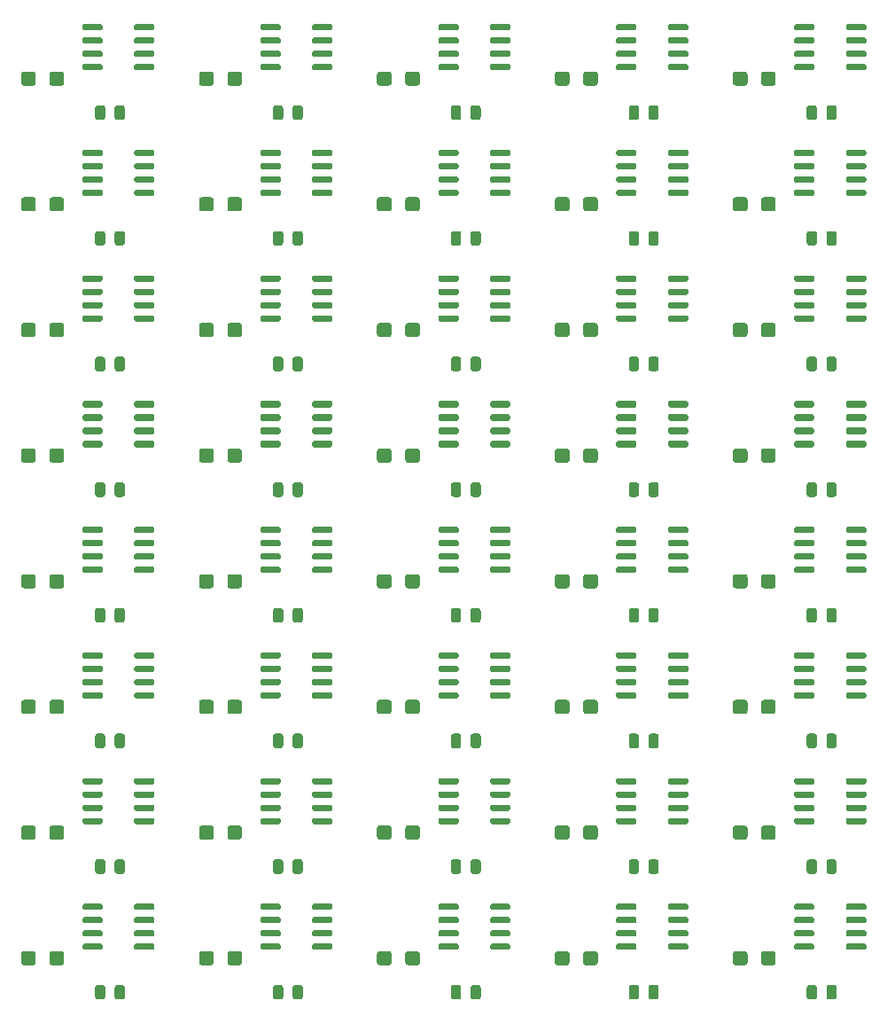
<source format=gbr>
%TF.GenerationSoftware,KiCad,Pcbnew,(5.1.6)-1*%
%TF.CreationDate,2021-08-14T15:10:30+02:00*%
%TF.ProjectId,proxima_panel,70726f78-696d-4615-9f70-616e656c2e6b,rev?*%
%TF.SameCoordinates,Original*%
%TF.FileFunction,Paste,Top*%
%TF.FilePolarity,Positive*%
%FSLAX46Y46*%
G04 Gerber Fmt 4.6, Leading zero omitted, Abs format (unit mm)*
G04 Created by KiCad (PCBNEW (5.1.6)-1) date 2021-08-14 15:10:30*
%MOMM*%
%LPD*%
G01*
G04 APERTURE LIST*
G04 APERTURE END LIST*
%TO.C,C1*%
G36*
G01*
X201950000Y-186925001D02*
X201950000Y-186074999D01*
G75*
G02*
X202199999Y-185825000I249999J0D01*
G01*
X203100001Y-185825000D01*
G75*
G02*
X203350000Y-186074999I0J-249999D01*
G01*
X203350000Y-186925001D01*
G75*
G02*
X203100001Y-187175000I-249999J0D01*
G01*
X202199999Y-187175000D01*
G75*
G02*
X201950000Y-186925001I0J249999D01*
G01*
G37*
G36*
G01*
X204650000Y-186925001D02*
X204650000Y-186074999D01*
G75*
G02*
X204899999Y-185825000I249999J0D01*
G01*
X205800001Y-185825000D01*
G75*
G02*
X206050000Y-186074999I0J-249999D01*
G01*
X206050000Y-186925001D01*
G75*
G02*
X205800001Y-187175000I-249999J0D01*
G01*
X204899999Y-187175000D01*
G75*
G02*
X204650000Y-186925001I0J249999D01*
G01*
G37*
%TD*%
%TO.C,C1*%
G36*
G01*
X184950000Y-186925001D02*
X184950000Y-186074999D01*
G75*
G02*
X185199999Y-185825000I249999J0D01*
G01*
X186100001Y-185825000D01*
G75*
G02*
X186350000Y-186074999I0J-249999D01*
G01*
X186350000Y-186925001D01*
G75*
G02*
X186100001Y-187175000I-249999J0D01*
G01*
X185199999Y-187175000D01*
G75*
G02*
X184950000Y-186925001I0J249999D01*
G01*
G37*
G36*
G01*
X187650000Y-186925001D02*
X187650000Y-186074999D01*
G75*
G02*
X187899999Y-185825000I249999J0D01*
G01*
X188800001Y-185825000D01*
G75*
G02*
X189050000Y-186074999I0J-249999D01*
G01*
X189050000Y-186925001D01*
G75*
G02*
X188800001Y-187175000I-249999J0D01*
G01*
X187899999Y-187175000D01*
G75*
G02*
X187650000Y-186925001I0J249999D01*
G01*
G37*
%TD*%
%TO.C,C1*%
G36*
G01*
X167950000Y-186925001D02*
X167950000Y-186074999D01*
G75*
G02*
X168199999Y-185825000I249999J0D01*
G01*
X169100001Y-185825000D01*
G75*
G02*
X169350000Y-186074999I0J-249999D01*
G01*
X169350000Y-186925001D01*
G75*
G02*
X169100001Y-187175000I-249999J0D01*
G01*
X168199999Y-187175000D01*
G75*
G02*
X167950000Y-186925001I0J249999D01*
G01*
G37*
G36*
G01*
X170650000Y-186925001D02*
X170650000Y-186074999D01*
G75*
G02*
X170899999Y-185825000I249999J0D01*
G01*
X171800001Y-185825000D01*
G75*
G02*
X172050000Y-186074999I0J-249999D01*
G01*
X172050000Y-186925001D01*
G75*
G02*
X171800001Y-187175000I-249999J0D01*
G01*
X170899999Y-187175000D01*
G75*
G02*
X170650000Y-186925001I0J249999D01*
G01*
G37*
%TD*%
%TO.C,C1*%
G36*
G01*
X150950000Y-186925001D02*
X150950000Y-186074999D01*
G75*
G02*
X151199999Y-185825000I249999J0D01*
G01*
X152100001Y-185825000D01*
G75*
G02*
X152350000Y-186074999I0J-249999D01*
G01*
X152350000Y-186925001D01*
G75*
G02*
X152100001Y-187175000I-249999J0D01*
G01*
X151199999Y-187175000D01*
G75*
G02*
X150950000Y-186925001I0J249999D01*
G01*
G37*
G36*
G01*
X153650000Y-186925001D02*
X153650000Y-186074999D01*
G75*
G02*
X153899999Y-185825000I249999J0D01*
G01*
X154800001Y-185825000D01*
G75*
G02*
X155050000Y-186074999I0J-249999D01*
G01*
X155050000Y-186925001D01*
G75*
G02*
X154800001Y-187175000I-249999J0D01*
G01*
X153899999Y-187175000D01*
G75*
G02*
X153650000Y-186925001I0J249999D01*
G01*
G37*
%TD*%
%TO.C,C1*%
G36*
G01*
X133950000Y-186925001D02*
X133950000Y-186074999D01*
G75*
G02*
X134199999Y-185825000I249999J0D01*
G01*
X135100001Y-185825000D01*
G75*
G02*
X135350000Y-186074999I0J-249999D01*
G01*
X135350000Y-186925001D01*
G75*
G02*
X135100001Y-187175000I-249999J0D01*
G01*
X134199999Y-187175000D01*
G75*
G02*
X133950000Y-186925001I0J249999D01*
G01*
G37*
G36*
G01*
X136650000Y-186925001D02*
X136650000Y-186074999D01*
G75*
G02*
X136899999Y-185825000I249999J0D01*
G01*
X137800001Y-185825000D01*
G75*
G02*
X138050000Y-186074999I0J-249999D01*
G01*
X138050000Y-186925001D01*
G75*
G02*
X137800001Y-187175000I-249999J0D01*
G01*
X136899999Y-187175000D01*
G75*
G02*
X136650000Y-186925001I0J249999D01*
G01*
G37*
%TD*%
%TO.C,C1*%
G36*
G01*
X201950000Y-174925001D02*
X201950000Y-174074999D01*
G75*
G02*
X202199999Y-173825000I249999J0D01*
G01*
X203100001Y-173825000D01*
G75*
G02*
X203350000Y-174074999I0J-249999D01*
G01*
X203350000Y-174925001D01*
G75*
G02*
X203100001Y-175175000I-249999J0D01*
G01*
X202199999Y-175175000D01*
G75*
G02*
X201950000Y-174925001I0J249999D01*
G01*
G37*
G36*
G01*
X204650000Y-174925001D02*
X204650000Y-174074999D01*
G75*
G02*
X204899999Y-173825000I249999J0D01*
G01*
X205800001Y-173825000D01*
G75*
G02*
X206050000Y-174074999I0J-249999D01*
G01*
X206050000Y-174925001D01*
G75*
G02*
X205800001Y-175175000I-249999J0D01*
G01*
X204899999Y-175175000D01*
G75*
G02*
X204650000Y-174925001I0J249999D01*
G01*
G37*
%TD*%
%TO.C,C1*%
G36*
G01*
X184950000Y-174925001D02*
X184950000Y-174074999D01*
G75*
G02*
X185199999Y-173825000I249999J0D01*
G01*
X186100001Y-173825000D01*
G75*
G02*
X186350000Y-174074999I0J-249999D01*
G01*
X186350000Y-174925001D01*
G75*
G02*
X186100001Y-175175000I-249999J0D01*
G01*
X185199999Y-175175000D01*
G75*
G02*
X184950000Y-174925001I0J249999D01*
G01*
G37*
G36*
G01*
X187650000Y-174925001D02*
X187650000Y-174074999D01*
G75*
G02*
X187899999Y-173825000I249999J0D01*
G01*
X188800001Y-173825000D01*
G75*
G02*
X189050000Y-174074999I0J-249999D01*
G01*
X189050000Y-174925001D01*
G75*
G02*
X188800001Y-175175000I-249999J0D01*
G01*
X187899999Y-175175000D01*
G75*
G02*
X187650000Y-174925001I0J249999D01*
G01*
G37*
%TD*%
%TO.C,C1*%
G36*
G01*
X167950000Y-174925001D02*
X167950000Y-174074999D01*
G75*
G02*
X168199999Y-173825000I249999J0D01*
G01*
X169100001Y-173825000D01*
G75*
G02*
X169350000Y-174074999I0J-249999D01*
G01*
X169350000Y-174925001D01*
G75*
G02*
X169100001Y-175175000I-249999J0D01*
G01*
X168199999Y-175175000D01*
G75*
G02*
X167950000Y-174925001I0J249999D01*
G01*
G37*
G36*
G01*
X170650000Y-174925001D02*
X170650000Y-174074999D01*
G75*
G02*
X170899999Y-173825000I249999J0D01*
G01*
X171800001Y-173825000D01*
G75*
G02*
X172050000Y-174074999I0J-249999D01*
G01*
X172050000Y-174925001D01*
G75*
G02*
X171800001Y-175175000I-249999J0D01*
G01*
X170899999Y-175175000D01*
G75*
G02*
X170650000Y-174925001I0J249999D01*
G01*
G37*
%TD*%
%TO.C,C1*%
G36*
G01*
X150950000Y-174925001D02*
X150950000Y-174074999D01*
G75*
G02*
X151199999Y-173825000I249999J0D01*
G01*
X152100001Y-173825000D01*
G75*
G02*
X152350000Y-174074999I0J-249999D01*
G01*
X152350000Y-174925001D01*
G75*
G02*
X152100001Y-175175000I-249999J0D01*
G01*
X151199999Y-175175000D01*
G75*
G02*
X150950000Y-174925001I0J249999D01*
G01*
G37*
G36*
G01*
X153650000Y-174925001D02*
X153650000Y-174074999D01*
G75*
G02*
X153899999Y-173825000I249999J0D01*
G01*
X154800001Y-173825000D01*
G75*
G02*
X155050000Y-174074999I0J-249999D01*
G01*
X155050000Y-174925001D01*
G75*
G02*
X154800001Y-175175000I-249999J0D01*
G01*
X153899999Y-175175000D01*
G75*
G02*
X153650000Y-174925001I0J249999D01*
G01*
G37*
%TD*%
%TO.C,C1*%
G36*
G01*
X133950000Y-174925001D02*
X133950000Y-174074999D01*
G75*
G02*
X134199999Y-173825000I249999J0D01*
G01*
X135100001Y-173825000D01*
G75*
G02*
X135350000Y-174074999I0J-249999D01*
G01*
X135350000Y-174925001D01*
G75*
G02*
X135100001Y-175175000I-249999J0D01*
G01*
X134199999Y-175175000D01*
G75*
G02*
X133950000Y-174925001I0J249999D01*
G01*
G37*
G36*
G01*
X136650000Y-174925001D02*
X136650000Y-174074999D01*
G75*
G02*
X136899999Y-173825000I249999J0D01*
G01*
X137800001Y-173825000D01*
G75*
G02*
X138050000Y-174074999I0J-249999D01*
G01*
X138050000Y-174925001D01*
G75*
G02*
X137800001Y-175175000I-249999J0D01*
G01*
X136899999Y-175175000D01*
G75*
G02*
X136650000Y-174925001I0J249999D01*
G01*
G37*
%TD*%
%TO.C,C1*%
G36*
G01*
X201950000Y-162925001D02*
X201950000Y-162074999D01*
G75*
G02*
X202199999Y-161825000I249999J0D01*
G01*
X203100001Y-161825000D01*
G75*
G02*
X203350000Y-162074999I0J-249999D01*
G01*
X203350000Y-162925001D01*
G75*
G02*
X203100001Y-163175000I-249999J0D01*
G01*
X202199999Y-163175000D01*
G75*
G02*
X201950000Y-162925001I0J249999D01*
G01*
G37*
G36*
G01*
X204650000Y-162925001D02*
X204650000Y-162074999D01*
G75*
G02*
X204899999Y-161825000I249999J0D01*
G01*
X205800001Y-161825000D01*
G75*
G02*
X206050000Y-162074999I0J-249999D01*
G01*
X206050000Y-162925001D01*
G75*
G02*
X205800001Y-163175000I-249999J0D01*
G01*
X204899999Y-163175000D01*
G75*
G02*
X204650000Y-162925001I0J249999D01*
G01*
G37*
%TD*%
%TO.C,C1*%
G36*
G01*
X184950000Y-162925001D02*
X184950000Y-162074999D01*
G75*
G02*
X185199999Y-161825000I249999J0D01*
G01*
X186100001Y-161825000D01*
G75*
G02*
X186350000Y-162074999I0J-249999D01*
G01*
X186350000Y-162925001D01*
G75*
G02*
X186100001Y-163175000I-249999J0D01*
G01*
X185199999Y-163175000D01*
G75*
G02*
X184950000Y-162925001I0J249999D01*
G01*
G37*
G36*
G01*
X187650000Y-162925001D02*
X187650000Y-162074999D01*
G75*
G02*
X187899999Y-161825000I249999J0D01*
G01*
X188800001Y-161825000D01*
G75*
G02*
X189050000Y-162074999I0J-249999D01*
G01*
X189050000Y-162925001D01*
G75*
G02*
X188800001Y-163175000I-249999J0D01*
G01*
X187899999Y-163175000D01*
G75*
G02*
X187650000Y-162925001I0J249999D01*
G01*
G37*
%TD*%
%TO.C,C1*%
G36*
G01*
X167950000Y-162925001D02*
X167950000Y-162074999D01*
G75*
G02*
X168199999Y-161825000I249999J0D01*
G01*
X169100001Y-161825000D01*
G75*
G02*
X169350000Y-162074999I0J-249999D01*
G01*
X169350000Y-162925001D01*
G75*
G02*
X169100001Y-163175000I-249999J0D01*
G01*
X168199999Y-163175000D01*
G75*
G02*
X167950000Y-162925001I0J249999D01*
G01*
G37*
G36*
G01*
X170650000Y-162925001D02*
X170650000Y-162074999D01*
G75*
G02*
X170899999Y-161825000I249999J0D01*
G01*
X171800001Y-161825000D01*
G75*
G02*
X172050000Y-162074999I0J-249999D01*
G01*
X172050000Y-162925001D01*
G75*
G02*
X171800001Y-163175000I-249999J0D01*
G01*
X170899999Y-163175000D01*
G75*
G02*
X170650000Y-162925001I0J249999D01*
G01*
G37*
%TD*%
%TO.C,C1*%
G36*
G01*
X150950000Y-162925001D02*
X150950000Y-162074999D01*
G75*
G02*
X151199999Y-161825000I249999J0D01*
G01*
X152100001Y-161825000D01*
G75*
G02*
X152350000Y-162074999I0J-249999D01*
G01*
X152350000Y-162925001D01*
G75*
G02*
X152100001Y-163175000I-249999J0D01*
G01*
X151199999Y-163175000D01*
G75*
G02*
X150950000Y-162925001I0J249999D01*
G01*
G37*
G36*
G01*
X153650000Y-162925001D02*
X153650000Y-162074999D01*
G75*
G02*
X153899999Y-161825000I249999J0D01*
G01*
X154800001Y-161825000D01*
G75*
G02*
X155050000Y-162074999I0J-249999D01*
G01*
X155050000Y-162925001D01*
G75*
G02*
X154800001Y-163175000I-249999J0D01*
G01*
X153899999Y-163175000D01*
G75*
G02*
X153650000Y-162925001I0J249999D01*
G01*
G37*
%TD*%
%TO.C,C1*%
G36*
G01*
X133950000Y-162925001D02*
X133950000Y-162074999D01*
G75*
G02*
X134199999Y-161825000I249999J0D01*
G01*
X135100001Y-161825000D01*
G75*
G02*
X135350000Y-162074999I0J-249999D01*
G01*
X135350000Y-162925001D01*
G75*
G02*
X135100001Y-163175000I-249999J0D01*
G01*
X134199999Y-163175000D01*
G75*
G02*
X133950000Y-162925001I0J249999D01*
G01*
G37*
G36*
G01*
X136650000Y-162925001D02*
X136650000Y-162074999D01*
G75*
G02*
X136899999Y-161825000I249999J0D01*
G01*
X137800001Y-161825000D01*
G75*
G02*
X138050000Y-162074999I0J-249999D01*
G01*
X138050000Y-162925001D01*
G75*
G02*
X137800001Y-163175000I-249999J0D01*
G01*
X136899999Y-163175000D01*
G75*
G02*
X136650000Y-162925001I0J249999D01*
G01*
G37*
%TD*%
%TO.C,C1*%
G36*
G01*
X201950000Y-150925001D02*
X201950000Y-150074999D01*
G75*
G02*
X202199999Y-149825000I249999J0D01*
G01*
X203100001Y-149825000D01*
G75*
G02*
X203350000Y-150074999I0J-249999D01*
G01*
X203350000Y-150925001D01*
G75*
G02*
X203100001Y-151175000I-249999J0D01*
G01*
X202199999Y-151175000D01*
G75*
G02*
X201950000Y-150925001I0J249999D01*
G01*
G37*
G36*
G01*
X204650000Y-150925001D02*
X204650000Y-150074999D01*
G75*
G02*
X204899999Y-149825000I249999J0D01*
G01*
X205800001Y-149825000D01*
G75*
G02*
X206050000Y-150074999I0J-249999D01*
G01*
X206050000Y-150925001D01*
G75*
G02*
X205800001Y-151175000I-249999J0D01*
G01*
X204899999Y-151175000D01*
G75*
G02*
X204650000Y-150925001I0J249999D01*
G01*
G37*
%TD*%
%TO.C,C1*%
G36*
G01*
X184950000Y-150925001D02*
X184950000Y-150074999D01*
G75*
G02*
X185199999Y-149825000I249999J0D01*
G01*
X186100001Y-149825000D01*
G75*
G02*
X186350000Y-150074999I0J-249999D01*
G01*
X186350000Y-150925001D01*
G75*
G02*
X186100001Y-151175000I-249999J0D01*
G01*
X185199999Y-151175000D01*
G75*
G02*
X184950000Y-150925001I0J249999D01*
G01*
G37*
G36*
G01*
X187650000Y-150925001D02*
X187650000Y-150074999D01*
G75*
G02*
X187899999Y-149825000I249999J0D01*
G01*
X188800001Y-149825000D01*
G75*
G02*
X189050000Y-150074999I0J-249999D01*
G01*
X189050000Y-150925001D01*
G75*
G02*
X188800001Y-151175000I-249999J0D01*
G01*
X187899999Y-151175000D01*
G75*
G02*
X187650000Y-150925001I0J249999D01*
G01*
G37*
%TD*%
%TO.C,C1*%
G36*
G01*
X167950000Y-150925001D02*
X167950000Y-150074999D01*
G75*
G02*
X168199999Y-149825000I249999J0D01*
G01*
X169100001Y-149825000D01*
G75*
G02*
X169350000Y-150074999I0J-249999D01*
G01*
X169350000Y-150925001D01*
G75*
G02*
X169100001Y-151175000I-249999J0D01*
G01*
X168199999Y-151175000D01*
G75*
G02*
X167950000Y-150925001I0J249999D01*
G01*
G37*
G36*
G01*
X170650000Y-150925001D02*
X170650000Y-150074999D01*
G75*
G02*
X170899999Y-149825000I249999J0D01*
G01*
X171800001Y-149825000D01*
G75*
G02*
X172050000Y-150074999I0J-249999D01*
G01*
X172050000Y-150925001D01*
G75*
G02*
X171800001Y-151175000I-249999J0D01*
G01*
X170899999Y-151175000D01*
G75*
G02*
X170650000Y-150925001I0J249999D01*
G01*
G37*
%TD*%
%TO.C,C1*%
G36*
G01*
X150950000Y-150925001D02*
X150950000Y-150074999D01*
G75*
G02*
X151199999Y-149825000I249999J0D01*
G01*
X152100001Y-149825000D01*
G75*
G02*
X152350000Y-150074999I0J-249999D01*
G01*
X152350000Y-150925001D01*
G75*
G02*
X152100001Y-151175000I-249999J0D01*
G01*
X151199999Y-151175000D01*
G75*
G02*
X150950000Y-150925001I0J249999D01*
G01*
G37*
G36*
G01*
X153650000Y-150925001D02*
X153650000Y-150074999D01*
G75*
G02*
X153899999Y-149825000I249999J0D01*
G01*
X154800001Y-149825000D01*
G75*
G02*
X155050000Y-150074999I0J-249999D01*
G01*
X155050000Y-150925001D01*
G75*
G02*
X154800001Y-151175000I-249999J0D01*
G01*
X153899999Y-151175000D01*
G75*
G02*
X153650000Y-150925001I0J249999D01*
G01*
G37*
%TD*%
%TO.C,C1*%
G36*
G01*
X133950000Y-150925001D02*
X133950000Y-150074999D01*
G75*
G02*
X134199999Y-149825000I249999J0D01*
G01*
X135100001Y-149825000D01*
G75*
G02*
X135350000Y-150074999I0J-249999D01*
G01*
X135350000Y-150925001D01*
G75*
G02*
X135100001Y-151175000I-249999J0D01*
G01*
X134199999Y-151175000D01*
G75*
G02*
X133950000Y-150925001I0J249999D01*
G01*
G37*
G36*
G01*
X136650000Y-150925001D02*
X136650000Y-150074999D01*
G75*
G02*
X136899999Y-149825000I249999J0D01*
G01*
X137800001Y-149825000D01*
G75*
G02*
X138050000Y-150074999I0J-249999D01*
G01*
X138050000Y-150925001D01*
G75*
G02*
X137800001Y-151175000I-249999J0D01*
G01*
X136899999Y-151175000D01*
G75*
G02*
X136650000Y-150925001I0J249999D01*
G01*
G37*
%TD*%
%TO.C,C1*%
G36*
G01*
X201950000Y-138925001D02*
X201950000Y-138074999D01*
G75*
G02*
X202199999Y-137825000I249999J0D01*
G01*
X203100001Y-137825000D01*
G75*
G02*
X203350000Y-138074999I0J-249999D01*
G01*
X203350000Y-138925001D01*
G75*
G02*
X203100001Y-139175000I-249999J0D01*
G01*
X202199999Y-139175000D01*
G75*
G02*
X201950000Y-138925001I0J249999D01*
G01*
G37*
G36*
G01*
X204650000Y-138925001D02*
X204650000Y-138074999D01*
G75*
G02*
X204899999Y-137825000I249999J0D01*
G01*
X205800001Y-137825000D01*
G75*
G02*
X206050000Y-138074999I0J-249999D01*
G01*
X206050000Y-138925001D01*
G75*
G02*
X205800001Y-139175000I-249999J0D01*
G01*
X204899999Y-139175000D01*
G75*
G02*
X204650000Y-138925001I0J249999D01*
G01*
G37*
%TD*%
%TO.C,C1*%
G36*
G01*
X184950000Y-138925001D02*
X184950000Y-138074999D01*
G75*
G02*
X185199999Y-137825000I249999J0D01*
G01*
X186100001Y-137825000D01*
G75*
G02*
X186350000Y-138074999I0J-249999D01*
G01*
X186350000Y-138925001D01*
G75*
G02*
X186100001Y-139175000I-249999J0D01*
G01*
X185199999Y-139175000D01*
G75*
G02*
X184950000Y-138925001I0J249999D01*
G01*
G37*
G36*
G01*
X187650000Y-138925001D02*
X187650000Y-138074999D01*
G75*
G02*
X187899999Y-137825000I249999J0D01*
G01*
X188800001Y-137825000D01*
G75*
G02*
X189050000Y-138074999I0J-249999D01*
G01*
X189050000Y-138925001D01*
G75*
G02*
X188800001Y-139175000I-249999J0D01*
G01*
X187899999Y-139175000D01*
G75*
G02*
X187650000Y-138925001I0J249999D01*
G01*
G37*
%TD*%
%TO.C,C1*%
G36*
G01*
X167950000Y-138925001D02*
X167950000Y-138074999D01*
G75*
G02*
X168199999Y-137825000I249999J0D01*
G01*
X169100001Y-137825000D01*
G75*
G02*
X169350000Y-138074999I0J-249999D01*
G01*
X169350000Y-138925001D01*
G75*
G02*
X169100001Y-139175000I-249999J0D01*
G01*
X168199999Y-139175000D01*
G75*
G02*
X167950000Y-138925001I0J249999D01*
G01*
G37*
G36*
G01*
X170650000Y-138925001D02*
X170650000Y-138074999D01*
G75*
G02*
X170899999Y-137825000I249999J0D01*
G01*
X171800001Y-137825000D01*
G75*
G02*
X172050000Y-138074999I0J-249999D01*
G01*
X172050000Y-138925001D01*
G75*
G02*
X171800001Y-139175000I-249999J0D01*
G01*
X170899999Y-139175000D01*
G75*
G02*
X170650000Y-138925001I0J249999D01*
G01*
G37*
%TD*%
%TO.C,C1*%
G36*
G01*
X150950000Y-138925001D02*
X150950000Y-138074999D01*
G75*
G02*
X151199999Y-137825000I249999J0D01*
G01*
X152100001Y-137825000D01*
G75*
G02*
X152350000Y-138074999I0J-249999D01*
G01*
X152350000Y-138925001D01*
G75*
G02*
X152100001Y-139175000I-249999J0D01*
G01*
X151199999Y-139175000D01*
G75*
G02*
X150950000Y-138925001I0J249999D01*
G01*
G37*
G36*
G01*
X153650000Y-138925001D02*
X153650000Y-138074999D01*
G75*
G02*
X153899999Y-137825000I249999J0D01*
G01*
X154800001Y-137825000D01*
G75*
G02*
X155050000Y-138074999I0J-249999D01*
G01*
X155050000Y-138925001D01*
G75*
G02*
X154800001Y-139175000I-249999J0D01*
G01*
X153899999Y-139175000D01*
G75*
G02*
X153650000Y-138925001I0J249999D01*
G01*
G37*
%TD*%
%TO.C,C1*%
G36*
G01*
X133950000Y-138925001D02*
X133950000Y-138074999D01*
G75*
G02*
X134199999Y-137825000I249999J0D01*
G01*
X135100001Y-137825000D01*
G75*
G02*
X135350000Y-138074999I0J-249999D01*
G01*
X135350000Y-138925001D01*
G75*
G02*
X135100001Y-139175000I-249999J0D01*
G01*
X134199999Y-139175000D01*
G75*
G02*
X133950000Y-138925001I0J249999D01*
G01*
G37*
G36*
G01*
X136650000Y-138925001D02*
X136650000Y-138074999D01*
G75*
G02*
X136899999Y-137825000I249999J0D01*
G01*
X137800001Y-137825000D01*
G75*
G02*
X138050000Y-138074999I0J-249999D01*
G01*
X138050000Y-138925001D01*
G75*
G02*
X137800001Y-139175000I-249999J0D01*
G01*
X136899999Y-139175000D01*
G75*
G02*
X136650000Y-138925001I0J249999D01*
G01*
G37*
%TD*%
%TO.C,C1*%
G36*
G01*
X201950000Y-126925001D02*
X201950000Y-126074999D01*
G75*
G02*
X202199999Y-125825000I249999J0D01*
G01*
X203100001Y-125825000D01*
G75*
G02*
X203350000Y-126074999I0J-249999D01*
G01*
X203350000Y-126925001D01*
G75*
G02*
X203100001Y-127175000I-249999J0D01*
G01*
X202199999Y-127175000D01*
G75*
G02*
X201950000Y-126925001I0J249999D01*
G01*
G37*
G36*
G01*
X204650000Y-126925001D02*
X204650000Y-126074999D01*
G75*
G02*
X204899999Y-125825000I249999J0D01*
G01*
X205800001Y-125825000D01*
G75*
G02*
X206050000Y-126074999I0J-249999D01*
G01*
X206050000Y-126925001D01*
G75*
G02*
X205800001Y-127175000I-249999J0D01*
G01*
X204899999Y-127175000D01*
G75*
G02*
X204650000Y-126925001I0J249999D01*
G01*
G37*
%TD*%
%TO.C,C1*%
G36*
G01*
X184950000Y-126925001D02*
X184950000Y-126074999D01*
G75*
G02*
X185199999Y-125825000I249999J0D01*
G01*
X186100001Y-125825000D01*
G75*
G02*
X186350000Y-126074999I0J-249999D01*
G01*
X186350000Y-126925001D01*
G75*
G02*
X186100001Y-127175000I-249999J0D01*
G01*
X185199999Y-127175000D01*
G75*
G02*
X184950000Y-126925001I0J249999D01*
G01*
G37*
G36*
G01*
X187650000Y-126925001D02*
X187650000Y-126074999D01*
G75*
G02*
X187899999Y-125825000I249999J0D01*
G01*
X188800001Y-125825000D01*
G75*
G02*
X189050000Y-126074999I0J-249999D01*
G01*
X189050000Y-126925001D01*
G75*
G02*
X188800001Y-127175000I-249999J0D01*
G01*
X187899999Y-127175000D01*
G75*
G02*
X187650000Y-126925001I0J249999D01*
G01*
G37*
%TD*%
%TO.C,C1*%
G36*
G01*
X167950000Y-126925001D02*
X167950000Y-126074999D01*
G75*
G02*
X168199999Y-125825000I249999J0D01*
G01*
X169100001Y-125825000D01*
G75*
G02*
X169350000Y-126074999I0J-249999D01*
G01*
X169350000Y-126925001D01*
G75*
G02*
X169100001Y-127175000I-249999J0D01*
G01*
X168199999Y-127175000D01*
G75*
G02*
X167950000Y-126925001I0J249999D01*
G01*
G37*
G36*
G01*
X170650000Y-126925001D02*
X170650000Y-126074999D01*
G75*
G02*
X170899999Y-125825000I249999J0D01*
G01*
X171800001Y-125825000D01*
G75*
G02*
X172050000Y-126074999I0J-249999D01*
G01*
X172050000Y-126925001D01*
G75*
G02*
X171800001Y-127175000I-249999J0D01*
G01*
X170899999Y-127175000D01*
G75*
G02*
X170650000Y-126925001I0J249999D01*
G01*
G37*
%TD*%
%TO.C,C1*%
G36*
G01*
X150950000Y-126925001D02*
X150950000Y-126074999D01*
G75*
G02*
X151199999Y-125825000I249999J0D01*
G01*
X152100001Y-125825000D01*
G75*
G02*
X152350000Y-126074999I0J-249999D01*
G01*
X152350000Y-126925001D01*
G75*
G02*
X152100001Y-127175000I-249999J0D01*
G01*
X151199999Y-127175000D01*
G75*
G02*
X150950000Y-126925001I0J249999D01*
G01*
G37*
G36*
G01*
X153650000Y-126925001D02*
X153650000Y-126074999D01*
G75*
G02*
X153899999Y-125825000I249999J0D01*
G01*
X154800001Y-125825000D01*
G75*
G02*
X155050000Y-126074999I0J-249999D01*
G01*
X155050000Y-126925001D01*
G75*
G02*
X154800001Y-127175000I-249999J0D01*
G01*
X153899999Y-127175000D01*
G75*
G02*
X153650000Y-126925001I0J249999D01*
G01*
G37*
%TD*%
%TO.C,C1*%
G36*
G01*
X133950000Y-126925001D02*
X133950000Y-126074999D01*
G75*
G02*
X134199999Y-125825000I249999J0D01*
G01*
X135100001Y-125825000D01*
G75*
G02*
X135350000Y-126074999I0J-249999D01*
G01*
X135350000Y-126925001D01*
G75*
G02*
X135100001Y-127175000I-249999J0D01*
G01*
X134199999Y-127175000D01*
G75*
G02*
X133950000Y-126925001I0J249999D01*
G01*
G37*
G36*
G01*
X136650000Y-126925001D02*
X136650000Y-126074999D01*
G75*
G02*
X136899999Y-125825000I249999J0D01*
G01*
X137800001Y-125825000D01*
G75*
G02*
X138050000Y-126074999I0J-249999D01*
G01*
X138050000Y-126925001D01*
G75*
G02*
X137800001Y-127175000I-249999J0D01*
G01*
X136899999Y-127175000D01*
G75*
G02*
X136650000Y-126925001I0J249999D01*
G01*
G37*
%TD*%
%TO.C,C1*%
G36*
G01*
X201950000Y-114925001D02*
X201950000Y-114074999D01*
G75*
G02*
X202199999Y-113825000I249999J0D01*
G01*
X203100001Y-113825000D01*
G75*
G02*
X203350000Y-114074999I0J-249999D01*
G01*
X203350000Y-114925001D01*
G75*
G02*
X203100001Y-115175000I-249999J0D01*
G01*
X202199999Y-115175000D01*
G75*
G02*
X201950000Y-114925001I0J249999D01*
G01*
G37*
G36*
G01*
X204650000Y-114925001D02*
X204650000Y-114074999D01*
G75*
G02*
X204899999Y-113825000I249999J0D01*
G01*
X205800001Y-113825000D01*
G75*
G02*
X206050000Y-114074999I0J-249999D01*
G01*
X206050000Y-114925001D01*
G75*
G02*
X205800001Y-115175000I-249999J0D01*
G01*
X204899999Y-115175000D01*
G75*
G02*
X204650000Y-114925001I0J249999D01*
G01*
G37*
%TD*%
%TO.C,C1*%
G36*
G01*
X184950000Y-114925001D02*
X184950000Y-114074999D01*
G75*
G02*
X185199999Y-113825000I249999J0D01*
G01*
X186100001Y-113825000D01*
G75*
G02*
X186350000Y-114074999I0J-249999D01*
G01*
X186350000Y-114925001D01*
G75*
G02*
X186100001Y-115175000I-249999J0D01*
G01*
X185199999Y-115175000D01*
G75*
G02*
X184950000Y-114925001I0J249999D01*
G01*
G37*
G36*
G01*
X187650000Y-114925001D02*
X187650000Y-114074999D01*
G75*
G02*
X187899999Y-113825000I249999J0D01*
G01*
X188800001Y-113825000D01*
G75*
G02*
X189050000Y-114074999I0J-249999D01*
G01*
X189050000Y-114925001D01*
G75*
G02*
X188800001Y-115175000I-249999J0D01*
G01*
X187899999Y-115175000D01*
G75*
G02*
X187650000Y-114925001I0J249999D01*
G01*
G37*
%TD*%
%TO.C,C1*%
G36*
G01*
X167950000Y-114925001D02*
X167950000Y-114074999D01*
G75*
G02*
X168199999Y-113825000I249999J0D01*
G01*
X169100001Y-113825000D01*
G75*
G02*
X169350000Y-114074999I0J-249999D01*
G01*
X169350000Y-114925001D01*
G75*
G02*
X169100001Y-115175000I-249999J0D01*
G01*
X168199999Y-115175000D01*
G75*
G02*
X167950000Y-114925001I0J249999D01*
G01*
G37*
G36*
G01*
X170650000Y-114925001D02*
X170650000Y-114074999D01*
G75*
G02*
X170899999Y-113825000I249999J0D01*
G01*
X171800001Y-113825000D01*
G75*
G02*
X172050000Y-114074999I0J-249999D01*
G01*
X172050000Y-114925001D01*
G75*
G02*
X171800001Y-115175000I-249999J0D01*
G01*
X170899999Y-115175000D01*
G75*
G02*
X170650000Y-114925001I0J249999D01*
G01*
G37*
%TD*%
%TO.C,C1*%
G36*
G01*
X150950000Y-114925001D02*
X150950000Y-114074999D01*
G75*
G02*
X151199999Y-113825000I249999J0D01*
G01*
X152100001Y-113825000D01*
G75*
G02*
X152350000Y-114074999I0J-249999D01*
G01*
X152350000Y-114925001D01*
G75*
G02*
X152100001Y-115175000I-249999J0D01*
G01*
X151199999Y-115175000D01*
G75*
G02*
X150950000Y-114925001I0J249999D01*
G01*
G37*
G36*
G01*
X153650000Y-114925001D02*
X153650000Y-114074999D01*
G75*
G02*
X153899999Y-113825000I249999J0D01*
G01*
X154800001Y-113825000D01*
G75*
G02*
X155050000Y-114074999I0J-249999D01*
G01*
X155050000Y-114925001D01*
G75*
G02*
X154800001Y-115175000I-249999J0D01*
G01*
X153899999Y-115175000D01*
G75*
G02*
X153650000Y-114925001I0J249999D01*
G01*
G37*
%TD*%
%TO.C,C1*%
G36*
G01*
X133950000Y-114925001D02*
X133950000Y-114074999D01*
G75*
G02*
X134199999Y-113825000I249999J0D01*
G01*
X135100001Y-113825000D01*
G75*
G02*
X135350000Y-114074999I0J-249999D01*
G01*
X135350000Y-114925001D01*
G75*
G02*
X135100001Y-115175000I-249999J0D01*
G01*
X134199999Y-115175000D01*
G75*
G02*
X133950000Y-114925001I0J249999D01*
G01*
G37*
G36*
G01*
X136650000Y-114925001D02*
X136650000Y-114074999D01*
G75*
G02*
X136899999Y-113825000I249999J0D01*
G01*
X137800001Y-113825000D01*
G75*
G02*
X138050000Y-114074999I0J-249999D01*
G01*
X138050000Y-114925001D01*
G75*
G02*
X137800001Y-115175000I-249999J0D01*
G01*
X136899999Y-115175000D01*
G75*
G02*
X136650000Y-114925001I0J249999D01*
G01*
G37*
%TD*%
%TO.C,C1*%
G36*
G01*
X201950000Y-102925001D02*
X201950000Y-102074999D01*
G75*
G02*
X202199999Y-101825000I249999J0D01*
G01*
X203100001Y-101825000D01*
G75*
G02*
X203350000Y-102074999I0J-249999D01*
G01*
X203350000Y-102925001D01*
G75*
G02*
X203100001Y-103175000I-249999J0D01*
G01*
X202199999Y-103175000D01*
G75*
G02*
X201950000Y-102925001I0J249999D01*
G01*
G37*
G36*
G01*
X204650000Y-102925001D02*
X204650000Y-102074999D01*
G75*
G02*
X204899999Y-101825000I249999J0D01*
G01*
X205800001Y-101825000D01*
G75*
G02*
X206050000Y-102074999I0J-249999D01*
G01*
X206050000Y-102925001D01*
G75*
G02*
X205800001Y-103175000I-249999J0D01*
G01*
X204899999Y-103175000D01*
G75*
G02*
X204650000Y-102925001I0J249999D01*
G01*
G37*
%TD*%
%TO.C,C1*%
G36*
G01*
X184950000Y-102925001D02*
X184950000Y-102074999D01*
G75*
G02*
X185199999Y-101825000I249999J0D01*
G01*
X186100001Y-101825000D01*
G75*
G02*
X186350000Y-102074999I0J-249999D01*
G01*
X186350000Y-102925001D01*
G75*
G02*
X186100001Y-103175000I-249999J0D01*
G01*
X185199999Y-103175000D01*
G75*
G02*
X184950000Y-102925001I0J249999D01*
G01*
G37*
G36*
G01*
X187650000Y-102925001D02*
X187650000Y-102074999D01*
G75*
G02*
X187899999Y-101825000I249999J0D01*
G01*
X188800001Y-101825000D01*
G75*
G02*
X189050000Y-102074999I0J-249999D01*
G01*
X189050000Y-102925001D01*
G75*
G02*
X188800001Y-103175000I-249999J0D01*
G01*
X187899999Y-103175000D01*
G75*
G02*
X187650000Y-102925001I0J249999D01*
G01*
G37*
%TD*%
%TO.C,C1*%
G36*
G01*
X167950000Y-102925001D02*
X167950000Y-102074999D01*
G75*
G02*
X168199999Y-101825000I249999J0D01*
G01*
X169100001Y-101825000D01*
G75*
G02*
X169350000Y-102074999I0J-249999D01*
G01*
X169350000Y-102925001D01*
G75*
G02*
X169100001Y-103175000I-249999J0D01*
G01*
X168199999Y-103175000D01*
G75*
G02*
X167950000Y-102925001I0J249999D01*
G01*
G37*
G36*
G01*
X170650000Y-102925001D02*
X170650000Y-102074999D01*
G75*
G02*
X170899999Y-101825000I249999J0D01*
G01*
X171800001Y-101825000D01*
G75*
G02*
X172050000Y-102074999I0J-249999D01*
G01*
X172050000Y-102925001D01*
G75*
G02*
X171800001Y-103175000I-249999J0D01*
G01*
X170899999Y-103175000D01*
G75*
G02*
X170650000Y-102925001I0J249999D01*
G01*
G37*
%TD*%
%TO.C,C1*%
G36*
G01*
X150950000Y-102925001D02*
X150950000Y-102074999D01*
G75*
G02*
X151199999Y-101825000I249999J0D01*
G01*
X152100001Y-101825000D01*
G75*
G02*
X152350000Y-102074999I0J-249999D01*
G01*
X152350000Y-102925001D01*
G75*
G02*
X152100001Y-103175000I-249999J0D01*
G01*
X151199999Y-103175000D01*
G75*
G02*
X150950000Y-102925001I0J249999D01*
G01*
G37*
G36*
G01*
X153650000Y-102925001D02*
X153650000Y-102074999D01*
G75*
G02*
X153899999Y-101825000I249999J0D01*
G01*
X154800001Y-101825000D01*
G75*
G02*
X155050000Y-102074999I0J-249999D01*
G01*
X155050000Y-102925001D01*
G75*
G02*
X154800001Y-103175000I-249999J0D01*
G01*
X153899999Y-103175000D01*
G75*
G02*
X153650000Y-102925001I0J249999D01*
G01*
G37*
%TD*%
%TO.C,R2*%
G36*
G01*
X211862500Y-189293750D02*
X211862500Y-190206250D01*
G75*
G02*
X211618750Y-190450000I-243750J0D01*
G01*
X211131250Y-190450000D01*
G75*
G02*
X210887500Y-190206250I0J243750D01*
G01*
X210887500Y-189293750D01*
G75*
G02*
X211131250Y-189050000I243750J0D01*
G01*
X211618750Y-189050000D01*
G75*
G02*
X211862500Y-189293750I0J-243750D01*
G01*
G37*
G36*
G01*
X209987500Y-189293750D02*
X209987500Y-190206250D01*
G75*
G02*
X209743750Y-190450000I-243750J0D01*
G01*
X209256250Y-190450000D01*
G75*
G02*
X209012500Y-190206250I0J243750D01*
G01*
X209012500Y-189293750D01*
G75*
G02*
X209256250Y-189050000I243750J0D01*
G01*
X209743750Y-189050000D01*
G75*
G02*
X209987500Y-189293750I0J-243750D01*
G01*
G37*
%TD*%
%TO.C,R2*%
G36*
G01*
X194862500Y-189293750D02*
X194862500Y-190206250D01*
G75*
G02*
X194618750Y-190450000I-243750J0D01*
G01*
X194131250Y-190450000D01*
G75*
G02*
X193887500Y-190206250I0J243750D01*
G01*
X193887500Y-189293750D01*
G75*
G02*
X194131250Y-189050000I243750J0D01*
G01*
X194618750Y-189050000D01*
G75*
G02*
X194862500Y-189293750I0J-243750D01*
G01*
G37*
G36*
G01*
X192987500Y-189293750D02*
X192987500Y-190206250D01*
G75*
G02*
X192743750Y-190450000I-243750J0D01*
G01*
X192256250Y-190450000D01*
G75*
G02*
X192012500Y-190206250I0J243750D01*
G01*
X192012500Y-189293750D01*
G75*
G02*
X192256250Y-189050000I243750J0D01*
G01*
X192743750Y-189050000D01*
G75*
G02*
X192987500Y-189293750I0J-243750D01*
G01*
G37*
%TD*%
%TO.C,R2*%
G36*
G01*
X177862500Y-189293750D02*
X177862500Y-190206250D01*
G75*
G02*
X177618750Y-190450000I-243750J0D01*
G01*
X177131250Y-190450000D01*
G75*
G02*
X176887500Y-190206250I0J243750D01*
G01*
X176887500Y-189293750D01*
G75*
G02*
X177131250Y-189050000I243750J0D01*
G01*
X177618750Y-189050000D01*
G75*
G02*
X177862500Y-189293750I0J-243750D01*
G01*
G37*
G36*
G01*
X175987500Y-189293750D02*
X175987500Y-190206250D01*
G75*
G02*
X175743750Y-190450000I-243750J0D01*
G01*
X175256250Y-190450000D01*
G75*
G02*
X175012500Y-190206250I0J243750D01*
G01*
X175012500Y-189293750D01*
G75*
G02*
X175256250Y-189050000I243750J0D01*
G01*
X175743750Y-189050000D01*
G75*
G02*
X175987500Y-189293750I0J-243750D01*
G01*
G37*
%TD*%
%TO.C,R2*%
G36*
G01*
X160862500Y-189293750D02*
X160862500Y-190206250D01*
G75*
G02*
X160618750Y-190450000I-243750J0D01*
G01*
X160131250Y-190450000D01*
G75*
G02*
X159887500Y-190206250I0J243750D01*
G01*
X159887500Y-189293750D01*
G75*
G02*
X160131250Y-189050000I243750J0D01*
G01*
X160618750Y-189050000D01*
G75*
G02*
X160862500Y-189293750I0J-243750D01*
G01*
G37*
G36*
G01*
X158987500Y-189293750D02*
X158987500Y-190206250D01*
G75*
G02*
X158743750Y-190450000I-243750J0D01*
G01*
X158256250Y-190450000D01*
G75*
G02*
X158012500Y-190206250I0J243750D01*
G01*
X158012500Y-189293750D01*
G75*
G02*
X158256250Y-189050000I243750J0D01*
G01*
X158743750Y-189050000D01*
G75*
G02*
X158987500Y-189293750I0J-243750D01*
G01*
G37*
%TD*%
%TO.C,R2*%
G36*
G01*
X143862500Y-189293750D02*
X143862500Y-190206250D01*
G75*
G02*
X143618750Y-190450000I-243750J0D01*
G01*
X143131250Y-190450000D01*
G75*
G02*
X142887500Y-190206250I0J243750D01*
G01*
X142887500Y-189293750D01*
G75*
G02*
X143131250Y-189050000I243750J0D01*
G01*
X143618750Y-189050000D01*
G75*
G02*
X143862500Y-189293750I0J-243750D01*
G01*
G37*
G36*
G01*
X141987500Y-189293750D02*
X141987500Y-190206250D01*
G75*
G02*
X141743750Y-190450000I-243750J0D01*
G01*
X141256250Y-190450000D01*
G75*
G02*
X141012500Y-190206250I0J243750D01*
G01*
X141012500Y-189293750D01*
G75*
G02*
X141256250Y-189050000I243750J0D01*
G01*
X141743750Y-189050000D01*
G75*
G02*
X141987500Y-189293750I0J-243750D01*
G01*
G37*
%TD*%
%TO.C,R2*%
G36*
G01*
X211862500Y-177293750D02*
X211862500Y-178206250D01*
G75*
G02*
X211618750Y-178450000I-243750J0D01*
G01*
X211131250Y-178450000D01*
G75*
G02*
X210887500Y-178206250I0J243750D01*
G01*
X210887500Y-177293750D01*
G75*
G02*
X211131250Y-177050000I243750J0D01*
G01*
X211618750Y-177050000D01*
G75*
G02*
X211862500Y-177293750I0J-243750D01*
G01*
G37*
G36*
G01*
X209987500Y-177293750D02*
X209987500Y-178206250D01*
G75*
G02*
X209743750Y-178450000I-243750J0D01*
G01*
X209256250Y-178450000D01*
G75*
G02*
X209012500Y-178206250I0J243750D01*
G01*
X209012500Y-177293750D01*
G75*
G02*
X209256250Y-177050000I243750J0D01*
G01*
X209743750Y-177050000D01*
G75*
G02*
X209987500Y-177293750I0J-243750D01*
G01*
G37*
%TD*%
%TO.C,R2*%
G36*
G01*
X194862500Y-177293750D02*
X194862500Y-178206250D01*
G75*
G02*
X194618750Y-178450000I-243750J0D01*
G01*
X194131250Y-178450000D01*
G75*
G02*
X193887500Y-178206250I0J243750D01*
G01*
X193887500Y-177293750D01*
G75*
G02*
X194131250Y-177050000I243750J0D01*
G01*
X194618750Y-177050000D01*
G75*
G02*
X194862500Y-177293750I0J-243750D01*
G01*
G37*
G36*
G01*
X192987500Y-177293750D02*
X192987500Y-178206250D01*
G75*
G02*
X192743750Y-178450000I-243750J0D01*
G01*
X192256250Y-178450000D01*
G75*
G02*
X192012500Y-178206250I0J243750D01*
G01*
X192012500Y-177293750D01*
G75*
G02*
X192256250Y-177050000I243750J0D01*
G01*
X192743750Y-177050000D01*
G75*
G02*
X192987500Y-177293750I0J-243750D01*
G01*
G37*
%TD*%
%TO.C,R2*%
G36*
G01*
X177862500Y-177293750D02*
X177862500Y-178206250D01*
G75*
G02*
X177618750Y-178450000I-243750J0D01*
G01*
X177131250Y-178450000D01*
G75*
G02*
X176887500Y-178206250I0J243750D01*
G01*
X176887500Y-177293750D01*
G75*
G02*
X177131250Y-177050000I243750J0D01*
G01*
X177618750Y-177050000D01*
G75*
G02*
X177862500Y-177293750I0J-243750D01*
G01*
G37*
G36*
G01*
X175987500Y-177293750D02*
X175987500Y-178206250D01*
G75*
G02*
X175743750Y-178450000I-243750J0D01*
G01*
X175256250Y-178450000D01*
G75*
G02*
X175012500Y-178206250I0J243750D01*
G01*
X175012500Y-177293750D01*
G75*
G02*
X175256250Y-177050000I243750J0D01*
G01*
X175743750Y-177050000D01*
G75*
G02*
X175987500Y-177293750I0J-243750D01*
G01*
G37*
%TD*%
%TO.C,R2*%
G36*
G01*
X160862500Y-177293750D02*
X160862500Y-178206250D01*
G75*
G02*
X160618750Y-178450000I-243750J0D01*
G01*
X160131250Y-178450000D01*
G75*
G02*
X159887500Y-178206250I0J243750D01*
G01*
X159887500Y-177293750D01*
G75*
G02*
X160131250Y-177050000I243750J0D01*
G01*
X160618750Y-177050000D01*
G75*
G02*
X160862500Y-177293750I0J-243750D01*
G01*
G37*
G36*
G01*
X158987500Y-177293750D02*
X158987500Y-178206250D01*
G75*
G02*
X158743750Y-178450000I-243750J0D01*
G01*
X158256250Y-178450000D01*
G75*
G02*
X158012500Y-178206250I0J243750D01*
G01*
X158012500Y-177293750D01*
G75*
G02*
X158256250Y-177050000I243750J0D01*
G01*
X158743750Y-177050000D01*
G75*
G02*
X158987500Y-177293750I0J-243750D01*
G01*
G37*
%TD*%
%TO.C,R2*%
G36*
G01*
X143862500Y-177293750D02*
X143862500Y-178206250D01*
G75*
G02*
X143618750Y-178450000I-243750J0D01*
G01*
X143131250Y-178450000D01*
G75*
G02*
X142887500Y-178206250I0J243750D01*
G01*
X142887500Y-177293750D01*
G75*
G02*
X143131250Y-177050000I243750J0D01*
G01*
X143618750Y-177050000D01*
G75*
G02*
X143862500Y-177293750I0J-243750D01*
G01*
G37*
G36*
G01*
X141987500Y-177293750D02*
X141987500Y-178206250D01*
G75*
G02*
X141743750Y-178450000I-243750J0D01*
G01*
X141256250Y-178450000D01*
G75*
G02*
X141012500Y-178206250I0J243750D01*
G01*
X141012500Y-177293750D01*
G75*
G02*
X141256250Y-177050000I243750J0D01*
G01*
X141743750Y-177050000D01*
G75*
G02*
X141987500Y-177293750I0J-243750D01*
G01*
G37*
%TD*%
%TO.C,R2*%
G36*
G01*
X211862500Y-165293750D02*
X211862500Y-166206250D01*
G75*
G02*
X211618750Y-166450000I-243750J0D01*
G01*
X211131250Y-166450000D01*
G75*
G02*
X210887500Y-166206250I0J243750D01*
G01*
X210887500Y-165293750D01*
G75*
G02*
X211131250Y-165050000I243750J0D01*
G01*
X211618750Y-165050000D01*
G75*
G02*
X211862500Y-165293750I0J-243750D01*
G01*
G37*
G36*
G01*
X209987500Y-165293750D02*
X209987500Y-166206250D01*
G75*
G02*
X209743750Y-166450000I-243750J0D01*
G01*
X209256250Y-166450000D01*
G75*
G02*
X209012500Y-166206250I0J243750D01*
G01*
X209012500Y-165293750D01*
G75*
G02*
X209256250Y-165050000I243750J0D01*
G01*
X209743750Y-165050000D01*
G75*
G02*
X209987500Y-165293750I0J-243750D01*
G01*
G37*
%TD*%
%TO.C,R2*%
G36*
G01*
X194862500Y-165293750D02*
X194862500Y-166206250D01*
G75*
G02*
X194618750Y-166450000I-243750J0D01*
G01*
X194131250Y-166450000D01*
G75*
G02*
X193887500Y-166206250I0J243750D01*
G01*
X193887500Y-165293750D01*
G75*
G02*
X194131250Y-165050000I243750J0D01*
G01*
X194618750Y-165050000D01*
G75*
G02*
X194862500Y-165293750I0J-243750D01*
G01*
G37*
G36*
G01*
X192987500Y-165293750D02*
X192987500Y-166206250D01*
G75*
G02*
X192743750Y-166450000I-243750J0D01*
G01*
X192256250Y-166450000D01*
G75*
G02*
X192012500Y-166206250I0J243750D01*
G01*
X192012500Y-165293750D01*
G75*
G02*
X192256250Y-165050000I243750J0D01*
G01*
X192743750Y-165050000D01*
G75*
G02*
X192987500Y-165293750I0J-243750D01*
G01*
G37*
%TD*%
%TO.C,R2*%
G36*
G01*
X177862500Y-165293750D02*
X177862500Y-166206250D01*
G75*
G02*
X177618750Y-166450000I-243750J0D01*
G01*
X177131250Y-166450000D01*
G75*
G02*
X176887500Y-166206250I0J243750D01*
G01*
X176887500Y-165293750D01*
G75*
G02*
X177131250Y-165050000I243750J0D01*
G01*
X177618750Y-165050000D01*
G75*
G02*
X177862500Y-165293750I0J-243750D01*
G01*
G37*
G36*
G01*
X175987500Y-165293750D02*
X175987500Y-166206250D01*
G75*
G02*
X175743750Y-166450000I-243750J0D01*
G01*
X175256250Y-166450000D01*
G75*
G02*
X175012500Y-166206250I0J243750D01*
G01*
X175012500Y-165293750D01*
G75*
G02*
X175256250Y-165050000I243750J0D01*
G01*
X175743750Y-165050000D01*
G75*
G02*
X175987500Y-165293750I0J-243750D01*
G01*
G37*
%TD*%
%TO.C,R2*%
G36*
G01*
X160862500Y-165293750D02*
X160862500Y-166206250D01*
G75*
G02*
X160618750Y-166450000I-243750J0D01*
G01*
X160131250Y-166450000D01*
G75*
G02*
X159887500Y-166206250I0J243750D01*
G01*
X159887500Y-165293750D01*
G75*
G02*
X160131250Y-165050000I243750J0D01*
G01*
X160618750Y-165050000D01*
G75*
G02*
X160862500Y-165293750I0J-243750D01*
G01*
G37*
G36*
G01*
X158987500Y-165293750D02*
X158987500Y-166206250D01*
G75*
G02*
X158743750Y-166450000I-243750J0D01*
G01*
X158256250Y-166450000D01*
G75*
G02*
X158012500Y-166206250I0J243750D01*
G01*
X158012500Y-165293750D01*
G75*
G02*
X158256250Y-165050000I243750J0D01*
G01*
X158743750Y-165050000D01*
G75*
G02*
X158987500Y-165293750I0J-243750D01*
G01*
G37*
%TD*%
%TO.C,R2*%
G36*
G01*
X143862500Y-165293750D02*
X143862500Y-166206250D01*
G75*
G02*
X143618750Y-166450000I-243750J0D01*
G01*
X143131250Y-166450000D01*
G75*
G02*
X142887500Y-166206250I0J243750D01*
G01*
X142887500Y-165293750D01*
G75*
G02*
X143131250Y-165050000I243750J0D01*
G01*
X143618750Y-165050000D01*
G75*
G02*
X143862500Y-165293750I0J-243750D01*
G01*
G37*
G36*
G01*
X141987500Y-165293750D02*
X141987500Y-166206250D01*
G75*
G02*
X141743750Y-166450000I-243750J0D01*
G01*
X141256250Y-166450000D01*
G75*
G02*
X141012500Y-166206250I0J243750D01*
G01*
X141012500Y-165293750D01*
G75*
G02*
X141256250Y-165050000I243750J0D01*
G01*
X141743750Y-165050000D01*
G75*
G02*
X141987500Y-165293750I0J-243750D01*
G01*
G37*
%TD*%
%TO.C,R2*%
G36*
G01*
X211862500Y-153293750D02*
X211862500Y-154206250D01*
G75*
G02*
X211618750Y-154450000I-243750J0D01*
G01*
X211131250Y-154450000D01*
G75*
G02*
X210887500Y-154206250I0J243750D01*
G01*
X210887500Y-153293750D01*
G75*
G02*
X211131250Y-153050000I243750J0D01*
G01*
X211618750Y-153050000D01*
G75*
G02*
X211862500Y-153293750I0J-243750D01*
G01*
G37*
G36*
G01*
X209987500Y-153293750D02*
X209987500Y-154206250D01*
G75*
G02*
X209743750Y-154450000I-243750J0D01*
G01*
X209256250Y-154450000D01*
G75*
G02*
X209012500Y-154206250I0J243750D01*
G01*
X209012500Y-153293750D01*
G75*
G02*
X209256250Y-153050000I243750J0D01*
G01*
X209743750Y-153050000D01*
G75*
G02*
X209987500Y-153293750I0J-243750D01*
G01*
G37*
%TD*%
%TO.C,R2*%
G36*
G01*
X194862500Y-153293750D02*
X194862500Y-154206250D01*
G75*
G02*
X194618750Y-154450000I-243750J0D01*
G01*
X194131250Y-154450000D01*
G75*
G02*
X193887500Y-154206250I0J243750D01*
G01*
X193887500Y-153293750D01*
G75*
G02*
X194131250Y-153050000I243750J0D01*
G01*
X194618750Y-153050000D01*
G75*
G02*
X194862500Y-153293750I0J-243750D01*
G01*
G37*
G36*
G01*
X192987500Y-153293750D02*
X192987500Y-154206250D01*
G75*
G02*
X192743750Y-154450000I-243750J0D01*
G01*
X192256250Y-154450000D01*
G75*
G02*
X192012500Y-154206250I0J243750D01*
G01*
X192012500Y-153293750D01*
G75*
G02*
X192256250Y-153050000I243750J0D01*
G01*
X192743750Y-153050000D01*
G75*
G02*
X192987500Y-153293750I0J-243750D01*
G01*
G37*
%TD*%
%TO.C,R2*%
G36*
G01*
X177862500Y-153293750D02*
X177862500Y-154206250D01*
G75*
G02*
X177618750Y-154450000I-243750J0D01*
G01*
X177131250Y-154450000D01*
G75*
G02*
X176887500Y-154206250I0J243750D01*
G01*
X176887500Y-153293750D01*
G75*
G02*
X177131250Y-153050000I243750J0D01*
G01*
X177618750Y-153050000D01*
G75*
G02*
X177862500Y-153293750I0J-243750D01*
G01*
G37*
G36*
G01*
X175987500Y-153293750D02*
X175987500Y-154206250D01*
G75*
G02*
X175743750Y-154450000I-243750J0D01*
G01*
X175256250Y-154450000D01*
G75*
G02*
X175012500Y-154206250I0J243750D01*
G01*
X175012500Y-153293750D01*
G75*
G02*
X175256250Y-153050000I243750J0D01*
G01*
X175743750Y-153050000D01*
G75*
G02*
X175987500Y-153293750I0J-243750D01*
G01*
G37*
%TD*%
%TO.C,R2*%
G36*
G01*
X160862500Y-153293750D02*
X160862500Y-154206250D01*
G75*
G02*
X160618750Y-154450000I-243750J0D01*
G01*
X160131250Y-154450000D01*
G75*
G02*
X159887500Y-154206250I0J243750D01*
G01*
X159887500Y-153293750D01*
G75*
G02*
X160131250Y-153050000I243750J0D01*
G01*
X160618750Y-153050000D01*
G75*
G02*
X160862500Y-153293750I0J-243750D01*
G01*
G37*
G36*
G01*
X158987500Y-153293750D02*
X158987500Y-154206250D01*
G75*
G02*
X158743750Y-154450000I-243750J0D01*
G01*
X158256250Y-154450000D01*
G75*
G02*
X158012500Y-154206250I0J243750D01*
G01*
X158012500Y-153293750D01*
G75*
G02*
X158256250Y-153050000I243750J0D01*
G01*
X158743750Y-153050000D01*
G75*
G02*
X158987500Y-153293750I0J-243750D01*
G01*
G37*
%TD*%
%TO.C,R2*%
G36*
G01*
X143862500Y-153293750D02*
X143862500Y-154206250D01*
G75*
G02*
X143618750Y-154450000I-243750J0D01*
G01*
X143131250Y-154450000D01*
G75*
G02*
X142887500Y-154206250I0J243750D01*
G01*
X142887500Y-153293750D01*
G75*
G02*
X143131250Y-153050000I243750J0D01*
G01*
X143618750Y-153050000D01*
G75*
G02*
X143862500Y-153293750I0J-243750D01*
G01*
G37*
G36*
G01*
X141987500Y-153293750D02*
X141987500Y-154206250D01*
G75*
G02*
X141743750Y-154450000I-243750J0D01*
G01*
X141256250Y-154450000D01*
G75*
G02*
X141012500Y-154206250I0J243750D01*
G01*
X141012500Y-153293750D01*
G75*
G02*
X141256250Y-153050000I243750J0D01*
G01*
X141743750Y-153050000D01*
G75*
G02*
X141987500Y-153293750I0J-243750D01*
G01*
G37*
%TD*%
%TO.C,R2*%
G36*
G01*
X211862500Y-141293750D02*
X211862500Y-142206250D01*
G75*
G02*
X211618750Y-142450000I-243750J0D01*
G01*
X211131250Y-142450000D01*
G75*
G02*
X210887500Y-142206250I0J243750D01*
G01*
X210887500Y-141293750D01*
G75*
G02*
X211131250Y-141050000I243750J0D01*
G01*
X211618750Y-141050000D01*
G75*
G02*
X211862500Y-141293750I0J-243750D01*
G01*
G37*
G36*
G01*
X209987500Y-141293750D02*
X209987500Y-142206250D01*
G75*
G02*
X209743750Y-142450000I-243750J0D01*
G01*
X209256250Y-142450000D01*
G75*
G02*
X209012500Y-142206250I0J243750D01*
G01*
X209012500Y-141293750D01*
G75*
G02*
X209256250Y-141050000I243750J0D01*
G01*
X209743750Y-141050000D01*
G75*
G02*
X209987500Y-141293750I0J-243750D01*
G01*
G37*
%TD*%
%TO.C,R2*%
G36*
G01*
X194862500Y-141293750D02*
X194862500Y-142206250D01*
G75*
G02*
X194618750Y-142450000I-243750J0D01*
G01*
X194131250Y-142450000D01*
G75*
G02*
X193887500Y-142206250I0J243750D01*
G01*
X193887500Y-141293750D01*
G75*
G02*
X194131250Y-141050000I243750J0D01*
G01*
X194618750Y-141050000D01*
G75*
G02*
X194862500Y-141293750I0J-243750D01*
G01*
G37*
G36*
G01*
X192987500Y-141293750D02*
X192987500Y-142206250D01*
G75*
G02*
X192743750Y-142450000I-243750J0D01*
G01*
X192256250Y-142450000D01*
G75*
G02*
X192012500Y-142206250I0J243750D01*
G01*
X192012500Y-141293750D01*
G75*
G02*
X192256250Y-141050000I243750J0D01*
G01*
X192743750Y-141050000D01*
G75*
G02*
X192987500Y-141293750I0J-243750D01*
G01*
G37*
%TD*%
%TO.C,R2*%
G36*
G01*
X177862500Y-141293750D02*
X177862500Y-142206250D01*
G75*
G02*
X177618750Y-142450000I-243750J0D01*
G01*
X177131250Y-142450000D01*
G75*
G02*
X176887500Y-142206250I0J243750D01*
G01*
X176887500Y-141293750D01*
G75*
G02*
X177131250Y-141050000I243750J0D01*
G01*
X177618750Y-141050000D01*
G75*
G02*
X177862500Y-141293750I0J-243750D01*
G01*
G37*
G36*
G01*
X175987500Y-141293750D02*
X175987500Y-142206250D01*
G75*
G02*
X175743750Y-142450000I-243750J0D01*
G01*
X175256250Y-142450000D01*
G75*
G02*
X175012500Y-142206250I0J243750D01*
G01*
X175012500Y-141293750D01*
G75*
G02*
X175256250Y-141050000I243750J0D01*
G01*
X175743750Y-141050000D01*
G75*
G02*
X175987500Y-141293750I0J-243750D01*
G01*
G37*
%TD*%
%TO.C,R2*%
G36*
G01*
X160862500Y-141293750D02*
X160862500Y-142206250D01*
G75*
G02*
X160618750Y-142450000I-243750J0D01*
G01*
X160131250Y-142450000D01*
G75*
G02*
X159887500Y-142206250I0J243750D01*
G01*
X159887500Y-141293750D01*
G75*
G02*
X160131250Y-141050000I243750J0D01*
G01*
X160618750Y-141050000D01*
G75*
G02*
X160862500Y-141293750I0J-243750D01*
G01*
G37*
G36*
G01*
X158987500Y-141293750D02*
X158987500Y-142206250D01*
G75*
G02*
X158743750Y-142450000I-243750J0D01*
G01*
X158256250Y-142450000D01*
G75*
G02*
X158012500Y-142206250I0J243750D01*
G01*
X158012500Y-141293750D01*
G75*
G02*
X158256250Y-141050000I243750J0D01*
G01*
X158743750Y-141050000D01*
G75*
G02*
X158987500Y-141293750I0J-243750D01*
G01*
G37*
%TD*%
%TO.C,R2*%
G36*
G01*
X143862500Y-141293750D02*
X143862500Y-142206250D01*
G75*
G02*
X143618750Y-142450000I-243750J0D01*
G01*
X143131250Y-142450000D01*
G75*
G02*
X142887500Y-142206250I0J243750D01*
G01*
X142887500Y-141293750D01*
G75*
G02*
X143131250Y-141050000I243750J0D01*
G01*
X143618750Y-141050000D01*
G75*
G02*
X143862500Y-141293750I0J-243750D01*
G01*
G37*
G36*
G01*
X141987500Y-141293750D02*
X141987500Y-142206250D01*
G75*
G02*
X141743750Y-142450000I-243750J0D01*
G01*
X141256250Y-142450000D01*
G75*
G02*
X141012500Y-142206250I0J243750D01*
G01*
X141012500Y-141293750D01*
G75*
G02*
X141256250Y-141050000I243750J0D01*
G01*
X141743750Y-141050000D01*
G75*
G02*
X141987500Y-141293750I0J-243750D01*
G01*
G37*
%TD*%
%TO.C,R2*%
G36*
G01*
X211862500Y-129293750D02*
X211862500Y-130206250D01*
G75*
G02*
X211618750Y-130450000I-243750J0D01*
G01*
X211131250Y-130450000D01*
G75*
G02*
X210887500Y-130206250I0J243750D01*
G01*
X210887500Y-129293750D01*
G75*
G02*
X211131250Y-129050000I243750J0D01*
G01*
X211618750Y-129050000D01*
G75*
G02*
X211862500Y-129293750I0J-243750D01*
G01*
G37*
G36*
G01*
X209987500Y-129293750D02*
X209987500Y-130206250D01*
G75*
G02*
X209743750Y-130450000I-243750J0D01*
G01*
X209256250Y-130450000D01*
G75*
G02*
X209012500Y-130206250I0J243750D01*
G01*
X209012500Y-129293750D01*
G75*
G02*
X209256250Y-129050000I243750J0D01*
G01*
X209743750Y-129050000D01*
G75*
G02*
X209987500Y-129293750I0J-243750D01*
G01*
G37*
%TD*%
%TO.C,R2*%
G36*
G01*
X194862500Y-129293750D02*
X194862500Y-130206250D01*
G75*
G02*
X194618750Y-130450000I-243750J0D01*
G01*
X194131250Y-130450000D01*
G75*
G02*
X193887500Y-130206250I0J243750D01*
G01*
X193887500Y-129293750D01*
G75*
G02*
X194131250Y-129050000I243750J0D01*
G01*
X194618750Y-129050000D01*
G75*
G02*
X194862500Y-129293750I0J-243750D01*
G01*
G37*
G36*
G01*
X192987500Y-129293750D02*
X192987500Y-130206250D01*
G75*
G02*
X192743750Y-130450000I-243750J0D01*
G01*
X192256250Y-130450000D01*
G75*
G02*
X192012500Y-130206250I0J243750D01*
G01*
X192012500Y-129293750D01*
G75*
G02*
X192256250Y-129050000I243750J0D01*
G01*
X192743750Y-129050000D01*
G75*
G02*
X192987500Y-129293750I0J-243750D01*
G01*
G37*
%TD*%
%TO.C,R2*%
G36*
G01*
X177862500Y-129293750D02*
X177862500Y-130206250D01*
G75*
G02*
X177618750Y-130450000I-243750J0D01*
G01*
X177131250Y-130450000D01*
G75*
G02*
X176887500Y-130206250I0J243750D01*
G01*
X176887500Y-129293750D01*
G75*
G02*
X177131250Y-129050000I243750J0D01*
G01*
X177618750Y-129050000D01*
G75*
G02*
X177862500Y-129293750I0J-243750D01*
G01*
G37*
G36*
G01*
X175987500Y-129293750D02*
X175987500Y-130206250D01*
G75*
G02*
X175743750Y-130450000I-243750J0D01*
G01*
X175256250Y-130450000D01*
G75*
G02*
X175012500Y-130206250I0J243750D01*
G01*
X175012500Y-129293750D01*
G75*
G02*
X175256250Y-129050000I243750J0D01*
G01*
X175743750Y-129050000D01*
G75*
G02*
X175987500Y-129293750I0J-243750D01*
G01*
G37*
%TD*%
%TO.C,R2*%
G36*
G01*
X160862500Y-129293750D02*
X160862500Y-130206250D01*
G75*
G02*
X160618750Y-130450000I-243750J0D01*
G01*
X160131250Y-130450000D01*
G75*
G02*
X159887500Y-130206250I0J243750D01*
G01*
X159887500Y-129293750D01*
G75*
G02*
X160131250Y-129050000I243750J0D01*
G01*
X160618750Y-129050000D01*
G75*
G02*
X160862500Y-129293750I0J-243750D01*
G01*
G37*
G36*
G01*
X158987500Y-129293750D02*
X158987500Y-130206250D01*
G75*
G02*
X158743750Y-130450000I-243750J0D01*
G01*
X158256250Y-130450000D01*
G75*
G02*
X158012500Y-130206250I0J243750D01*
G01*
X158012500Y-129293750D01*
G75*
G02*
X158256250Y-129050000I243750J0D01*
G01*
X158743750Y-129050000D01*
G75*
G02*
X158987500Y-129293750I0J-243750D01*
G01*
G37*
%TD*%
%TO.C,R2*%
G36*
G01*
X143862500Y-129293750D02*
X143862500Y-130206250D01*
G75*
G02*
X143618750Y-130450000I-243750J0D01*
G01*
X143131250Y-130450000D01*
G75*
G02*
X142887500Y-130206250I0J243750D01*
G01*
X142887500Y-129293750D01*
G75*
G02*
X143131250Y-129050000I243750J0D01*
G01*
X143618750Y-129050000D01*
G75*
G02*
X143862500Y-129293750I0J-243750D01*
G01*
G37*
G36*
G01*
X141987500Y-129293750D02*
X141987500Y-130206250D01*
G75*
G02*
X141743750Y-130450000I-243750J0D01*
G01*
X141256250Y-130450000D01*
G75*
G02*
X141012500Y-130206250I0J243750D01*
G01*
X141012500Y-129293750D01*
G75*
G02*
X141256250Y-129050000I243750J0D01*
G01*
X141743750Y-129050000D01*
G75*
G02*
X141987500Y-129293750I0J-243750D01*
G01*
G37*
%TD*%
%TO.C,R2*%
G36*
G01*
X211862500Y-117293750D02*
X211862500Y-118206250D01*
G75*
G02*
X211618750Y-118450000I-243750J0D01*
G01*
X211131250Y-118450000D01*
G75*
G02*
X210887500Y-118206250I0J243750D01*
G01*
X210887500Y-117293750D01*
G75*
G02*
X211131250Y-117050000I243750J0D01*
G01*
X211618750Y-117050000D01*
G75*
G02*
X211862500Y-117293750I0J-243750D01*
G01*
G37*
G36*
G01*
X209987500Y-117293750D02*
X209987500Y-118206250D01*
G75*
G02*
X209743750Y-118450000I-243750J0D01*
G01*
X209256250Y-118450000D01*
G75*
G02*
X209012500Y-118206250I0J243750D01*
G01*
X209012500Y-117293750D01*
G75*
G02*
X209256250Y-117050000I243750J0D01*
G01*
X209743750Y-117050000D01*
G75*
G02*
X209987500Y-117293750I0J-243750D01*
G01*
G37*
%TD*%
%TO.C,R2*%
G36*
G01*
X194862500Y-117293750D02*
X194862500Y-118206250D01*
G75*
G02*
X194618750Y-118450000I-243750J0D01*
G01*
X194131250Y-118450000D01*
G75*
G02*
X193887500Y-118206250I0J243750D01*
G01*
X193887500Y-117293750D01*
G75*
G02*
X194131250Y-117050000I243750J0D01*
G01*
X194618750Y-117050000D01*
G75*
G02*
X194862500Y-117293750I0J-243750D01*
G01*
G37*
G36*
G01*
X192987500Y-117293750D02*
X192987500Y-118206250D01*
G75*
G02*
X192743750Y-118450000I-243750J0D01*
G01*
X192256250Y-118450000D01*
G75*
G02*
X192012500Y-118206250I0J243750D01*
G01*
X192012500Y-117293750D01*
G75*
G02*
X192256250Y-117050000I243750J0D01*
G01*
X192743750Y-117050000D01*
G75*
G02*
X192987500Y-117293750I0J-243750D01*
G01*
G37*
%TD*%
%TO.C,R2*%
G36*
G01*
X177862500Y-117293750D02*
X177862500Y-118206250D01*
G75*
G02*
X177618750Y-118450000I-243750J0D01*
G01*
X177131250Y-118450000D01*
G75*
G02*
X176887500Y-118206250I0J243750D01*
G01*
X176887500Y-117293750D01*
G75*
G02*
X177131250Y-117050000I243750J0D01*
G01*
X177618750Y-117050000D01*
G75*
G02*
X177862500Y-117293750I0J-243750D01*
G01*
G37*
G36*
G01*
X175987500Y-117293750D02*
X175987500Y-118206250D01*
G75*
G02*
X175743750Y-118450000I-243750J0D01*
G01*
X175256250Y-118450000D01*
G75*
G02*
X175012500Y-118206250I0J243750D01*
G01*
X175012500Y-117293750D01*
G75*
G02*
X175256250Y-117050000I243750J0D01*
G01*
X175743750Y-117050000D01*
G75*
G02*
X175987500Y-117293750I0J-243750D01*
G01*
G37*
%TD*%
%TO.C,R2*%
G36*
G01*
X160862500Y-117293750D02*
X160862500Y-118206250D01*
G75*
G02*
X160618750Y-118450000I-243750J0D01*
G01*
X160131250Y-118450000D01*
G75*
G02*
X159887500Y-118206250I0J243750D01*
G01*
X159887500Y-117293750D01*
G75*
G02*
X160131250Y-117050000I243750J0D01*
G01*
X160618750Y-117050000D01*
G75*
G02*
X160862500Y-117293750I0J-243750D01*
G01*
G37*
G36*
G01*
X158987500Y-117293750D02*
X158987500Y-118206250D01*
G75*
G02*
X158743750Y-118450000I-243750J0D01*
G01*
X158256250Y-118450000D01*
G75*
G02*
X158012500Y-118206250I0J243750D01*
G01*
X158012500Y-117293750D01*
G75*
G02*
X158256250Y-117050000I243750J0D01*
G01*
X158743750Y-117050000D01*
G75*
G02*
X158987500Y-117293750I0J-243750D01*
G01*
G37*
%TD*%
%TO.C,R2*%
G36*
G01*
X143862500Y-117293750D02*
X143862500Y-118206250D01*
G75*
G02*
X143618750Y-118450000I-243750J0D01*
G01*
X143131250Y-118450000D01*
G75*
G02*
X142887500Y-118206250I0J243750D01*
G01*
X142887500Y-117293750D01*
G75*
G02*
X143131250Y-117050000I243750J0D01*
G01*
X143618750Y-117050000D01*
G75*
G02*
X143862500Y-117293750I0J-243750D01*
G01*
G37*
G36*
G01*
X141987500Y-117293750D02*
X141987500Y-118206250D01*
G75*
G02*
X141743750Y-118450000I-243750J0D01*
G01*
X141256250Y-118450000D01*
G75*
G02*
X141012500Y-118206250I0J243750D01*
G01*
X141012500Y-117293750D01*
G75*
G02*
X141256250Y-117050000I243750J0D01*
G01*
X141743750Y-117050000D01*
G75*
G02*
X141987500Y-117293750I0J-243750D01*
G01*
G37*
%TD*%
%TO.C,R2*%
G36*
G01*
X211862500Y-105293750D02*
X211862500Y-106206250D01*
G75*
G02*
X211618750Y-106450000I-243750J0D01*
G01*
X211131250Y-106450000D01*
G75*
G02*
X210887500Y-106206250I0J243750D01*
G01*
X210887500Y-105293750D01*
G75*
G02*
X211131250Y-105050000I243750J0D01*
G01*
X211618750Y-105050000D01*
G75*
G02*
X211862500Y-105293750I0J-243750D01*
G01*
G37*
G36*
G01*
X209987500Y-105293750D02*
X209987500Y-106206250D01*
G75*
G02*
X209743750Y-106450000I-243750J0D01*
G01*
X209256250Y-106450000D01*
G75*
G02*
X209012500Y-106206250I0J243750D01*
G01*
X209012500Y-105293750D01*
G75*
G02*
X209256250Y-105050000I243750J0D01*
G01*
X209743750Y-105050000D01*
G75*
G02*
X209987500Y-105293750I0J-243750D01*
G01*
G37*
%TD*%
%TO.C,R2*%
G36*
G01*
X194862500Y-105293750D02*
X194862500Y-106206250D01*
G75*
G02*
X194618750Y-106450000I-243750J0D01*
G01*
X194131250Y-106450000D01*
G75*
G02*
X193887500Y-106206250I0J243750D01*
G01*
X193887500Y-105293750D01*
G75*
G02*
X194131250Y-105050000I243750J0D01*
G01*
X194618750Y-105050000D01*
G75*
G02*
X194862500Y-105293750I0J-243750D01*
G01*
G37*
G36*
G01*
X192987500Y-105293750D02*
X192987500Y-106206250D01*
G75*
G02*
X192743750Y-106450000I-243750J0D01*
G01*
X192256250Y-106450000D01*
G75*
G02*
X192012500Y-106206250I0J243750D01*
G01*
X192012500Y-105293750D01*
G75*
G02*
X192256250Y-105050000I243750J0D01*
G01*
X192743750Y-105050000D01*
G75*
G02*
X192987500Y-105293750I0J-243750D01*
G01*
G37*
%TD*%
%TO.C,R2*%
G36*
G01*
X177862500Y-105293750D02*
X177862500Y-106206250D01*
G75*
G02*
X177618750Y-106450000I-243750J0D01*
G01*
X177131250Y-106450000D01*
G75*
G02*
X176887500Y-106206250I0J243750D01*
G01*
X176887500Y-105293750D01*
G75*
G02*
X177131250Y-105050000I243750J0D01*
G01*
X177618750Y-105050000D01*
G75*
G02*
X177862500Y-105293750I0J-243750D01*
G01*
G37*
G36*
G01*
X175987500Y-105293750D02*
X175987500Y-106206250D01*
G75*
G02*
X175743750Y-106450000I-243750J0D01*
G01*
X175256250Y-106450000D01*
G75*
G02*
X175012500Y-106206250I0J243750D01*
G01*
X175012500Y-105293750D01*
G75*
G02*
X175256250Y-105050000I243750J0D01*
G01*
X175743750Y-105050000D01*
G75*
G02*
X175987500Y-105293750I0J-243750D01*
G01*
G37*
%TD*%
%TO.C,R2*%
G36*
G01*
X160862500Y-105293750D02*
X160862500Y-106206250D01*
G75*
G02*
X160618750Y-106450000I-243750J0D01*
G01*
X160131250Y-106450000D01*
G75*
G02*
X159887500Y-106206250I0J243750D01*
G01*
X159887500Y-105293750D01*
G75*
G02*
X160131250Y-105050000I243750J0D01*
G01*
X160618750Y-105050000D01*
G75*
G02*
X160862500Y-105293750I0J-243750D01*
G01*
G37*
G36*
G01*
X158987500Y-105293750D02*
X158987500Y-106206250D01*
G75*
G02*
X158743750Y-106450000I-243750J0D01*
G01*
X158256250Y-106450000D01*
G75*
G02*
X158012500Y-106206250I0J243750D01*
G01*
X158012500Y-105293750D01*
G75*
G02*
X158256250Y-105050000I243750J0D01*
G01*
X158743750Y-105050000D01*
G75*
G02*
X158987500Y-105293750I0J-243750D01*
G01*
G37*
%TD*%
%TO.C,U2*%
G36*
G01*
X207800000Y-181745000D02*
X207800000Y-181445000D01*
G75*
G02*
X207950000Y-181295000I150000J0D01*
G01*
X209600000Y-181295000D01*
G75*
G02*
X209750000Y-181445000I0J-150000D01*
G01*
X209750000Y-181745000D01*
G75*
G02*
X209600000Y-181895000I-150000J0D01*
G01*
X207950000Y-181895000D01*
G75*
G02*
X207800000Y-181745000I0J150000D01*
G01*
G37*
G36*
G01*
X207800000Y-183015000D02*
X207800000Y-182715000D01*
G75*
G02*
X207950000Y-182565000I150000J0D01*
G01*
X209600000Y-182565000D01*
G75*
G02*
X209750000Y-182715000I0J-150000D01*
G01*
X209750000Y-183015000D01*
G75*
G02*
X209600000Y-183165000I-150000J0D01*
G01*
X207950000Y-183165000D01*
G75*
G02*
X207800000Y-183015000I0J150000D01*
G01*
G37*
G36*
G01*
X207800000Y-184285000D02*
X207800000Y-183985000D01*
G75*
G02*
X207950000Y-183835000I150000J0D01*
G01*
X209600000Y-183835000D01*
G75*
G02*
X209750000Y-183985000I0J-150000D01*
G01*
X209750000Y-184285000D01*
G75*
G02*
X209600000Y-184435000I-150000J0D01*
G01*
X207950000Y-184435000D01*
G75*
G02*
X207800000Y-184285000I0J150000D01*
G01*
G37*
G36*
G01*
X207800000Y-185555000D02*
X207800000Y-185255000D01*
G75*
G02*
X207950000Y-185105000I150000J0D01*
G01*
X209600000Y-185105000D01*
G75*
G02*
X209750000Y-185255000I0J-150000D01*
G01*
X209750000Y-185555000D01*
G75*
G02*
X209600000Y-185705000I-150000J0D01*
G01*
X207950000Y-185705000D01*
G75*
G02*
X207800000Y-185555000I0J150000D01*
G01*
G37*
G36*
G01*
X212750000Y-185555000D02*
X212750000Y-185255000D01*
G75*
G02*
X212900000Y-185105000I150000J0D01*
G01*
X214550000Y-185105000D01*
G75*
G02*
X214700000Y-185255000I0J-150000D01*
G01*
X214700000Y-185555000D01*
G75*
G02*
X214550000Y-185705000I-150000J0D01*
G01*
X212900000Y-185705000D01*
G75*
G02*
X212750000Y-185555000I0J150000D01*
G01*
G37*
G36*
G01*
X212750000Y-184285000D02*
X212750000Y-183985000D01*
G75*
G02*
X212900000Y-183835000I150000J0D01*
G01*
X214550000Y-183835000D01*
G75*
G02*
X214700000Y-183985000I0J-150000D01*
G01*
X214700000Y-184285000D01*
G75*
G02*
X214550000Y-184435000I-150000J0D01*
G01*
X212900000Y-184435000D01*
G75*
G02*
X212750000Y-184285000I0J150000D01*
G01*
G37*
G36*
G01*
X212750000Y-183015000D02*
X212750000Y-182715000D01*
G75*
G02*
X212900000Y-182565000I150000J0D01*
G01*
X214550000Y-182565000D01*
G75*
G02*
X214700000Y-182715000I0J-150000D01*
G01*
X214700000Y-183015000D01*
G75*
G02*
X214550000Y-183165000I-150000J0D01*
G01*
X212900000Y-183165000D01*
G75*
G02*
X212750000Y-183015000I0J150000D01*
G01*
G37*
G36*
G01*
X212750000Y-181745000D02*
X212750000Y-181445000D01*
G75*
G02*
X212900000Y-181295000I150000J0D01*
G01*
X214550000Y-181295000D01*
G75*
G02*
X214700000Y-181445000I0J-150000D01*
G01*
X214700000Y-181745000D01*
G75*
G02*
X214550000Y-181895000I-150000J0D01*
G01*
X212900000Y-181895000D01*
G75*
G02*
X212750000Y-181745000I0J150000D01*
G01*
G37*
%TD*%
%TO.C,U2*%
G36*
G01*
X190800000Y-181745000D02*
X190800000Y-181445000D01*
G75*
G02*
X190950000Y-181295000I150000J0D01*
G01*
X192600000Y-181295000D01*
G75*
G02*
X192750000Y-181445000I0J-150000D01*
G01*
X192750000Y-181745000D01*
G75*
G02*
X192600000Y-181895000I-150000J0D01*
G01*
X190950000Y-181895000D01*
G75*
G02*
X190800000Y-181745000I0J150000D01*
G01*
G37*
G36*
G01*
X190800000Y-183015000D02*
X190800000Y-182715000D01*
G75*
G02*
X190950000Y-182565000I150000J0D01*
G01*
X192600000Y-182565000D01*
G75*
G02*
X192750000Y-182715000I0J-150000D01*
G01*
X192750000Y-183015000D01*
G75*
G02*
X192600000Y-183165000I-150000J0D01*
G01*
X190950000Y-183165000D01*
G75*
G02*
X190800000Y-183015000I0J150000D01*
G01*
G37*
G36*
G01*
X190800000Y-184285000D02*
X190800000Y-183985000D01*
G75*
G02*
X190950000Y-183835000I150000J0D01*
G01*
X192600000Y-183835000D01*
G75*
G02*
X192750000Y-183985000I0J-150000D01*
G01*
X192750000Y-184285000D01*
G75*
G02*
X192600000Y-184435000I-150000J0D01*
G01*
X190950000Y-184435000D01*
G75*
G02*
X190800000Y-184285000I0J150000D01*
G01*
G37*
G36*
G01*
X190800000Y-185555000D02*
X190800000Y-185255000D01*
G75*
G02*
X190950000Y-185105000I150000J0D01*
G01*
X192600000Y-185105000D01*
G75*
G02*
X192750000Y-185255000I0J-150000D01*
G01*
X192750000Y-185555000D01*
G75*
G02*
X192600000Y-185705000I-150000J0D01*
G01*
X190950000Y-185705000D01*
G75*
G02*
X190800000Y-185555000I0J150000D01*
G01*
G37*
G36*
G01*
X195750000Y-185555000D02*
X195750000Y-185255000D01*
G75*
G02*
X195900000Y-185105000I150000J0D01*
G01*
X197550000Y-185105000D01*
G75*
G02*
X197700000Y-185255000I0J-150000D01*
G01*
X197700000Y-185555000D01*
G75*
G02*
X197550000Y-185705000I-150000J0D01*
G01*
X195900000Y-185705000D01*
G75*
G02*
X195750000Y-185555000I0J150000D01*
G01*
G37*
G36*
G01*
X195750000Y-184285000D02*
X195750000Y-183985000D01*
G75*
G02*
X195900000Y-183835000I150000J0D01*
G01*
X197550000Y-183835000D01*
G75*
G02*
X197700000Y-183985000I0J-150000D01*
G01*
X197700000Y-184285000D01*
G75*
G02*
X197550000Y-184435000I-150000J0D01*
G01*
X195900000Y-184435000D01*
G75*
G02*
X195750000Y-184285000I0J150000D01*
G01*
G37*
G36*
G01*
X195750000Y-183015000D02*
X195750000Y-182715000D01*
G75*
G02*
X195900000Y-182565000I150000J0D01*
G01*
X197550000Y-182565000D01*
G75*
G02*
X197700000Y-182715000I0J-150000D01*
G01*
X197700000Y-183015000D01*
G75*
G02*
X197550000Y-183165000I-150000J0D01*
G01*
X195900000Y-183165000D01*
G75*
G02*
X195750000Y-183015000I0J150000D01*
G01*
G37*
G36*
G01*
X195750000Y-181745000D02*
X195750000Y-181445000D01*
G75*
G02*
X195900000Y-181295000I150000J0D01*
G01*
X197550000Y-181295000D01*
G75*
G02*
X197700000Y-181445000I0J-150000D01*
G01*
X197700000Y-181745000D01*
G75*
G02*
X197550000Y-181895000I-150000J0D01*
G01*
X195900000Y-181895000D01*
G75*
G02*
X195750000Y-181745000I0J150000D01*
G01*
G37*
%TD*%
%TO.C,U2*%
G36*
G01*
X173800000Y-181745000D02*
X173800000Y-181445000D01*
G75*
G02*
X173950000Y-181295000I150000J0D01*
G01*
X175600000Y-181295000D01*
G75*
G02*
X175750000Y-181445000I0J-150000D01*
G01*
X175750000Y-181745000D01*
G75*
G02*
X175600000Y-181895000I-150000J0D01*
G01*
X173950000Y-181895000D01*
G75*
G02*
X173800000Y-181745000I0J150000D01*
G01*
G37*
G36*
G01*
X173800000Y-183015000D02*
X173800000Y-182715000D01*
G75*
G02*
X173950000Y-182565000I150000J0D01*
G01*
X175600000Y-182565000D01*
G75*
G02*
X175750000Y-182715000I0J-150000D01*
G01*
X175750000Y-183015000D01*
G75*
G02*
X175600000Y-183165000I-150000J0D01*
G01*
X173950000Y-183165000D01*
G75*
G02*
X173800000Y-183015000I0J150000D01*
G01*
G37*
G36*
G01*
X173800000Y-184285000D02*
X173800000Y-183985000D01*
G75*
G02*
X173950000Y-183835000I150000J0D01*
G01*
X175600000Y-183835000D01*
G75*
G02*
X175750000Y-183985000I0J-150000D01*
G01*
X175750000Y-184285000D01*
G75*
G02*
X175600000Y-184435000I-150000J0D01*
G01*
X173950000Y-184435000D01*
G75*
G02*
X173800000Y-184285000I0J150000D01*
G01*
G37*
G36*
G01*
X173800000Y-185555000D02*
X173800000Y-185255000D01*
G75*
G02*
X173950000Y-185105000I150000J0D01*
G01*
X175600000Y-185105000D01*
G75*
G02*
X175750000Y-185255000I0J-150000D01*
G01*
X175750000Y-185555000D01*
G75*
G02*
X175600000Y-185705000I-150000J0D01*
G01*
X173950000Y-185705000D01*
G75*
G02*
X173800000Y-185555000I0J150000D01*
G01*
G37*
G36*
G01*
X178750000Y-185555000D02*
X178750000Y-185255000D01*
G75*
G02*
X178900000Y-185105000I150000J0D01*
G01*
X180550000Y-185105000D01*
G75*
G02*
X180700000Y-185255000I0J-150000D01*
G01*
X180700000Y-185555000D01*
G75*
G02*
X180550000Y-185705000I-150000J0D01*
G01*
X178900000Y-185705000D01*
G75*
G02*
X178750000Y-185555000I0J150000D01*
G01*
G37*
G36*
G01*
X178750000Y-184285000D02*
X178750000Y-183985000D01*
G75*
G02*
X178900000Y-183835000I150000J0D01*
G01*
X180550000Y-183835000D01*
G75*
G02*
X180700000Y-183985000I0J-150000D01*
G01*
X180700000Y-184285000D01*
G75*
G02*
X180550000Y-184435000I-150000J0D01*
G01*
X178900000Y-184435000D01*
G75*
G02*
X178750000Y-184285000I0J150000D01*
G01*
G37*
G36*
G01*
X178750000Y-183015000D02*
X178750000Y-182715000D01*
G75*
G02*
X178900000Y-182565000I150000J0D01*
G01*
X180550000Y-182565000D01*
G75*
G02*
X180700000Y-182715000I0J-150000D01*
G01*
X180700000Y-183015000D01*
G75*
G02*
X180550000Y-183165000I-150000J0D01*
G01*
X178900000Y-183165000D01*
G75*
G02*
X178750000Y-183015000I0J150000D01*
G01*
G37*
G36*
G01*
X178750000Y-181745000D02*
X178750000Y-181445000D01*
G75*
G02*
X178900000Y-181295000I150000J0D01*
G01*
X180550000Y-181295000D01*
G75*
G02*
X180700000Y-181445000I0J-150000D01*
G01*
X180700000Y-181745000D01*
G75*
G02*
X180550000Y-181895000I-150000J0D01*
G01*
X178900000Y-181895000D01*
G75*
G02*
X178750000Y-181745000I0J150000D01*
G01*
G37*
%TD*%
%TO.C,U2*%
G36*
G01*
X156800000Y-181745000D02*
X156800000Y-181445000D01*
G75*
G02*
X156950000Y-181295000I150000J0D01*
G01*
X158600000Y-181295000D01*
G75*
G02*
X158750000Y-181445000I0J-150000D01*
G01*
X158750000Y-181745000D01*
G75*
G02*
X158600000Y-181895000I-150000J0D01*
G01*
X156950000Y-181895000D01*
G75*
G02*
X156800000Y-181745000I0J150000D01*
G01*
G37*
G36*
G01*
X156800000Y-183015000D02*
X156800000Y-182715000D01*
G75*
G02*
X156950000Y-182565000I150000J0D01*
G01*
X158600000Y-182565000D01*
G75*
G02*
X158750000Y-182715000I0J-150000D01*
G01*
X158750000Y-183015000D01*
G75*
G02*
X158600000Y-183165000I-150000J0D01*
G01*
X156950000Y-183165000D01*
G75*
G02*
X156800000Y-183015000I0J150000D01*
G01*
G37*
G36*
G01*
X156800000Y-184285000D02*
X156800000Y-183985000D01*
G75*
G02*
X156950000Y-183835000I150000J0D01*
G01*
X158600000Y-183835000D01*
G75*
G02*
X158750000Y-183985000I0J-150000D01*
G01*
X158750000Y-184285000D01*
G75*
G02*
X158600000Y-184435000I-150000J0D01*
G01*
X156950000Y-184435000D01*
G75*
G02*
X156800000Y-184285000I0J150000D01*
G01*
G37*
G36*
G01*
X156800000Y-185555000D02*
X156800000Y-185255000D01*
G75*
G02*
X156950000Y-185105000I150000J0D01*
G01*
X158600000Y-185105000D01*
G75*
G02*
X158750000Y-185255000I0J-150000D01*
G01*
X158750000Y-185555000D01*
G75*
G02*
X158600000Y-185705000I-150000J0D01*
G01*
X156950000Y-185705000D01*
G75*
G02*
X156800000Y-185555000I0J150000D01*
G01*
G37*
G36*
G01*
X161750000Y-185555000D02*
X161750000Y-185255000D01*
G75*
G02*
X161900000Y-185105000I150000J0D01*
G01*
X163550000Y-185105000D01*
G75*
G02*
X163700000Y-185255000I0J-150000D01*
G01*
X163700000Y-185555000D01*
G75*
G02*
X163550000Y-185705000I-150000J0D01*
G01*
X161900000Y-185705000D01*
G75*
G02*
X161750000Y-185555000I0J150000D01*
G01*
G37*
G36*
G01*
X161750000Y-184285000D02*
X161750000Y-183985000D01*
G75*
G02*
X161900000Y-183835000I150000J0D01*
G01*
X163550000Y-183835000D01*
G75*
G02*
X163700000Y-183985000I0J-150000D01*
G01*
X163700000Y-184285000D01*
G75*
G02*
X163550000Y-184435000I-150000J0D01*
G01*
X161900000Y-184435000D01*
G75*
G02*
X161750000Y-184285000I0J150000D01*
G01*
G37*
G36*
G01*
X161750000Y-183015000D02*
X161750000Y-182715000D01*
G75*
G02*
X161900000Y-182565000I150000J0D01*
G01*
X163550000Y-182565000D01*
G75*
G02*
X163700000Y-182715000I0J-150000D01*
G01*
X163700000Y-183015000D01*
G75*
G02*
X163550000Y-183165000I-150000J0D01*
G01*
X161900000Y-183165000D01*
G75*
G02*
X161750000Y-183015000I0J150000D01*
G01*
G37*
G36*
G01*
X161750000Y-181745000D02*
X161750000Y-181445000D01*
G75*
G02*
X161900000Y-181295000I150000J0D01*
G01*
X163550000Y-181295000D01*
G75*
G02*
X163700000Y-181445000I0J-150000D01*
G01*
X163700000Y-181745000D01*
G75*
G02*
X163550000Y-181895000I-150000J0D01*
G01*
X161900000Y-181895000D01*
G75*
G02*
X161750000Y-181745000I0J150000D01*
G01*
G37*
%TD*%
%TO.C,U2*%
G36*
G01*
X139800000Y-181745000D02*
X139800000Y-181445000D01*
G75*
G02*
X139950000Y-181295000I150000J0D01*
G01*
X141600000Y-181295000D01*
G75*
G02*
X141750000Y-181445000I0J-150000D01*
G01*
X141750000Y-181745000D01*
G75*
G02*
X141600000Y-181895000I-150000J0D01*
G01*
X139950000Y-181895000D01*
G75*
G02*
X139800000Y-181745000I0J150000D01*
G01*
G37*
G36*
G01*
X139800000Y-183015000D02*
X139800000Y-182715000D01*
G75*
G02*
X139950000Y-182565000I150000J0D01*
G01*
X141600000Y-182565000D01*
G75*
G02*
X141750000Y-182715000I0J-150000D01*
G01*
X141750000Y-183015000D01*
G75*
G02*
X141600000Y-183165000I-150000J0D01*
G01*
X139950000Y-183165000D01*
G75*
G02*
X139800000Y-183015000I0J150000D01*
G01*
G37*
G36*
G01*
X139800000Y-184285000D02*
X139800000Y-183985000D01*
G75*
G02*
X139950000Y-183835000I150000J0D01*
G01*
X141600000Y-183835000D01*
G75*
G02*
X141750000Y-183985000I0J-150000D01*
G01*
X141750000Y-184285000D01*
G75*
G02*
X141600000Y-184435000I-150000J0D01*
G01*
X139950000Y-184435000D01*
G75*
G02*
X139800000Y-184285000I0J150000D01*
G01*
G37*
G36*
G01*
X139800000Y-185555000D02*
X139800000Y-185255000D01*
G75*
G02*
X139950000Y-185105000I150000J0D01*
G01*
X141600000Y-185105000D01*
G75*
G02*
X141750000Y-185255000I0J-150000D01*
G01*
X141750000Y-185555000D01*
G75*
G02*
X141600000Y-185705000I-150000J0D01*
G01*
X139950000Y-185705000D01*
G75*
G02*
X139800000Y-185555000I0J150000D01*
G01*
G37*
G36*
G01*
X144750000Y-185555000D02*
X144750000Y-185255000D01*
G75*
G02*
X144900000Y-185105000I150000J0D01*
G01*
X146550000Y-185105000D01*
G75*
G02*
X146700000Y-185255000I0J-150000D01*
G01*
X146700000Y-185555000D01*
G75*
G02*
X146550000Y-185705000I-150000J0D01*
G01*
X144900000Y-185705000D01*
G75*
G02*
X144750000Y-185555000I0J150000D01*
G01*
G37*
G36*
G01*
X144750000Y-184285000D02*
X144750000Y-183985000D01*
G75*
G02*
X144900000Y-183835000I150000J0D01*
G01*
X146550000Y-183835000D01*
G75*
G02*
X146700000Y-183985000I0J-150000D01*
G01*
X146700000Y-184285000D01*
G75*
G02*
X146550000Y-184435000I-150000J0D01*
G01*
X144900000Y-184435000D01*
G75*
G02*
X144750000Y-184285000I0J150000D01*
G01*
G37*
G36*
G01*
X144750000Y-183015000D02*
X144750000Y-182715000D01*
G75*
G02*
X144900000Y-182565000I150000J0D01*
G01*
X146550000Y-182565000D01*
G75*
G02*
X146700000Y-182715000I0J-150000D01*
G01*
X146700000Y-183015000D01*
G75*
G02*
X146550000Y-183165000I-150000J0D01*
G01*
X144900000Y-183165000D01*
G75*
G02*
X144750000Y-183015000I0J150000D01*
G01*
G37*
G36*
G01*
X144750000Y-181745000D02*
X144750000Y-181445000D01*
G75*
G02*
X144900000Y-181295000I150000J0D01*
G01*
X146550000Y-181295000D01*
G75*
G02*
X146700000Y-181445000I0J-150000D01*
G01*
X146700000Y-181745000D01*
G75*
G02*
X146550000Y-181895000I-150000J0D01*
G01*
X144900000Y-181895000D01*
G75*
G02*
X144750000Y-181745000I0J150000D01*
G01*
G37*
%TD*%
%TO.C,U2*%
G36*
G01*
X207800000Y-169745000D02*
X207800000Y-169445000D01*
G75*
G02*
X207950000Y-169295000I150000J0D01*
G01*
X209600000Y-169295000D01*
G75*
G02*
X209750000Y-169445000I0J-150000D01*
G01*
X209750000Y-169745000D01*
G75*
G02*
X209600000Y-169895000I-150000J0D01*
G01*
X207950000Y-169895000D01*
G75*
G02*
X207800000Y-169745000I0J150000D01*
G01*
G37*
G36*
G01*
X207800000Y-171015000D02*
X207800000Y-170715000D01*
G75*
G02*
X207950000Y-170565000I150000J0D01*
G01*
X209600000Y-170565000D01*
G75*
G02*
X209750000Y-170715000I0J-150000D01*
G01*
X209750000Y-171015000D01*
G75*
G02*
X209600000Y-171165000I-150000J0D01*
G01*
X207950000Y-171165000D01*
G75*
G02*
X207800000Y-171015000I0J150000D01*
G01*
G37*
G36*
G01*
X207800000Y-172285000D02*
X207800000Y-171985000D01*
G75*
G02*
X207950000Y-171835000I150000J0D01*
G01*
X209600000Y-171835000D01*
G75*
G02*
X209750000Y-171985000I0J-150000D01*
G01*
X209750000Y-172285000D01*
G75*
G02*
X209600000Y-172435000I-150000J0D01*
G01*
X207950000Y-172435000D01*
G75*
G02*
X207800000Y-172285000I0J150000D01*
G01*
G37*
G36*
G01*
X207800000Y-173555000D02*
X207800000Y-173255000D01*
G75*
G02*
X207950000Y-173105000I150000J0D01*
G01*
X209600000Y-173105000D01*
G75*
G02*
X209750000Y-173255000I0J-150000D01*
G01*
X209750000Y-173555000D01*
G75*
G02*
X209600000Y-173705000I-150000J0D01*
G01*
X207950000Y-173705000D01*
G75*
G02*
X207800000Y-173555000I0J150000D01*
G01*
G37*
G36*
G01*
X212750000Y-173555000D02*
X212750000Y-173255000D01*
G75*
G02*
X212900000Y-173105000I150000J0D01*
G01*
X214550000Y-173105000D01*
G75*
G02*
X214700000Y-173255000I0J-150000D01*
G01*
X214700000Y-173555000D01*
G75*
G02*
X214550000Y-173705000I-150000J0D01*
G01*
X212900000Y-173705000D01*
G75*
G02*
X212750000Y-173555000I0J150000D01*
G01*
G37*
G36*
G01*
X212750000Y-172285000D02*
X212750000Y-171985000D01*
G75*
G02*
X212900000Y-171835000I150000J0D01*
G01*
X214550000Y-171835000D01*
G75*
G02*
X214700000Y-171985000I0J-150000D01*
G01*
X214700000Y-172285000D01*
G75*
G02*
X214550000Y-172435000I-150000J0D01*
G01*
X212900000Y-172435000D01*
G75*
G02*
X212750000Y-172285000I0J150000D01*
G01*
G37*
G36*
G01*
X212750000Y-171015000D02*
X212750000Y-170715000D01*
G75*
G02*
X212900000Y-170565000I150000J0D01*
G01*
X214550000Y-170565000D01*
G75*
G02*
X214700000Y-170715000I0J-150000D01*
G01*
X214700000Y-171015000D01*
G75*
G02*
X214550000Y-171165000I-150000J0D01*
G01*
X212900000Y-171165000D01*
G75*
G02*
X212750000Y-171015000I0J150000D01*
G01*
G37*
G36*
G01*
X212750000Y-169745000D02*
X212750000Y-169445000D01*
G75*
G02*
X212900000Y-169295000I150000J0D01*
G01*
X214550000Y-169295000D01*
G75*
G02*
X214700000Y-169445000I0J-150000D01*
G01*
X214700000Y-169745000D01*
G75*
G02*
X214550000Y-169895000I-150000J0D01*
G01*
X212900000Y-169895000D01*
G75*
G02*
X212750000Y-169745000I0J150000D01*
G01*
G37*
%TD*%
%TO.C,U2*%
G36*
G01*
X190800000Y-169745000D02*
X190800000Y-169445000D01*
G75*
G02*
X190950000Y-169295000I150000J0D01*
G01*
X192600000Y-169295000D01*
G75*
G02*
X192750000Y-169445000I0J-150000D01*
G01*
X192750000Y-169745000D01*
G75*
G02*
X192600000Y-169895000I-150000J0D01*
G01*
X190950000Y-169895000D01*
G75*
G02*
X190800000Y-169745000I0J150000D01*
G01*
G37*
G36*
G01*
X190800000Y-171015000D02*
X190800000Y-170715000D01*
G75*
G02*
X190950000Y-170565000I150000J0D01*
G01*
X192600000Y-170565000D01*
G75*
G02*
X192750000Y-170715000I0J-150000D01*
G01*
X192750000Y-171015000D01*
G75*
G02*
X192600000Y-171165000I-150000J0D01*
G01*
X190950000Y-171165000D01*
G75*
G02*
X190800000Y-171015000I0J150000D01*
G01*
G37*
G36*
G01*
X190800000Y-172285000D02*
X190800000Y-171985000D01*
G75*
G02*
X190950000Y-171835000I150000J0D01*
G01*
X192600000Y-171835000D01*
G75*
G02*
X192750000Y-171985000I0J-150000D01*
G01*
X192750000Y-172285000D01*
G75*
G02*
X192600000Y-172435000I-150000J0D01*
G01*
X190950000Y-172435000D01*
G75*
G02*
X190800000Y-172285000I0J150000D01*
G01*
G37*
G36*
G01*
X190800000Y-173555000D02*
X190800000Y-173255000D01*
G75*
G02*
X190950000Y-173105000I150000J0D01*
G01*
X192600000Y-173105000D01*
G75*
G02*
X192750000Y-173255000I0J-150000D01*
G01*
X192750000Y-173555000D01*
G75*
G02*
X192600000Y-173705000I-150000J0D01*
G01*
X190950000Y-173705000D01*
G75*
G02*
X190800000Y-173555000I0J150000D01*
G01*
G37*
G36*
G01*
X195750000Y-173555000D02*
X195750000Y-173255000D01*
G75*
G02*
X195900000Y-173105000I150000J0D01*
G01*
X197550000Y-173105000D01*
G75*
G02*
X197700000Y-173255000I0J-150000D01*
G01*
X197700000Y-173555000D01*
G75*
G02*
X197550000Y-173705000I-150000J0D01*
G01*
X195900000Y-173705000D01*
G75*
G02*
X195750000Y-173555000I0J150000D01*
G01*
G37*
G36*
G01*
X195750000Y-172285000D02*
X195750000Y-171985000D01*
G75*
G02*
X195900000Y-171835000I150000J0D01*
G01*
X197550000Y-171835000D01*
G75*
G02*
X197700000Y-171985000I0J-150000D01*
G01*
X197700000Y-172285000D01*
G75*
G02*
X197550000Y-172435000I-150000J0D01*
G01*
X195900000Y-172435000D01*
G75*
G02*
X195750000Y-172285000I0J150000D01*
G01*
G37*
G36*
G01*
X195750000Y-171015000D02*
X195750000Y-170715000D01*
G75*
G02*
X195900000Y-170565000I150000J0D01*
G01*
X197550000Y-170565000D01*
G75*
G02*
X197700000Y-170715000I0J-150000D01*
G01*
X197700000Y-171015000D01*
G75*
G02*
X197550000Y-171165000I-150000J0D01*
G01*
X195900000Y-171165000D01*
G75*
G02*
X195750000Y-171015000I0J150000D01*
G01*
G37*
G36*
G01*
X195750000Y-169745000D02*
X195750000Y-169445000D01*
G75*
G02*
X195900000Y-169295000I150000J0D01*
G01*
X197550000Y-169295000D01*
G75*
G02*
X197700000Y-169445000I0J-150000D01*
G01*
X197700000Y-169745000D01*
G75*
G02*
X197550000Y-169895000I-150000J0D01*
G01*
X195900000Y-169895000D01*
G75*
G02*
X195750000Y-169745000I0J150000D01*
G01*
G37*
%TD*%
%TO.C,U2*%
G36*
G01*
X173800000Y-169745000D02*
X173800000Y-169445000D01*
G75*
G02*
X173950000Y-169295000I150000J0D01*
G01*
X175600000Y-169295000D01*
G75*
G02*
X175750000Y-169445000I0J-150000D01*
G01*
X175750000Y-169745000D01*
G75*
G02*
X175600000Y-169895000I-150000J0D01*
G01*
X173950000Y-169895000D01*
G75*
G02*
X173800000Y-169745000I0J150000D01*
G01*
G37*
G36*
G01*
X173800000Y-171015000D02*
X173800000Y-170715000D01*
G75*
G02*
X173950000Y-170565000I150000J0D01*
G01*
X175600000Y-170565000D01*
G75*
G02*
X175750000Y-170715000I0J-150000D01*
G01*
X175750000Y-171015000D01*
G75*
G02*
X175600000Y-171165000I-150000J0D01*
G01*
X173950000Y-171165000D01*
G75*
G02*
X173800000Y-171015000I0J150000D01*
G01*
G37*
G36*
G01*
X173800000Y-172285000D02*
X173800000Y-171985000D01*
G75*
G02*
X173950000Y-171835000I150000J0D01*
G01*
X175600000Y-171835000D01*
G75*
G02*
X175750000Y-171985000I0J-150000D01*
G01*
X175750000Y-172285000D01*
G75*
G02*
X175600000Y-172435000I-150000J0D01*
G01*
X173950000Y-172435000D01*
G75*
G02*
X173800000Y-172285000I0J150000D01*
G01*
G37*
G36*
G01*
X173800000Y-173555000D02*
X173800000Y-173255000D01*
G75*
G02*
X173950000Y-173105000I150000J0D01*
G01*
X175600000Y-173105000D01*
G75*
G02*
X175750000Y-173255000I0J-150000D01*
G01*
X175750000Y-173555000D01*
G75*
G02*
X175600000Y-173705000I-150000J0D01*
G01*
X173950000Y-173705000D01*
G75*
G02*
X173800000Y-173555000I0J150000D01*
G01*
G37*
G36*
G01*
X178750000Y-173555000D02*
X178750000Y-173255000D01*
G75*
G02*
X178900000Y-173105000I150000J0D01*
G01*
X180550000Y-173105000D01*
G75*
G02*
X180700000Y-173255000I0J-150000D01*
G01*
X180700000Y-173555000D01*
G75*
G02*
X180550000Y-173705000I-150000J0D01*
G01*
X178900000Y-173705000D01*
G75*
G02*
X178750000Y-173555000I0J150000D01*
G01*
G37*
G36*
G01*
X178750000Y-172285000D02*
X178750000Y-171985000D01*
G75*
G02*
X178900000Y-171835000I150000J0D01*
G01*
X180550000Y-171835000D01*
G75*
G02*
X180700000Y-171985000I0J-150000D01*
G01*
X180700000Y-172285000D01*
G75*
G02*
X180550000Y-172435000I-150000J0D01*
G01*
X178900000Y-172435000D01*
G75*
G02*
X178750000Y-172285000I0J150000D01*
G01*
G37*
G36*
G01*
X178750000Y-171015000D02*
X178750000Y-170715000D01*
G75*
G02*
X178900000Y-170565000I150000J0D01*
G01*
X180550000Y-170565000D01*
G75*
G02*
X180700000Y-170715000I0J-150000D01*
G01*
X180700000Y-171015000D01*
G75*
G02*
X180550000Y-171165000I-150000J0D01*
G01*
X178900000Y-171165000D01*
G75*
G02*
X178750000Y-171015000I0J150000D01*
G01*
G37*
G36*
G01*
X178750000Y-169745000D02*
X178750000Y-169445000D01*
G75*
G02*
X178900000Y-169295000I150000J0D01*
G01*
X180550000Y-169295000D01*
G75*
G02*
X180700000Y-169445000I0J-150000D01*
G01*
X180700000Y-169745000D01*
G75*
G02*
X180550000Y-169895000I-150000J0D01*
G01*
X178900000Y-169895000D01*
G75*
G02*
X178750000Y-169745000I0J150000D01*
G01*
G37*
%TD*%
%TO.C,U2*%
G36*
G01*
X156800000Y-169745000D02*
X156800000Y-169445000D01*
G75*
G02*
X156950000Y-169295000I150000J0D01*
G01*
X158600000Y-169295000D01*
G75*
G02*
X158750000Y-169445000I0J-150000D01*
G01*
X158750000Y-169745000D01*
G75*
G02*
X158600000Y-169895000I-150000J0D01*
G01*
X156950000Y-169895000D01*
G75*
G02*
X156800000Y-169745000I0J150000D01*
G01*
G37*
G36*
G01*
X156800000Y-171015000D02*
X156800000Y-170715000D01*
G75*
G02*
X156950000Y-170565000I150000J0D01*
G01*
X158600000Y-170565000D01*
G75*
G02*
X158750000Y-170715000I0J-150000D01*
G01*
X158750000Y-171015000D01*
G75*
G02*
X158600000Y-171165000I-150000J0D01*
G01*
X156950000Y-171165000D01*
G75*
G02*
X156800000Y-171015000I0J150000D01*
G01*
G37*
G36*
G01*
X156800000Y-172285000D02*
X156800000Y-171985000D01*
G75*
G02*
X156950000Y-171835000I150000J0D01*
G01*
X158600000Y-171835000D01*
G75*
G02*
X158750000Y-171985000I0J-150000D01*
G01*
X158750000Y-172285000D01*
G75*
G02*
X158600000Y-172435000I-150000J0D01*
G01*
X156950000Y-172435000D01*
G75*
G02*
X156800000Y-172285000I0J150000D01*
G01*
G37*
G36*
G01*
X156800000Y-173555000D02*
X156800000Y-173255000D01*
G75*
G02*
X156950000Y-173105000I150000J0D01*
G01*
X158600000Y-173105000D01*
G75*
G02*
X158750000Y-173255000I0J-150000D01*
G01*
X158750000Y-173555000D01*
G75*
G02*
X158600000Y-173705000I-150000J0D01*
G01*
X156950000Y-173705000D01*
G75*
G02*
X156800000Y-173555000I0J150000D01*
G01*
G37*
G36*
G01*
X161750000Y-173555000D02*
X161750000Y-173255000D01*
G75*
G02*
X161900000Y-173105000I150000J0D01*
G01*
X163550000Y-173105000D01*
G75*
G02*
X163700000Y-173255000I0J-150000D01*
G01*
X163700000Y-173555000D01*
G75*
G02*
X163550000Y-173705000I-150000J0D01*
G01*
X161900000Y-173705000D01*
G75*
G02*
X161750000Y-173555000I0J150000D01*
G01*
G37*
G36*
G01*
X161750000Y-172285000D02*
X161750000Y-171985000D01*
G75*
G02*
X161900000Y-171835000I150000J0D01*
G01*
X163550000Y-171835000D01*
G75*
G02*
X163700000Y-171985000I0J-150000D01*
G01*
X163700000Y-172285000D01*
G75*
G02*
X163550000Y-172435000I-150000J0D01*
G01*
X161900000Y-172435000D01*
G75*
G02*
X161750000Y-172285000I0J150000D01*
G01*
G37*
G36*
G01*
X161750000Y-171015000D02*
X161750000Y-170715000D01*
G75*
G02*
X161900000Y-170565000I150000J0D01*
G01*
X163550000Y-170565000D01*
G75*
G02*
X163700000Y-170715000I0J-150000D01*
G01*
X163700000Y-171015000D01*
G75*
G02*
X163550000Y-171165000I-150000J0D01*
G01*
X161900000Y-171165000D01*
G75*
G02*
X161750000Y-171015000I0J150000D01*
G01*
G37*
G36*
G01*
X161750000Y-169745000D02*
X161750000Y-169445000D01*
G75*
G02*
X161900000Y-169295000I150000J0D01*
G01*
X163550000Y-169295000D01*
G75*
G02*
X163700000Y-169445000I0J-150000D01*
G01*
X163700000Y-169745000D01*
G75*
G02*
X163550000Y-169895000I-150000J0D01*
G01*
X161900000Y-169895000D01*
G75*
G02*
X161750000Y-169745000I0J150000D01*
G01*
G37*
%TD*%
%TO.C,U2*%
G36*
G01*
X139800000Y-169745000D02*
X139800000Y-169445000D01*
G75*
G02*
X139950000Y-169295000I150000J0D01*
G01*
X141600000Y-169295000D01*
G75*
G02*
X141750000Y-169445000I0J-150000D01*
G01*
X141750000Y-169745000D01*
G75*
G02*
X141600000Y-169895000I-150000J0D01*
G01*
X139950000Y-169895000D01*
G75*
G02*
X139800000Y-169745000I0J150000D01*
G01*
G37*
G36*
G01*
X139800000Y-171015000D02*
X139800000Y-170715000D01*
G75*
G02*
X139950000Y-170565000I150000J0D01*
G01*
X141600000Y-170565000D01*
G75*
G02*
X141750000Y-170715000I0J-150000D01*
G01*
X141750000Y-171015000D01*
G75*
G02*
X141600000Y-171165000I-150000J0D01*
G01*
X139950000Y-171165000D01*
G75*
G02*
X139800000Y-171015000I0J150000D01*
G01*
G37*
G36*
G01*
X139800000Y-172285000D02*
X139800000Y-171985000D01*
G75*
G02*
X139950000Y-171835000I150000J0D01*
G01*
X141600000Y-171835000D01*
G75*
G02*
X141750000Y-171985000I0J-150000D01*
G01*
X141750000Y-172285000D01*
G75*
G02*
X141600000Y-172435000I-150000J0D01*
G01*
X139950000Y-172435000D01*
G75*
G02*
X139800000Y-172285000I0J150000D01*
G01*
G37*
G36*
G01*
X139800000Y-173555000D02*
X139800000Y-173255000D01*
G75*
G02*
X139950000Y-173105000I150000J0D01*
G01*
X141600000Y-173105000D01*
G75*
G02*
X141750000Y-173255000I0J-150000D01*
G01*
X141750000Y-173555000D01*
G75*
G02*
X141600000Y-173705000I-150000J0D01*
G01*
X139950000Y-173705000D01*
G75*
G02*
X139800000Y-173555000I0J150000D01*
G01*
G37*
G36*
G01*
X144750000Y-173555000D02*
X144750000Y-173255000D01*
G75*
G02*
X144900000Y-173105000I150000J0D01*
G01*
X146550000Y-173105000D01*
G75*
G02*
X146700000Y-173255000I0J-150000D01*
G01*
X146700000Y-173555000D01*
G75*
G02*
X146550000Y-173705000I-150000J0D01*
G01*
X144900000Y-173705000D01*
G75*
G02*
X144750000Y-173555000I0J150000D01*
G01*
G37*
G36*
G01*
X144750000Y-172285000D02*
X144750000Y-171985000D01*
G75*
G02*
X144900000Y-171835000I150000J0D01*
G01*
X146550000Y-171835000D01*
G75*
G02*
X146700000Y-171985000I0J-150000D01*
G01*
X146700000Y-172285000D01*
G75*
G02*
X146550000Y-172435000I-150000J0D01*
G01*
X144900000Y-172435000D01*
G75*
G02*
X144750000Y-172285000I0J150000D01*
G01*
G37*
G36*
G01*
X144750000Y-171015000D02*
X144750000Y-170715000D01*
G75*
G02*
X144900000Y-170565000I150000J0D01*
G01*
X146550000Y-170565000D01*
G75*
G02*
X146700000Y-170715000I0J-150000D01*
G01*
X146700000Y-171015000D01*
G75*
G02*
X146550000Y-171165000I-150000J0D01*
G01*
X144900000Y-171165000D01*
G75*
G02*
X144750000Y-171015000I0J150000D01*
G01*
G37*
G36*
G01*
X144750000Y-169745000D02*
X144750000Y-169445000D01*
G75*
G02*
X144900000Y-169295000I150000J0D01*
G01*
X146550000Y-169295000D01*
G75*
G02*
X146700000Y-169445000I0J-150000D01*
G01*
X146700000Y-169745000D01*
G75*
G02*
X146550000Y-169895000I-150000J0D01*
G01*
X144900000Y-169895000D01*
G75*
G02*
X144750000Y-169745000I0J150000D01*
G01*
G37*
%TD*%
%TO.C,U2*%
G36*
G01*
X207800000Y-157745000D02*
X207800000Y-157445000D01*
G75*
G02*
X207950000Y-157295000I150000J0D01*
G01*
X209600000Y-157295000D01*
G75*
G02*
X209750000Y-157445000I0J-150000D01*
G01*
X209750000Y-157745000D01*
G75*
G02*
X209600000Y-157895000I-150000J0D01*
G01*
X207950000Y-157895000D01*
G75*
G02*
X207800000Y-157745000I0J150000D01*
G01*
G37*
G36*
G01*
X207800000Y-159015000D02*
X207800000Y-158715000D01*
G75*
G02*
X207950000Y-158565000I150000J0D01*
G01*
X209600000Y-158565000D01*
G75*
G02*
X209750000Y-158715000I0J-150000D01*
G01*
X209750000Y-159015000D01*
G75*
G02*
X209600000Y-159165000I-150000J0D01*
G01*
X207950000Y-159165000D01*
G75*
G02*
X207800000Y-159015000I0J150000D01*
G01*
G37*
G36*
G01*
X207800000Y-160285000D02*
X207800000Y-159985000D01*
G75*
G02*
X207950000Y-159835000I150000J0D01*
G01*
X209600000Y-159835000D01*
G75*
G02*
X209750000Y-159985000I0J-150000D01*
G01*
X209750000Y-160285000D01*
G75*
G02*
X209600000Y-160435000I-150000J0D01*
G01*
X207950000Y-160435000D01*
G75*
G02*
X207800000Y-160285000I0J150000D01*
G01*
G37*
G36*
G01*
X207800000Y-161555000D02*
X207800000Y-161255000D01*
G75*
G02*
X207950000Y-161105000I150000J0D01*
G01*
X209600000Y-161105000D01*
G75*
G02*
X209750000Y-161255000I0J-150000D01*
G01*
X209750000Y-161555000D01*
G75*
G02*
X209600000Y-161705000I-150000J0D01*
G01*
X207950000Y-161705000D01*
G75*
G02*
X207800000Y-161555000I0J150000D01*
G01*
G37*
G36*
G01*
X212750000Y-161555000D02*
X212750000Y-161255000D01*
G75*
G02*
X212900000Y-161105000I150000J0D01*
G01*
X214550000Y-161105000D01*
G75*
G02*
X214700000Y-161255000I0J-150000D01*
G01*
X214700000Y-161555000D01*
G75*
G02*
X214550000Y-161705000I-150000J0D01*
G01*
X212900000Y-161705000D01*
G75*
G02*
X212750000Y-161555000I0J150000D01*
G01*
G37*
G36*
G01*
X212750000Y-160285000D02*
X212750000Y-159985000D01*
G75*
G02*
X212900000Y-159835000I150000J0D01*
G01*
X214550000Y-159835000D01*
G75*
G02*
X214700000Y-159985000I0J-150000D01*
G01*
X214700000Y-160285000D01*
G75*
G02*
X214550000Y-160435000I-150000J0D01*
G01*
X212900000Y-160435000D01*
G75*
G02*
X212750000Y-160285000I0J150000D01*
G01*
G37*
G36*
G01*
X212750000Y-159015000D02*
X212750000Y-158715000D01*
G75*
G02*
X212900000Y-158565000I150000J0D01*
G01*
X214550000Y-158565000D01*
G75*
G02*
X214700000Y-158715000I0J-150000D01*
G01*
X214700000Y-159015000D01*
G75*
G02*
X214550000Y-159165000I-150000J0D01*
G01*
X212900000Y-159165000D01*
G75*
G02*
X212750000Y-159015000I0J150000D01*
G01*
G37*
G36*
G01*
X212750000Y-157745000D02*
X212750000Y-157445000D01*
G75*
G02*
X212900000Y-157295000I150000J0D01*
G01*
X214550000Y-157295000D01*
G75*
G02*
X214700000Y-157445000I0J-150000D01*
G01*
X214700000Y-157745000D01*
G75*
G02*
X214550000Y-157895000I-150000J0D01*
G01*
X212900000Y-157895000D01*
G75*
G02*
X212750000Y-157745000I0J150000D01*
G01*
G37*
%TD*%
%TO.C,U2*%
G36*
G01*
X190800000Y-157745000D02*
X190800000Y-157445000D01*
G75*
G02*
X190950000Y-157295000I150000J0D01*
G01*
X192600000Y-157295000D01*
G75*
G02*
X192750000Y-157445000I0J-150000D01*
G01*
X192750000Y-157745000D01*
G75*
G02*
X192600000Y-157895000I-150000J0D01*
G01*
X190950000Y-157895000D01*
G75*
G02*
X190800000Y-157745000I0J150000D01*
G01*
G37*
G36*
G01*
X190800000Y-159015000D02*
X190800000Y-158715000D01*
G75*
G02*
X190950000Y-158565000I150000J0D01*
G01*
X192600000Y-158565000D01*
G75*
G02*
X192750000Y-158715000I0J-150000D01*
G01*
X192750000Y-159015000D01*
G75*
G02*
X192600000Y-159165000I-150000J0D01*
G01*
X190950000Y-159165000D01*
G75*
G02*
X190800000Y-159015000I0J150000D01*
G01*
G37*
G36*
G01*
X190800000Y-160285000D02*
X190800000Y-159985000D01*
G75*
G02*
X190950000Y-159835000I150000J0D01*
G01*
X192600000Y-159835000D01*
G75*
G02*
X192750000Y-159985000I0J-150000D01*
G01*
X192750000Y-160285000D01*
G75*
G02*
X192600000Y-160435000I-150000J0D01*
G01*
X190950000Y-160435000D01*
G75*
G02*
X190800000Y-160285000I0J150000D01*
G01*
G37*
G36*
G01*
X190800000Y-161555000D02*
X190800000Y-161255000D01*
G75*
G02*
X190950000Y-161105000I150000J0D01*
G01*
X192600000Y-161105000D01*
G75*
G02*
X192750000Y-161255000I0J-150000D01*
G01*
X192750000Y-161555000D01*
G75*
G02*
X192600000Y-161705000I-150000J0D01*
G01*
X190950000Y-161705000D01*
G75*
G02*
X190800000Y-161555000I0J150000D01*
G01*
G37*
G36*
G01*
X195750000Y-161555000D02*
X195750000Y-161255000D01*
G75*
G02*
X195900000Y-161105000I150000J0D01*
G01*
X197550000Y-161105000D01*
G75*
G02*
X197700000Y-161255000I0J-150000D01*
G01*
X197700000Y-161555000D01*
G75*
G02*
X197550000Y-161705000I-150000J0D01*
G01*
X195900000Y-161705000D01*
G75*
G02*
X195750000Y-161555000I0J150000D01*
G01*
G37*
G36*
G01*
X195750000Y-160285000D02*
X195750000Y-159985000D01*
G75*
G02*
X195900000Y-159835000I150000J0D01*
G01*
X197550000Y-159835000D01*
G75*
G02*
X197700000Y-159985000I0J-150000D01*
G01*
X197700000Y-160285000D01*
G75*
G02*
X197550000Y-160435000I-150000J0D01*
G01*
X195900000Y-160435000D01*
G75*
G02*
X195750000Y-160285000I0J150000D01*
G01*
G37*
G36*
G01*
X195750000Y-159015000D02*
X195750000Y-158715000D01*
G75*
G02*
X195900000Y-158565000I150000J0D01*
G01*
X197550000Y-158565000D01*
G75*
G02*
X197700000Y-158715000I0J-150000D01*
G01*
X197700000Y-159015000D01*
G75*
G02*
X197550000Y-159165000I-150000J0D01*
G01*
X195900000Y-159165000D01*
G75*
G02*
X195750000Y-159015000I0J150000D01*
G01*
G37*
G36*
G01*
X195750000Y-157745000D02*
X195750000Y-157445000D01*
G75*
G02*
X195900000Y-157295000I150000J0D01*
G01*
X197550000Y-157295000D01*
G75*
G02*
X197700000Y-157445000I0J-150000D01*
G01*
X197700000Y-157745000D01*
G75*
G02*
X197550000Y-157895000I-150000J0D01*
G01*
X195900000Y-157895000D01*
G75*
G02*
X195750000Y-157745000I0J150000D01*
G01*
G37*
%TD*%
%TO.C,U2*%
G36*
G01*
X173800000Y-157745000D02*
X173800000Y-157445000D01*
G75*
G02*
X173950000Y-157295000I150000J0D01*
G01*
X175600000Y-157295000D01*
G75*
G02*
X175750000Y-157445000I0J-150000D01*
G01*
X175750000Y-157745000D01*
G75*
G02*
X175600000Y-157895000I-150000J0D01*
G01*
X173950000Y-157895000D01*
G75*
G02*
X173800000Y-157745000I0J150000D01*
G01*
G37*
G36*
G01*
X173800000Y-159015000D02*
X173800000Y-158715000D01*
G75*
G02*
X173950000Y-158565000I150000J0D01*
G01*
X175600000Y-158565000D01*
G75*
G02*
X175750000Y-158715000I0J-150000D01*
G01*
X175750000Y-159015000D01*
G75*
G02*
X175600000Y-159165000I-150000J0D01*
G01*
X173950000Y-159165000D01*
G75*
G02*
X173800000Y-159015000I0J150000D01*
G01*
G37*
G36*
G01*
X173800000Y-160285000D02*
X173800000Y-159985000D01*
G75*
G02*
X173950000Y-159835000I150000J0D01*
G01*
X175600000Y-159835000D01*
G75*
G02*
X175750000Y-159985000I0J-150000D01*
G01*
X175750000Y-160285000D01*
G75*
G02*
X175600000Y-160435000I-150000J0D01*
G01*
X173950000Y-160435000D01*
G75*
G02*
X173800000Y-160285000I0J150000D01*
G01*
G37*
G36*
G01*
X173800000Y-161555000D02*
X173800000Y-161255000D01*
G75*
G02*
X173950000Y-161105000I150000J0D01*
G01*
X175600000Y-161105000D01*
G75*
G02*
X175750000Y-161255000I0J-150000D01*
G01*
X175750000Y-161555000D01*
G75*
G02*
X175600000Y-161705000I-150000J0D01*
G01*
X173950000Y-161705000D01*
G75*
G02*
X173800000Y-161555000I0J150000D01*
G01*
G37*
G36*
G01*
X178750000Y-161555000D02*
X178750000Y-161255000D01*
G75*
G02*
X178900000Y-161105000I150000J0D01*
G01*
X180550000Y-161105000D01*
G75*
G02*
X180700000Y-161255000I0J-150000D01*
G01*
X180700000Y-161555000D01*
G75*
G02*
X180550000Y-161705000I-150000J0D01*
G01*
X178900000Y-161705000D01*
G75*
G02*
X178750000Y-161555000I0J150000D01*
G01*
G37*
G36*
G01*
X178750000Y-160285000D02*
X178750000Y-159985000D01*
G75*
G02*
X178900000Y-159835000I150000J0D01*
G01*
X180550000Y-159835000D01*
G75*
G02*
X180700000Y-159985000I0J-150000D01*
G01*
X180700000Y-160285000D01*
G75*
G02*
X180550000Y-160435000I-150000J0D01*
G01*
X178900000Y-160435000D01*
G75*
G02*
X178750000Y-160285000I0J150000D01*
G01*
G37*
G36*
G01*
X178750000Y-159015000D02*
X178750000Y-158715000D01*
G75*
G02*
X178900000Y-158565000I150000J0D01*
G01*
X180550000Y-158565000D01*
G75*
G02*
X180700000Y-158715000I0J-150000D01*
G01*
X180700000Y-159015000D01*
G75*
G02*
X180550000Y-159165000I-150000J0D01*
G01*
X178900000Y-159165000D01*
G75*
G02*
X178750000Y-159015000I0J150000D01*
G01*
G37*
G36*
G01*
X178750000Y-157745000D02*
X178750000Y-157445000D01*
G75*
G02*
X178900000Y-157295000I150000J0D01*
G01*
X180550000Y-157295000D01*
G75*
G02*
X180700000Y-157445000I0J-150000D01*
G01*
X180700000Y-157745000D01*
G75*
G02*
X180550000Y-157895000I-150000J0D01*
G01*
X178900000Y-157895000D01*
G75*
G02*
X178750000Y-157745000I0J150000D01*
G01*
G37*
%TD*%
%TO.C,U2*%
G36*
G01*
X156800000Y-157745000D02*
X156800000Y-157445000D01*
G75*
G02*
X156950000Y-157295000I150000J0D01*
G01*
X158600000Y-157295000D01*
G75*
G02*
X158750000Y-157445000I0J-150000D01*
G01*
X158750000Y-157745000D01*
G75*
G02*
X158600000Y-157895000I-150000J0D01*
G01*
X156950000Y-157895000D01*
G75*
G02*
X156800000Y-157745000I0J150000D01*
G01*
G37*
G36*
G01*
X156800000Y-159015000D02*
X156800000Y-158715000D01*
G75*
G02*
X156950000Y-158565000I150000J0D01*
G01*
X158600000Y-158565000D01*
G75*
G02*
X158750000Y-158715000I0J-150000D01*
G01*
X158750000Y-159015000D01*
G75*
G02*
X158600000Y-159165000I-150000J0D01*
G01*
X156950000Y-159165000D01*
G75*
G02*
X156800000Y-159015000I0J150000D01*
G01*
G37*
G36*
G01*
X156800000Y-160285000D02*
X156800000Y-159985000D01*
G75*
G02*
X156950000Y-159835000I150000J0D01*
G01*
X158600000Y-159835000D01*
G75*
G02*
X158750000Y-159985000I0J-150000D01*
G01*
X158750000Y-160285000D01*
G75*
G02*
X158600000Y-160435000I-150000J0D01*
G01*
X156950000Y-160435000D01*
G75*
G02*
X156800000Y-160285000I0J150000D01*
G01*
G37*
G36*
G01*
X156800000Y-161555000D02*
X156800000Y-161255000D01*
G75*
G02*
X156950000Y-161105000I150000J0D01*
G01*
X158600000Y-161105000D01*
G75*
G02*
X158750000Y-161255000I0J-150000D01*
G01*
X158750000Y-161555000D01*
G75*
G02*
X158600000Y-161705000I-150000J0D01*
G01*
X156950000Y-161705000D01*
G75*
G02*
X156800000Y-161555000I0J150000D01*
G01*
G37*
G36*
G01*
X161750000Y-161555000D02*
X161750000Y-161255000D01*
G75*
G02*
X161900000Y-161105000I150000J0D01*
G01*
X163550000Y-161105000D01*
G75*
G02*
X163700000Y-161255000I0J-150000D01*
G01*
X163700000Y-161555000D01*
G75*
G02*
X163550000Y-161705000I-150000J0D01*
G01*
X161900000Y-161705000D01*
G75*
G02*
X161750000Y-161555000I0J150000D01*
G01*
G37*
G36*
G01*
X161750000Y-160285000D02*
X161750000Y-159985000D01*
G75*
G02*
X161900000Y-159835000I150000J0D01*
G01*
X163550000Y-159835000D01*
G75*
G02*
X163700000Y-159985000I0J-150000D01*
G01*
X163700000Y-160285000D01*
G75*
G02*
X163550000Y-160435000I-150000J0D01*
G01*
X161900000Y-160435000D01*
G75*
G02*
X161750000Y-160285000I0J150000D01*
G01*
G37*
G36*
G01*
X161750000Y-159015000D02*
X161750000Y-158715000D01*
G75*
G02*
X161900000Y-158565000I150000J0D01*
G01*
X163550000Y-158565000D01*
G75*
G02*
X163700000Y-158715000I0J-150000D01*
G01*
X163700000Y-159015000D01*
G75*
G02*
X163550000Y-159165000I-150000J0D01*
G01*
X161900000Y-159165000D01*
G75*
G02*
X161750000Y-159015000I0J150000D01*
G01*
G37*
G36*
G01*
X161750000Y-157745000D02*
X161750000Y-157445000D01*
G75*
G02*
X161900000Y-157295000I150000J0D01*
G01*
X163550000Y-157295000D01*
G75*
G02*
X163700000Y-157445000I0J-150000D01*
G01*
X163700000Y-157745000D01*
G75*
G02*
X163550000Y-157895000I-150000J0D01*
G01*
X161900000Y-157895000D01*
G75*
G02*
X161750000Y-157745000I0J150000D01*
G01*
G37*
%TD*%
%TO.C,U2*%
G36*
G01*
X139800000Y-157745000D02*
X139800000Y-157445000D01*
G75*
G02*
X139950000Y-157295000I150000J0D01*
G01*
X141600000Y-157295000D01*
G75*
G02*
X141750000Y-157445000I0J-150000D01*
G01*
X141750000Y-157745000D01*
G75*
G02*
X141600000Y-157895000I-150000J0D01*
G01*
X139950000Y-157895000D01*
G75*
G02*
X139800000Y-157745000I0J150000D01*
G01*
G37*
G36*
G01*
X139800000Y-159015000D02*
X139800000Y-158715000D01*
G75*
G02*
X139950000Y-158565000I150000J0D01*
G01*
X141600000Y-158565000D01*
G75*
G02*
X141750000Y-158715000I0J-150000D01*
G01*
X141750000Y-159015000D01*
G75*
G02*
X141600000Y-159165000I-150000J0D01*
G01*
X139950000Y-159165000D01*
G75*
G02*
X139800000Y-159015000I0J150000D01*
G01*
G37*
G36*
G01*
X139800000Y-160285000D02*
X139800000Y-159985000D01*
G75*
G02*
X139950000Y-159835000I150000J0D01*
G01*
X141600000Y-159835000D01*
G75*
G02*
X141750000Y-159985000I0J-150000D01*
G01*
X141750000Y-160285000D01*
G75*
G02*
X141600000Y-160435000I-150000J0D01*
G01*
X139950000Y-160435000D01*
G75*
G02*
X139800000Y-160285000I0J150000D01*
G01*
G37*
G36*
G01*
X139800000Y-161555000D02*
X139800000Y-161255000D01*
G75*
G02*
X139950000Y-161105000I150000J0D01*
G01*
X141600000Y-161105000D01*
G75*
G02*
X141750000Y-161255000I0J-150000D01*
G01*
X141750000Y-161555000D01*
G75*
G02*
X141600000Y-161705000I-150000J0D01*
G01*
X139950000Y-161705000D01*
G75*
G02*
X139800000Y-161555000I0J150000D01*
G01*
G37*
G36*
G01*
X144750000Y-161555000D02*
X144750000Y-161255000D01*
G75*
G02*
X144900000Y-161105000I150000J0D01*
G01*
X146550000Y-161105000D01*
G75*
G02*
X146700000Y-161255000I0J-150000D01*
G01*
X146700000Y-161555000D01*
G75*
G02*
X146550000Y-161705000I-150000J0D01*
G01*
X144900000Y-161705000D01*
G75*
G02*
X144750000Y-161555000I0J150000D01*
G01*
G37*
G36*
G01*
X144750000Y-160285000D02*
X144750000Y-159985000D01*
G75*
G02*
X144900000Y-159835000I150000J0D01*
G01*
X146550000Y-159835000D01*
G75*
G02*
X146700000Y-159985000I0J-150000D01*
G01*
X146700000Y-160285000D01*
G75*
G02*
X146550000Y-160435000I-150000J0D01*
G01*
X144900000Y-160435000D01*
G75*
G02*
X144750000Y-160285000I0J150000D01*
G01*
G37*
G36*
G01*
X144750000Y-159015000D02*
X144750000Y-158715000D01*
G75*
G02*
X144900000Y-158565000I150000J0D01*
G01*
X146550000Y-158565000D01*
G75*
G02*
X146700000Y-158715000I0J-150000D01*
G01*
X146700000Y-159015000D01*
G75*
G02*
X146550000Y-159165000I-150000J0D01*
G01*
X144900000Y-159165000D01*
G75*
G02*
X144750000Y-159015000I0J150000D01*
G01*
G37*
G36*
G01*
X144750000Y-157745000D02*
X144750000Y-157445000D01*
G75*
G02*
X144900000Y-157295000I150000J0D01*
G01*
X146550000Y-157295000D01*
G75*
G02*
X146700000Y-157445000I0J-150000D01*
G01*
X146700000Y-157745000D01*
G75*
G02*
X146550000Y-157895000I-150000J0D01*
G01*
X144900000Y-157895000D01*
G75*
G02*
X144750000Y-157745000I0J150000D01*
G01*
G37*
%TD*%
%TO.C,U2*%
G36*
G01*
X207800000Y-145745000D02*
X207800000Y-145445000D01*
G75*
G02*
X207950000Y-145295000I150000J0D01*
G01*
X209600000Y-145295000D01*
G75*
G02*
X209750000Y-145445000I0J-150000D01*
G01*
X209750000Y-145745000D01*
G75*
G02*
X209600000Y-145895000I-150000J0D01*
G01*
X207950000Y-145895000D01*
G75*
G02*
X207800000Y-145745000I0J150000D01*
G01*
G37*
G36*
G01*
X207800000Y-147015000D02*
X207800000Y-146715000D01*
G75*
G02*
X207950000Y-146565000I150000J0D01*
G01*
X209600000Y-146565000D01*
G75*
G02*
X209750000Y-146715000I0J-150000D01*
G01*
X209750000Y-147015000D01*
G75*
G02*
X209600000Y-147165000I-150000J0D01*
G01*
X207950000Y-147165000D01*
G75*
G02*
X207800000Y-147015000I0J150000D01*
G01*
G37*
G36*
G01*
X207800000Y-148285000D02*
X207800000Y-147985000D01*
G75*
G02*
X207950000Y-147835000I150000J0D01*
G01*
X209600000Y-147835000D01*
G75*
G02*
X209750000Y-147985000I0J-150000D01*
G01*
X209750000Y-148285000D01*
G75*
G02*
X209600000Y-148435000I-150000J0D01*
G01*
X207950000Y-148435000D01*
G75*
G02*
X207800000Y-148285000I0J150000D01*
G01*
G37*
G36*
G01*
X207800000Y-149555000D02*
X207800000Y-149255000D01*
G75*
G02*
X207950000Y-149105000I150000J0D01*
G01*
X209600000Y-149105000D01*
G75*
G02*
X209750000Y-149255000I0J-150000D01*
G01*
X209750000Y-149555000D01*
G75*
G02*
X209600000Y-149705000I-150000J0D01*
G01*
X207950000Y-149705000D01*
G75*
G02*
X207800000Y-149555000I0J150000D01*
G01*
G37*
G36*
G01*
X212750000Y-149555000D02*
X212750000Y-149255000D01*
G75*
G02*
X212900000Y-149105000I150000J0D01*
G01*
X214550000Y-149105000D01*
G75*
G02*
X214700000Y-149255000I0J-150000D01*
G01*
X214700000Y-149555000D01*
G75*
G02*
X214550000Y-149705000I-150000J0D01*
G01*
X212900000Y-149705000D01*
G75*
G02*
X212750000Y-149555000I0J150000D01*
G01*
G37*
G36*
G01*
X212750000Y-148285000D02*
X212750000Y-147985000D01*
G75*
G02*
X212900000Y-147835000I150000J0D01*
G01*
X214550000Y-147835000D01*
G75*
G02*
X214700000Y-147985000I0J-150000D01*
G01*
X214700000Y-148285000D01*
G75*
G02*
X214550000Y-148435000I-150000J0D01*
G01*
X212900000Y-148435000D01*
G75*
G02*
X212750000Y-148285000I0J150000D01*
G01*
G37*
G36*
G01*
X212750000Y-147015000D02*
X212750000Y-146715000D01*
G75*
G02*
X212900000Y-146565000I150000J0D01*
G01*
X214550000Y-146565000D01*
G75*
G02*
X214700000Y-146715000I0J-150000D01*
G01*
X214700000Y-147015000D01*
G75*
G02*
X214550000Y-147165000I-150000J0D01*
G01*
X212900000Y-147165000D01*
G75*
G02*
X212750000Y-147015000I0J150000D01*
G01*
G37*
G36*
G01*
X212750000Y-145745000D02*
X212750000Y-145445000D01*
G75*
G02*
X212900000Y-145295000I150000J0D01*
G01*
X214550000Y-145295000D01*
G75*
G02*
X214700000Y-145445000I0J-150000D01*
G01*
X214700000Y-145745000D01*
G75*
G02*
X214550000Y-145895000I-150000J0D01*
G01*
X212900000Y-145895000D01*
G75*
G02*
X212750000Y-145745000I0J150000D01*
G01*
G37*
%TD*%
%TO.C,U2*%
G36*
G01*
X190800000Y-145745000D02*
X190800000Y-145445000D01*
G75*
G02*
X190950000Y-145295000I150000J0D01*
G01*
X192600000Y-145295000D01*
G75*
G02*
X192750000Y-145445000I0J-150000D01*
G01*
X192750000Y-145745000D01*
G75*
G02*
X192600000Y-145895000I-150000J0D01*
G01*
X190950000Y-145895000D01*
G75*
G02*
X190800000Y-145745000I0J150000D01*
G01*
G37*
G36*
G01*
X190800000Y-147015000D02*
X190800000Y-146715000D01*
G75*
G02*
X190950000Y-146565000I150000J0D01*
G01*
X192600000Y-146565000D01*
G75*
G02*
X192750000Y-146715000I0J-150000D01*
G01*
X192750000Y-147015000D01*
G75*
G02*
X192600000Y-147165000I-150000J0D01*
G01*
X190950000Y-147165000D01*
G75*
G02*
X190800000Y-147015000I0J150000D01*
G01*
G37*
G36*
G01*
X190800000Y-148285000D02*
X190800000Y-147985000D01*
G75*
G02*
X190950000Y-147835000I150000J0D01*
G01*
X192600000Y-147835000D01*
G75*
G02*
X192750000Y-147985000I0J-150000D01*
G01*
X192750000Y-148285000D01*
G75*
G02*
X192600000Y-148435000I-150000J0D01*
G01*
X190950000Y-148435000D01*
G75*
G02*
X190800000Y-148285000I0J150000D01*
G01*
G37*
G36*
G01*
X190800000Y-149555000D02*
X190800000Y-149255000D01*
G75*
G02*
X190950000Y-149105000I150000J0D01*
G01*
X192600000Y-149105000D01*
G75*
G02*
X192750000Y-149255000I0J-150000D01*
G01*
X192750000Y-149555000D01*
G75*
G02*
X192600000Y-149705000I-150000J0D01*
G01*
X190950000Y-149705000D01*
G75*
G02*
X190800000Y-149555000I0J150000D01*
G01*
G37*
G36*
G01*
X195750000Y-149555000D02*
X195750000Y-149255000D01*
G75*
G02*
X195900000Y-149105000I150000J0D01*
G01*
X197550000Y-149105000D01*
G75*
G02*
X197700000Y-149255000I0J-150000D01*
G01*
X197700000Y-149555000D01*
G75*
G02*
X197550000Y-149705000I-150000J0D01*
G01*
X195900000Y-149705000D01*
G75*
G02*
X195750000Y-149555000I0J150000D01*
G01*
G37*
G36*
G01*
X195750000Y-148285000D02*
X195750000Y-147985000D01*
G75*
G02*
X195900000Y-147835000I150000J0D01*
G01*
X197550000Y-147835000D01*
G75*
G02*
X197700000Y-147985000I0J-150000D01*
G01*
X197700000Y-148285000D01*
G75*
G02*
X197550000Y-148435000I-150000J0D01*
G01*
X195900000Y-148435000D01*
G75*
G02*
X195750000Y-148285000I0J150000D01*
G01*
G37*
G36*
G01*
X195750000Y-147015000D02*
X195750000Y-146715000D01*
G75*
G02*
X195900000Y-146565000I150000J0D01*
G01*
X197550000Y-146565000D01*
G75*
G02*
X197700000Y-146715000I0J-150000D01*
G01*
X197700000Y-147015000D01*
G75*
G02*
X197550000Y-147165000I-150000J0D01*
G01*
X195900000Y-147165000D01*
G75*
G02*
X195750000Y-147015000I0J150000D01*
G01*
G37*
G36*
G01*
X195750000Y-145745000D02*
X195750000Y-145445000D01*
G75*
G02*
X195900000Y-145295000I150000J0D01*
G01*
X197550000Y-145295000D01*
G75*
G02*
X197700000Y-145445000I0J-150000D01*
G01*
X197700000Y-145745000D01*
G75*
G02*
X197550000Y-145895000I-150000J0D01*
G01*
X195900000Y-145895000D01*
G75*
G02*
X195750000Y-145745000I0J150000D01*
G01*
G37*
%TD*%
%TO.C,U2*%
G36*
G01*
X173800000Y-145745000D02*
X173800000Y-145445000D01*
G75*
G02*
X173950000Y-145295000I150000J0D01*
G01*
X175600000Y-145295000D01*
G75*
G02*
X175750000Y-145445000I0J-150000D01*
G01*
X175750000Y-145745000D01*
G75*
G02*
X175600000Y-145895000I-150000J0D01*
G01*
X173950000Y-145895000D01*
G75*
G02*
X173800000Y-145745000I0J150000D01*
G01*
G37*
G36*
G01*
X173800000Y-147015000D02*
X173800000Y-146715000D01*
G75*
G02*
X173950000Y-146565000I150000J0D01*
G01*
X175600000Y-146565000D01*
G75*
G02*
X175750000Y-146715000I0J-150000D01*
G01*
X175750000Y-147015000D01*
G75*
G02*
X175600000Y-147165000I-150000J0D01*
G01*
X173950000Y-147165000D01*
G75*
G02*
X173800000Y-147015000I0J150000D01*
G01*
G37*
G36*
G01*
X173800000Y-148285000D02*
X173800000Y-147985000D01*
G75*
G02*
X173950000Y-147835000I150000J0D01*
G01*
X175600000Y-147835000D01*
G75*
G02*
X175750000Y-147985000I0J-150000D01*
G01*
X175750000Y-148285000D01*
G75*
G02*
X175600000Y-148435000I-150000J0D01*
G01*
X173950000Y-148435000D01*
G75*
G02*
X173800000Y-148285000I0J150000D01*
G01*
G37*
G36*
G01*
X173800000Y-149555000D02*
X173800000Y-149255000D01*
G75*
G02*
X173950000Y-149105000I150000J0D01*
G01*
X175600000Y-149105000D01*
G75*
G02*
X175750000Y-149255000I0J-150000D01*
G01*
X175750000Y-149555000D01*
G75*
G02*
X175600000Y-149705000I-150000J0D01*
G01*
X173950000Y-149705000D01*
G75*
G02*
X173800000Y-149555000I0J150000D01*
G01*
G37*
G36*
G01*
X178750000Y-149555000D02*
X178750000Y-149255000D01*
G75*
G02*
X178900000Y-149105000I150000J0D01*
G01*
X180550000Y-149105000D01*
G75*
G02*
X180700000Y-149255000I0J-150000D01*
G01*
X180700000Y-149555000D01*
G75*
G02*
X180550000Y-149705000I-150000J0D01*
G01*
X178900000Y-149705000D01*
G75*
G02*
X178750000Y-149555000I0J150000D01*
G01*
G37*
G36*
G01*
X178750000Y-148285000D02*
X178750000Y-147985000D01*
G75*
G02*
X178900000Y-147835000I150000J0D01*
G01*
X180550000Y-147835000D01*
G75*
G02*
X180700000Y-147985000I0J-150000D01*
G01*
X180700000Y-148285000D01*
G75*
G02*
X180550000Y-148435000I-150000J0D01*
G01*
X178900000Y-148435000D01*
G75*
G02*
X178750000Y-148285000I0J150000D01*
G01*
G37*
G36*
G01*
X178750000Y-147015000D02*
X178750000Y-146715000D01*
G75*
G02*
X178900000Y-146565000I150000J0D01*
G01*
X180550000Y-146565000D01*
G75*
G02*
X180700000Y-146715000I0J-150000D01*
G01*
X180700000Y-147015000D01*
G75*
G02*
X180550000Y-147165000I-150000J0D01*
G01*
X178900000Y-147165000D01*
G75*
G02*
X178750000Y-147015000I0J150000D01*
G01*
G37*
G36*
G01*
X178750000Y-145745000D02*
X178750000Y-145445000D01*
G75*
G02*
X178900000Y-145295000I150000J0D01*
G01*
X180550000Y-145295000D01*
G75*
G02*
X180700000Y-145445000I0J-150000D01*
G01*
X180700000Y-145745000D01*
G75*
G02*
X180550000Y-145895000I-150000J0D01*
G01*
X178900000Y-145895000D01*
G75*
G02*
X178750000Y-145745000I0J150000D01*
G01*
G37*
%TD*%
%TO.C,U2*%
G36*
G01*
X156800000Y-145745000D02*
X156800000Y-145445000D01*
G75*
G02*
X156950000Y-145295000I150000J0D01*
G01*
X158600000Y-145295000D01*
G75*
G02*
X158750000Y-145445000I0J-150000D01*
G01*
X158750000Y-145745000D01*
G75*
G02*
X158600000Y-145895000I-150000J0D01*
G01*
X156950000Y-145895000D01*
G75*
G02*
X156800000Y-145745000I0J150000D01*
G01*
G37*
G36*
G01*
X156800000Y-147015000D02*
X156800000Y-146715000D01*
G75*
G02*
X156950000Y-146565000I150000J0D01*
G01*
X158600000Y-146565000D01*
G75*
G02*
X158750000Y-146715000I0J-150000D01*
G01*
X158750000Y-147015000D01*
G75*
G02*
X158600000Y-147165000I-150000J0D01*
G01*
X156950000Y-147165000D01*
G75*
G02*
X156800000Y-147015000I0J150000D01*
G01*
G37*
G36*
G01*
X156800000Y-148285000D02*
X156800000Y-147985000D01*
G75*
G02*
X156950000Y-147835000I150000J0D01*
G01*
X158600000Y-147835000D01*
G75*
G02*
X158750000Y-147985000I0J-150000D01*
G01*
X158750000Y-148285000D01*
G75*
G02*
X158600000Y-148435000I-150000J0D01*
G01*
X156950000Y-148435000D01*
G75*
G02*
X156800000Y-148285000I0J150000D01*
G01*
G37*
G36*
G01*
X156800000Y-149555000D02*
X156800000Y-149255000D01*
G75*
G02*
X156950000Y-149105000I150000J0D01*
G01*
X158600000Y-149105000D01*
G75*
G02*
X158750000Y-149255000I0J-150000D01*
G01*
X158750000Y-149555000D01*
G75*
G02*
X158600000Y-149705000I-150000J0D01*
G01*
X156950000Y-149705000D01*
G75*
G02*
X156800000Y-149555000I0J150000D01*
G01*
G37*
G36*
G01*
X161750000Y-149555000D02*
X161750000Y-149255000D01*
G75*
G02*
X161900000Y-149105000I150000J0D01*
G01*
X163550000Y-149105000D01*
G75*
G02*
X163700000Y-149255000I0J-150000D01*
G01*
X163700000Y-149555000D01*
G75*
G02*
X163550000Y-149705000I-150000J0D01*
G01*
X161900000Y-149705000D01*
G75*
G02*
X161750000Y-149555000I0J150000D01*
G01*
G37*
G36*
G01*
X161750000Y-148285000D02*
X161750000Y-147985000D01*
G75*
G02*
X161900000Y-147835000I150000J0D01*
G01*
X163550000Y-147835000D01*
G75*
G02*
X163700000Y-147985000I0J-150000D01*
G01*
X163700000Y-148285000D01*
G75*
G02*
X163550000Y-148435000I-150000J0D01*
G01*
X161900000Y-148435000D01*
G75*
G02*
X161750000Y-148285000I0J150000D01*
G01*
G37*
G36*
G01*
X161750000Y-147015000D02*
X161750000Y-146715000D01*
G75*
G02*
X161900000Y-146565000I150000J0D01*
G01*
X163550000Y-146565000D01*
G75*
G02*
X163700000Y-146715000I0J-150000D01*
G01*
X163700000Y-147015000D01*
G75*
G02*
X163550000Y-147165000I-150000J0D01*
G01*
X161900000Y-147165000D01*
G75*
G02*
X161750000Y-147015000I0J150000D01*
G01*
G37*
G36*
G01*
X161750000Y-145745000D02*
X161750000Y-145445000D01*
G75*
G02*
X161900000Y-145295000I150000J0D01*
G01*
X163550000Y-145295000D01*
G75*
G02*
X163700000Y-145445000I0J-150000D01*
G01*
X163700000Y-145745000D01*
G75*
G02*
X163550000Y-145895000I-150000J0D01*
G01*
X161900000Y-145895000D01*
G75*
G02*
X161750000Y-145745000I0J150000D01*
G01*
G37*
%TD*%
%TO.C,U2*%
G36*
G01*
X139800000Y-145745000D02*
X139800000Y-145445000D01*
G75*
G02*
X139950000Y-145295000I150000J0D01*
G01*
X141600000Y-145295000D01*
G75*
G02*
X141750000Y-145445000I0J-150000D01*
G01*
X141750000Y-145745000D01*
G75*
G02*
X141600000Y-145895000I-150000J0D01*
G01*
X139950000Y-145895000D01*
G75*
G02*
X139800000Y-145745000I0J150000D01*
G01*
G37*
G36*
G01*
X139800000Y-147015000D02*
X139800000Y-146715000D01*
G75*
G02*
X139950000Y-146565000I150000J0D01*
G01*
X141600000Y-146565000D01*
G75*
G02*
X141750000Y-146715000I0J-150000D01*
G01*
X141750000Y-147015000D01*
G75*
G02*
X141600000Y-147165000I-150000J0D01*
G01*
X139950000Y-147165000D01*
G75*
G02*
X139800000Y-147015000I0J150000D01*
G01*
G37*
G36*
G01*
X139800000Y-148285000D02*
X139800000Y-147985000D01*
G75*
G02*
X139950000Y-147835000I150000J0D01*
G01*
X141600000Y-147835000D01*
G75*
G02*
X141750000Y-147985000I0J-150000D01*
G01*
X141750000Y-148285000D01*
G75*
G02*
X141600000Y-148435000I-150000J0D01*
G01*
X139950000Y-148435000D01*
G75*
G02*
X139800000Y-148285000I0J150000D01*
G01*
G37*
G36*
G01*
X139800000Y-149555000D02*
X139800000Y-149255000D01*
G75*
G02*
X139950000Y-149105000I150000J0D01*
G01*
X141600000Y-149105000D01*
G75*
G02*
X141750000Y-149255000I0J-150000D01*
G01*
X141750000Y-149555000D01*
G75*
G02*
X141600000Y-149705000I-150000J0D01*
G01*
X139950000Y-149705000D01*
G75*
G02*
X139800000Y-149555000I0J150000D01*
G01*
G37*
G36*
G01*
X144750000Y-149555000D02*
X144750000Y-149255000D01*
G75*
G02*
X144900000Y-149105000I150000J0D01*
G01*
X146550000Y-149105000D01*
G75*
G02*
X146700000Y-149255000I0J-150000D01*
G01*
X146700000Y-149555000D01*
G75*
G02*
X146550000Y-149705000I-150000J0D01*
G01*
X144900000Y-149705000D01*
G75*
G02*
X144750000Y-149555000I0J150000D01*
G01*
G37*
G36*
G01*
X144750000Y-148285000D02*
X144750000Y-147985000D01*
G75*
G02*
X144900000Y-147835000I150000J0D01*
G01*
X146550000Y-147835000D01*
G75*
G02*
X146700000Y-147985000I0J-150000D01*
G01*
X146700000Y-148285000D01*
G75*
G02*
X146550000Y-148435000I-150000J0D01*
G01*
X144900000Y-148435000D01*
G75*
G02*
X144750000Y-148285000I0J150000D01*
G01*
G37*
G36*
G01*
X144750000Y-147015000D02*
X144750000Y-146715000D01*
G75*
G02*
X144900000Y-146565000I150000J0D01*
G01*
X146550000Y-146565000D01*
G75*
G02*
X146700000Y-146715000I0J-150000D01*
G01*
X146700000Y-147015000D01*
G75*
G02*
X146550000Y-147165000I-150000J0D01*
G01*
X144900000Y-147165000D01*
G75*
G02*
X144750000Y-147015000I0J150000D01*
G01*
G37*
G36*
G01*
X144750000Y-145745000D02*
X144750000Y-145445000D01*
G75*
G02*
X144900000Y-145295000I150000J0D01*
G01*
X146550000Y-145295000D01*
G75*
G02*
X146700000Y-145445000I0J-150000D01*
G01*
X146700000Y-145745000D01*
G75*
G02*
X146550000Y-145895000I-150000J0D01*
G01*
X144900000Y-145895000D01*
G75*
G02*
X144750000Y-145745000I0J150000D01*
G01*
G37*
%TD*%
%TO.C,U2*%
G36*
G01*
X207800000Y-133745000D02*
X207800000Y-133445000D01*
G75*
G02*
X207950000Y-133295000I150000J0D01*
G01*
X209600000Y-133295000D01*
G75*
G02*
X209750000Y-133445000I0J-150000D01*
G01*
X209750000Y-133745000D01*
G75*
G02*
X209600000Y-133895000I-150000J0D01*
G01*
X207950000Y-133895000D01*
G75*
G02*
X207800000Y-133745000I0J150000D01*
G01*
G37*
G36*
G01*
X207800000Y-135015000D02*
X207800000Y-134715000D01*
G75*
G02*
X207950000Y-134565000I150000J0D01*
G01*
X209600000Y-134565000D01*
G75*
G02*
X209750000Y-134715000I0J-150000D01*
G01*
X209750000Y-135015000D01*
G75*
G02*
X209600000Y-135165000I-150000J0D01*
G01*
X207950000Y-135165000D01*
G75*
G02*
X207800000Y-135015000I0J150000D01*
G01*
G37*
G36*
G01*
X207800000Y-136285000D02*
X207800000Y-135985000D01*
G75*
G02*
X207950000Y-135835000I150000J0D01*
G01*
X209600000Y-135835000D01*
G75*
G02*
X209750000Y-135985000I0J-150000D01*
G01*
X209750000Y-136285000D01*
G75*
G02*
X209600000Y-136435000I-150000J0D01*
G01*
X207950000Y-136435000D01*
G75*
G02*
X207800000Y-136285000I0J150000D01*
G01*
G37*
G36*
G01*
X207800000Y-137555000D02*
X207800000Y-137255000D01*
G75*
G02*
X207950000Y-137105000I150000J0D01*
G01*
X209600000Y-137105000D01*
G75*
G02*
X209750000Y-137255000I0J-150000D01*
G01*
X209750000Y-137555000D01*
G75*
G02*
X209600000Y-137705000I-150000J0D01*
G01*
X207950000Y-137705000D01*
G75*
G02*
X207800000Y-137555000I0J150000D01*
G01*
G37*
G36*
G01*
X212750000Y-137555000D02*
X212750000Y-137255000D01*
G75*
G02*
X212900000Y-137105000I150000J0D01*
G01*
X214550000Y-137105000D01*
G75*
G02*
X214700000Y-137255000I0J-150000D01*
G01*
X214700000Y-137555000D01*
G75*
G02*
X214550000Y-137705000I-150000J0D01*
G01*
X212900000Y-137705000D01*
G75*
G02*
X212750000Y-137555000I0J150000D01*
G01*
G37*
G36*
G01*
X212750000Y-136285000D02*
X212750000Y-135985000D01*
G75*
G02*
X212900000Y-135835000I150000J0D01*
G01*
X214550000Y-135835000D01*
G75*
G02*
X214700000Y-135985000I0J-150000D01*
G01*
X214700000Y-136285000D01*
G75*
G02*
X214550000Y-136435000I-150000J0D01*
G01*
X212900000Y-136435000D01*
G75*
G02*
X212750000Y-136285000I0J150000D01*
G01*
G37*
G36*
G01*
X212750000Y-135015000D02*
X212750000Y-134715000D01*
G75*
G02*
X212900000Y-134565000I150000J0D01*
G01*
X214550000Y-134565000D01*
G75*
G02*
X214700000Y-134715000I0J-150000D01*
G01*
X214700000Y-135015000D01*
G75*
G02*
X214550000Y-135165000I-150000J0D01*
G01*
X212900000Y-135165000D01*
G75*
G02*
X212750000Y-135015000I0J150000D01*
G01*
G37*
G36*
G01*
X212750000Y-133745000D02*
X212750000Y-133445000D01*
G75*
G02*
X212900000Y-133295000I150000J0D01*
G01*
X214550000Y-133295000D01*
G75*
G02*
X214700000Y-133445000I0J-150000D01*
G01*
X214700000Y-133745000D01*
G75*
G02*
X214550000Y-133895000I-150000J0D01*
G01*
X212900000Y-133895000D01*
G75*
G02*
X212750000Y-133745000I0J150000D01*
G01*
G37*
%TD*%
%TO.C,U2*%
G36*
G01*
X190800000Y-133745000D02*
X190800000Y-133445000D01*
G75*
G02*
X190950000Y-133295000I150000J0D01*
G01*
X192600000Y-133295000D01*
G75*
G02*
X192750000Y-133445000I0J-150000D01*
G01*
X192750000Y-133745000D01*
G75*
G02*
X192600000Y-133895000I-150000J0D01*
G01*
X190950000Y-133895000D01*
G75*
G02*
X190800000Y-133745000I0J150000D01*
G01*
G37*
G36*
G01*
X190800000Y-135015000D02*
X190800000Y-134715000D01*
G75*
G02*
X190950000Y-134565000I150000J0D01*
G01*
X192600000Y-134565000D01*
G75*
G02*
X192750000Y-134715000I0J-150000D01*
G01*
X192750000Y-135015000D01*
G75*
G02*
X192600000Y-135165000I-150000J0D01*
G01*
X190950000Y-135165000D01*
G75*
G02*
X190800000Y-135015000I0J150000D01*
G01*
G37*
G36*
G01*
X190800000Y-136285000D02*
X190800000Y-135985000D01*
G75*
G02*
X190950000Y-135835000I150000J0D01*
G01*
X192600000Y-135835000D01*
G75*
G02*
X192750000Y-135985000I0J-150000D01*
G01*
X192750000Y-136285000D01*
G75*
G02*
X192600000Y-136435000I-150000J0D01*
G01*
X190950000Y-136435000D01*
G75*
G02*
X190800000Y-136285000I0J150000D01*
G01*
G37*
G36*
G01*
X190800000Y-137555000D02*
X190800000Y-137255000D01*
G75*
G02*
X190950000Y-137105000I150000J0D01*
G01*
X192600000Y-137105000D01*
G75*
G02*
X192750000Y-137255000I0J-150000D01*
G01*
X192750000Y-137555000D01*
G75*
G02*
X192600000Y-137705000I-150000J0D01*
G01*
X190950000Y-137705000D01*
G75*
G02*
X190800000Y-137555000I0J150000D01*
G01*
G37*
G36*
G01*
X195750000Y-137555000D02*
X195750000Y-137255000D01*
G75*
G02*
X195900000Y-137105000I150000J0D01*
G01*
X197550000Y-137105000D01*
G75*
G02*
X197700000Y-137255000I0J-150000D01*
G01*
X197700000Y-137555000D01*
G75*
G02*
X197550000Y-137705000I-150000J0D01*
G01*
X195900000Y-137705000D01*
G75*
G02*
X195750000Y-137555000I0J150000D01*
G01*
G37*
G36*
G01*
X195750000Y-136285000D02*
X195750000Y-135985000D01*
G75*
G02*
X195900000Y-135835000I150000J0D01*
G01*
X197550000Y-135835000D01*
G75*
G02*
X197700000Y-135985000I0J-150000D01*
G01*
X197700000Y-136285000D01*
G75*
G02*
X197550000Y-136435000I-150000J0D01*
G01*
X195900000Y-136435000D01*
G75*
G02*
X195750000Y-136285000I0J150000D01*
G01*
G37*
G36*
G01*
X195750000Y-135015000D02*
X195750000Y-134715000D01*
G75*
G02*
X195900000Y-134565000I150000J0D01*
G01*
X197550000Y-134565000D01*
G75*
G02*
X197700000Y-134715000I0J-150000D01*
G01*
X197700000Y-135015000D01*
G75*
G02*
X197550000Y-135165000I-150000J0D01*
G01*
X195900000Y-135165000D01*
G75*
G02*
X195750000Y-135015000I0J150000D01*
G01*
G37*
G36*
G01*
X195750000Y-133745000D02*
X195750000Y-133445000D01*
G75*
G02*
X195900000Y-133295000I150000J0D01*
G01*
X197550000Y-133295000D01*
G75*
G02*
X197700000Y-133445000I0J-150000D01*
G01*
X197700000Y-133745000D01*
G75*
G02*
X197550000Y-133895000I-150000J0D01*
G01*
X195900000Y-133895000D01*
G75*
G02*
X195750000Y-133745000I0J150000D01*
G01*
G37*
%TD*%
%TO.C,U2*%
G36*
G01*
X173800000Y-133745000D02*
X173800000Y-133445000D01*
G75*
G02*
X173950000Y-133295000I150000J0D01*
G01*
X175600000Y-133295000D01*
G75*
G02*
X175750000Y-133445000I0J-150000D01*
G01*
X175750000Y-133745000D01*
G75*
G02*
X175600000Y-133895000I-150000J0D01*
G01*
X173950000Y-133895000D01*
G75*
G02*
X173800000Y-133745000I0J150000D01*
G01*
G37*
G36*
G01*
X173800000Y-135015000D02*
X173800000Y-134715000D01*
G75*
G02*
X173950000Y-134565000I150000J0D01*
G01*
X175600000Y-134565000D01*
G75*
G02*
X175750000Y-134715000I0J-150000D01*
G01*
X175750000Y-135015000D01*
G75*
G02*
X175600000Y-135165000I-150000J0D01*
G01*
X173950000Y-135165000D01*
G75*
G02*
X173800000Y-135015000I0J150000D01*
G01*
G37*
G36*
G01*
X173800000Y-136285000D02*
X173800000Y-135985000D01*
G75*
G02*
X173950000Y-135835000I150000J0D01*
G01*
X175600000Y-135835000D01*
G75*
G02*
X175750000Y-135985000I0J-150000D01*
G01*
X175750000Y-136285000D01*
G75*
G02*
X175600000Y-136435000I-150000J0D01*
G01*
X173950000Y-136435000D01*
G75*
G02*
X173800000Y-136285000I0J150000D01*
G01*
G37*
G36*
G01*
X173800000Y-137555000D02*
X173800000Y-137255000D01*
G75*
G02*
X173950000Y-137105000I150000J0D01*
G01*
X175600000Y-137105000D01*
G75*
G02*
X175750000Y-137255000I0J-150000D01*
G01*
X175750000Y-137555000D01*
G75*
G02*
X175600000Y-137705000I-150000J0D01*
G01*
X173950000Y-137705000D01*
G75*
G02*
X173800000Y-137555000I0J150000D01*
G01*
G37*
G36*
G01*
X178750000Y-137555000D02*
X178750000Y-137255000D01*
G75*
G02*
X178900000Y-137105000I150000J0D01*
G01*
X180550000Y-137105000D01*
G75*
G02*
X180700000Y-137255000I0J-150000D01*
G01*
X180700000Y-137555000D01*
G75*
G02*
X180550000Y-137705000I-150000J0D01*
G01*
X178900000Y-137705000D01*
G75*
G02*
X178750000Y-137555000I0J150000D01*
G01*
G37*
G36*
G01*
X178750000Y-136285000D02*
X178750000Y-135985000D01*
G75*
G02*
X178900000Y-135835000I150000J0D01*
G01*
X180550000Y-135835000D01*
G75*
G02*
X180700000Y-135985000I0J-150000D01*
G01*
X180700000Y-136285000D01*
G75*
G02*
X180550000Y-136435000I-150000J0D01*
G01*
X178900000Y-136435000D01*
G75*
G02*
X178750000Y-136285000I0J150000D01*
G01*
G37*
G36*
G01*
X178750000Y-135015000D02*
X178750000Y-134715000D01*
G75*
G02*
X178900000Y-134565000I150000J0D01*
G01*
X180550000Y-134565000D01*
G75*
G02*
X180700000Y-134715000I0J-150000D01*
G01*
X180700000Y-135015000D01*
G75*
G02*
X180550000Y-135165000I-150000J0D01*
G01*
X178900000Y-135165000D01*
G75*
G02*
X178750000Y-135015000I0J150000D01*
G01*
G37*
G36*
G01*
X178750000Y-133745000D02*
X178750000Y-133445000D01*
G75*
G02*
X178900000Y-133295000I150000J0D01*
G01*
X180550000Y-133295000D01*
G75*
G02*
X180700000Y-133445000I0J-150000D01*
G01*
X180700000Y-133745000D01*
G75*
G02*
X180550000Y-133895000I-150000J0D01*
G01*
X178900000Y-133895000D01*
G75*
G02*
X178750000Y-133745000I0J150000D01*
G01*
G37*
%TD*%
%TO.C,U2*%
G36*
G01*
X156800000Y-133745000D02*
X156800000Y-133445000D01*
G75*
G02*
X156950000Y-133295000I150000J0D01*
G01*
X158600000Y-133295000D01*
G75*
G02*
X158750000Y-133445000I0J-150000D01*
G01*
X158750000Y-133745000D01*
G75*
G02*
X158600000Y-133895000I-150000J0D01*
G01*
X156950000Y-133895000D01*
G75*
G02*
X156800000Y-133745000I0J150000D01*
G01*
G37*
G36*
G01*
X156800000Y-135015000D02*
X156800000Y-134715000D01*
G75*
G02*
X156950000Y-134565000I150000J0D01*
G01*
X158600000Y-134565000D01*
G75*
G02*
X158750000Y-134715000I0J-150000D01*
G01*
X158750000Y-135015000D01*
G75*
G02*
X158600000Y-135165000I-150000J0D01*
G01*
X156950000Y-135165000D01*
G75*
G02*
X156800000Y-135015000I0J150000D01*
G01*
G37*
G36*
G01*
X156800000Y-136285000D02*
X156800000Y-135985000D01*
G75*
G02*
X156950000Y-135835000I150000J0D01*
G01*
X158600000Y-135835000D01*
G75*
G02*
X158750000Y-135985000I0J-150000D01*
G01*
X158750000Y-136285000D01*
G75*
G02*
X158600000Y-136435000I-150000J0D01*
G01*
X156950000Y-136435000D01*
G75*
G02*
X156800000Y-136285000I0J150000D01*
G01*
G37*
G36*
G01*
X156800000Y-137555000D02*
X156800000Y-137255000D01*
G75*
G02*
X156950000Y-137105000I150000J0D01*
G01*
X158600000Y-137105000D01*
G75*
G02*
X158750000Y-137255000I0J-150000D01*
G01*
X158750000Y-137555000D01*
G75*
G02*
X158600000Y-137705000I-150000J0D01*
G01*
X156950000Y-137705000D01*
G75*
G02*
X156800000Y-137555000I0J150000D01*
G01*
G37*
G36*
G01*
X161750000Y-137555000D02*
X161750000Y-137255000D01*
G75*
G02*
X161900000Y-137105000I150000J0D01*
G01*
X163550000Y-137105000D01*
G75*
G02*
X163700000Y-137255000I0J-150000D01*
G01*
X163700000Y-137555000D01*
G75*
G02*
X163550000Y-137705000I-150000J0D01*
G01*
X161900000Y-137705000D01*
G75*
G02*
X161750000Y-137555000I0J150000D01*
G01*
G37*
G36*
G01*
X161750000Y-136285000D02*
X161750000Y-135985000D01*
G75*
G02*
X161900000Y-135835000I150000J0D01*
G01*
X163550000Y-135835000D01*
G75*
G02*
X163700000Y-135985000I0J-150000D01*
G01*
X163700000Y-136285000D01*
G75*
G02*
X163550000Y-136435000I-150000J0D01*
G01*
X161900000Y-136435000D01*
G75*
G02*
X161750000Y-136285000I0J150000D01*
G01*
G37*
G36*
G01*
X161750000Y-135015000D02*
X161750000Y-134715000D01*
G75*
G02*
X161900000Y-134565000I150000J0D01*
G01*
X163550000Y-134565000D01*
G75*
G02*
X163700000Y-134715000I0J-150000D01*
G01*
X163700000Y-135015000D01*
G75*
G02*
X163550000Y-135165000I-150000J0D01*
G01*
X161900000Y-135165000D01*
G75*
G02*
X161750000Y-135015000I0J150000D01*
G01*
G37*
G36*
G01*
X161750000Y-133745000D02*
X161750000Y-133445000D01*
G75*
G02*
X161900000Y-133295000I150000J0D01*
G01*
X163550000Y-133295000D01*
G75*
G02*
X163700000Y-133445000I0J-150000D01*
G01*
X163700000Y-133745000D01*
G75*
G02*
X163550000Y-133895000I-150000J0D01*
G01*
X161900000Y-133895000D01*
G75*
G02*
X161750000Y-133745000I0J150000D01*
G01*
G37*
%TD*%
%TO.C,U2*%
G36*
G01*
X139800000Y-133745000D02*
X139800000Y-133445000D01*
G75*
G02*
X139950000Y-133295000I150000J0D01*
G01*
X141600000Y-133295000D01*
G75*
G02*
X141750000Y-133445000I0J-150000D01*
G01*
X141750000Y-133745000D01*
G75*
G02*
X141600000Y-133895000I-150000J0D01*
G01*
X139950000Y-133895000D01*
G75*
G02*
X139800000Y-133745000I0J150000D01*
G01*
G37*
G36*
G01*
X139800000Y-135015000D02*
X139800000Y-134715000D01*
G75*
G02*
X139950000Y-134565000I150000J0D01*
G01*
X141600000Y-134565000D01*
G75*
G02*
X141750000Y-134715000I0J-150000D01*
G01*
X141750000Y-135015000D01*
G75*
G02*
X141600000Y-135165000I-150000J0D01*
G01*
X139950000Y-135165000D01*
G75*
G02*
X139800000Y-135015000I0J150000D01*
G01*
G37*
G36*
G01*
X139800000Y-136285000D02*
X139800000Y-135985000D01*
G75*
G02*
X139950000Y-135835000I150000J0D01*
G01*
X141600000Y-135835000D01*
G75*
G02*
X141750000Y-135985000I0J-150000D01*
G01*
X141750000Y-136285000D01*
G75*
G02*
X141600000Y-136435000I-150000J0D01*
G01*
X139950000Y-136435000D01*
G75*
G02*
X139800000Y-136285000I0J150000D01*
G01*
G37*
G36*
G01*
X139800000Y-137555000D02*
X139800000Y-137255000D01*
G75*
G02*
X139950000Y-137105000I150000J0D01*
G01*
X141600000Y-137105000D01*
G75*
G02*
X141750000Y-137255000I0J-150000D01*
G01*
X141750000Y-137555000D01*
G75*
G02*
X141600000Y-137705000I-150000J0D01*
G01*
X139950000Y-137705000D01*
G75*
G02*
X139800000Y-137555000I0J150000D01*
G01*
G37*
G36*
G01*
X144750000Y-137555000D02*
X144750000Y-137255000D01*
G75*
G02*
X144900000Y-137105000I150000J0D01*
G01*
X146550000Y-137105000D01*
G75*
G02*
X146700000Y-137255000I0J-150000D01*
G01*
X146700000Y-137555000D01*
G75*
G02*
X146550000Y-137705000I-150000J0D01*
G01*
X144900000Y-137705000D01*
G75*
G02*
X144750000Y-137555000I0J150000D01*
G01*
G37*
G36*
G01*
X144750000Y-136285000D02*
X144750000Y-135985000D01*
G75*
G02*
X144900000Y-135835000I150000J0D01*
G01*
X146550000Y-135835000D01*
G75*
G02*
X146700000Y-135985000I0J-150000D01*
G01*
X146700000Y-136285000D01*
G75*
G02*
X146550000Y-136435000I-150000J0D01*
G01*
X144900000Y-136435000D01*
G75*
G02*
X144750000Y-136285000I0J150000D01*
G01*
G37*
G36*
G01*
X144750000Y-135015000D02*
X144750000Y-134715000D01*
G75*
G02*
X144900000Y-134565000I150000J0D01*
G01*
X146550000Y-134565000D01*
G75*
G02*
X146700000Y-134715000I0J-150000D01*
G01*
X146700000Y-135015000D01*
G75*
G02*
X146550000Y-135165000I-150000J0D01*
G01*
X144900000Y-135165000D01*
G75*
G02*
X144750000Y-135015000I0J150000D01*
G01*
G37*
G36*
G01*
X144750000Y-133745000D02*
X144750000Y-133445000D01*
G75*
G02*
X144900000Y-133295000I150000J0D01*
G01*
X146550000Y-133295000D01*
G75*
G02*
X146700000Y-133445000I0J-150000D01*
G01*
X146700000Y-133745000D01*
G75*
G02*
X146550000Y-133895000I-150000J0D01*
G01*
X144900000Y-133895000D01*
G75*
G02*
X144750000Y-133745000I0J150000D01*
G01*
G37*
%TD*%
%TO.C,U2*%
G36*
G01*
X207800000Y-121745000D02*
X207800000Y-121445000D01*
G75*
G02*
X207950000Y-121295000I150000J0D01*
G01*
X209600000Y-121295000D01*
G75*
G02*
X209750000Y-121445000I0J-150000D01*
G01*
X209750000Y-121745000D01*
G75*
G02*
X209600000Y-121895000I-150000J0D01*
G01*
X207950000Y-121895000D01*
G75*
G02*
X207800000Y-121745000I0J150000D01*
G01*
G37*
G36*
G01*
X207800000Y-123015000D02*
X207800000Y-122715000D01*
G75*
G02*
X207950000Y-122565000I150000J0D01*
G01*
X209600000Y-122565000D01*
G75*
G02*
X209750000Y-122715000I0J-150000D01*
G01*
X209750000Y-123015000D01*
G75*
G02*
X209600000Y-123165000I-150000J0D01*
G01*
X207950000Y-123165000D01*
G75*
G02*
X207800000Y-123015000I0J150000D01*
G01*
G37*
G36*
G01*
X207800000Y-124285000D02*
X207800000Y-123985000D01*
G75*
G02*
X207950000Y-123835000I150000J0D01*
G01*
X209600000Y-123835000D01*
G75*
G02*
X209750000Y-123985000I0J-150000D01*
G01*
X209750000Y-124285000D01*
G75*
G02*
X209600000Y-124435000I-150000J0D01*
G01*
X207950000Y-124435000D01*
G75*
G02*
X207800000Y-124285000I0J150000D01*
G01*
G37*
G36*
G01*
X207800000Y-125555000D02*
X207800000Y-125255000D01*
G75*
G02*
X207950000Y-125105000I150000J0D01*
G01*
X209600000Y-125105000D01*
G75*
G02*
X209750000Y-125255000I0J-150000D01*
G01*
X209750000Y-125555000D01*
G75*
G02*
X209600000Y-125705000I-150000J0D01*
G01*
X207950000Y-125705000D01*
G75*
G02*
X207800000Y-125555000I0J150000D01*
G01*
G37*
G36*
G01*
X212750000Y-125555000D02*
X212750000Y-125255000D01*
G75*
G02*
X212900000Y-125105000I150000J0D01*
G01*
X214550000Y-125105000D01*
G75*
G02*
X214700000Y-125255000I0J-150000D01*
G01*
X214700000Y-125555000D01*
G75*
G02*
X214550000Y-125705000I-150000J0D01*
G01*
X212900000Y-125705000D01*
G75*
G02*
X212750000Y-125555000I0J150000D01*
G01*
G37*
G36*
G01*
X212750000Y-124285000D02*
X212750000Y-123985000D01*
G75*
G02*
X212900000Y-123835000I150000J0D01*
G01*
X214550000Y-123835000D01*
G75*
G02*
X214700000Y-123985000I0J-150000D01*
G01*
X214700000Y-124285000D01*
G75*
G02*
X214550000Y-124435000I-150000J0D01*
G01*
X212900000Y-124435000D01*
G75*
G02*
X212750000Y-124285000I0J150000D01*
G01*
G37*
G36*
G01*
X212750000Y-123015000D02*
X212750000Y-122715000D01*
G75*
G02*
X212900000Y-122565000I150000J0D01*
G01*
X214550000Y-122565000D01*
G75*
G02*
X214700000Y-122715000I0J-150000D01*
G01*
X214700000Y-123015000D01*
G75*
G02*
X214550000Y-123165000I-150000J0D01*
G01*
X212900000Y-123165000D01*
G75*
G02*
X212750000Y-123015000I0J150000D01*
G01*
G37*
G36*
G01*
X212750000Y-121745000D02*
X212750000Y-121445000D01*
G75*
G02*
X212900000Y-121295000I150000J0D01*
G01*
X214550000Y-121295000D01*
G75*
G02*
X214700000Y-121445000I0J-150000D01*
G01*
X214700000Y-121745000D01*
G75*
G02*
X214550000Y-121895000I-150000J0D01*
G01*
X212900000Y-121895000D01*
G75*
G02*
X212750000Y-121745000I0J150000D01*
G01*
G37*
%TD*%
%TO.C,U2*%
G36*
G01*
X190800000Y-121745000D02*
X190800000Y-121445000D01*
G75*
G02*
X190950000Y-121295000I150000J0D01*
G01*
X192600000Y-121295000D01*
G75*
G02*
X192750000Y-121445000I0J-150000D01*
G01*
X192750000Y-121745000D01*
G75*
G02*
X192600000Y-121895000I-150000J0D01*
G01*
X190950000Y-121895000D01*
G75*
G02*
X190800000Y-121745000I0J150000D01*
G01*
G37*
G36*
G01*
X190800000Y-123015000D02*
X190800000Y-122715000D01*
G75*
G02*
X190950000Y-122565000I150000J0D01*
G01*
X192600000Y-122565000D01*
G75*
G02*
X192750000Y-122715000I0J-150000D01*
G01*
X192750000Y-123015000D01*
G75*
G02*
X192600000Y-123165000I-150000J0D01*
G01*
X190950000Y-123165000D01*
G75*
G02*
X190800000Y-123015000I0J150000D01*
G01*
G37*
G36*
G01*
X190800000Y-124285000D02*
X190800000Y-123985000D01*
G75*
G02*
X190950000Y-123835000I150000J0D01*
G01*
X192600000Y-123835000D01*
G75*
G02*
X192750000Y-123985000I0J-150000D01*
G01*
X192750000Y-124285000D01*
G75*
G02*
X192600000Y-124435000I-150000J0D01*
G01*
X190950000Y-124435000D01*
G75*
G02*
X190800000Y-124285000I0J150000D01*
G01*
G37*
G36*
G01*
X190800000Y-125555000D02*
X190800000Y-125255000D01*
G75*
G02*
X190950000Y-125105000I150000J0D01*
G01*
X192600000Y-125105000D01*
G75*
G02*
X192750000Y-125255000I0J-150000D01*
G01*
X192750000Y-125555000D01*
G75*
G02*
X192600000Y-125705000I-150000J0D01*
G01*
X190950000Y-125705000D01*
G75*
G02*
X190800000Y-125555000I0J150000D01*
G01*
G37*
G36*
G01*
X195750000Y-125555000D02*
X195750000Y-125255000D01*
G75*
G02*
X195900000Y-125105000I150000J0D01*
G01*
X197550000Y-125105000D01*
G75*
G02*
X197700000Y-125255000I0J-150000D01*
G01*
X197700000Y-125555000D01*
G75*
G02*
X197550000Y-125705000I-150000J0D01*
G01*
X195900000Y-125705000D01*
G75*
G02*
X195750000Y-125555000I0J150000D01*
G01*
G37*
G36*
G01*
X195750000Y-124285000D02*
X195750000Y-123985000D01*
G75*
G02*
X195900000Y-123835000I150000J0D01*
G01*
X197550000Y-123835000D01*
G75*
G02*
X197700000Y-123985000I0J-150000D01*
G01*
X197700000Y-124285000D01*
G75*
G02*
X197550000Y-124435000I-150000J0D01*
G01*
X195900000Y-124435000D01*
G75*
G02*
X195750000Y-124285000I0J150000D01*
G01*
G37*
G36*
G01*
X195750000Y-123015000D02*
X195750000Y-122715000D01*
G75*
G02*
X195900000Y-122565000I150000J0D01*
G01*
X197550000Y-122565000D01*
G75*
G02*
X197700000Y-122715000I0J-150000D01*
G01*
X197700000Y-123015000D01*
G75*
G02*
X197550000Y-123165000I-150000J0D01*
G01*
X195900000Y-123165000D01*
G75*
G02*
X195750000Y-123015000I0J150000D01*
G01*
G37*
G36*
G01*
X195750000Y-121745000D02*
X195750000Y-121445000D01*
G75*
G02*
X195900000Y-121295000I150000J0D01*
G01*
X197550000Y-121295000D01*
G75*
G02*
X197700000Y-121445000I0J-150000D01*
G01*
X197700000Y-121745000D01*
G75*
G02*
X197550000Y-121895000I-150000J0D01*
G01*
X195900000Y-121895000D01*
G75*
G02*
X195750000Y-121745000I0J150000D01*
G01*
G37*
%TD*%
%TO.C,U2*%
G36*
G01*
X173800000Y-121745000D02*
X173800000Y-121445000D01*
G75*
G02*
X173950000Y-121295000I150000J0D01*
G01*
X175600000Y-121295000D01*
G75*
G02*
X175750000Y-121445000I0J-150000D01*
G01*
X175750000Y-121745000D01*
G75*
G02*
X175600000Y-121895000I-150000J0D01*
G01*
X173950000Y-121895000D01*
G75*
G02*
X173800000Y-121745000I0J150000D01*
G01*
G37*
G36*
G01*
X173800000Y-123015000D02*
X173800000Y-122715000D01*
G75*
G02*
X173950000Y-122565000I150000J0D01*
G01*
X175600000Y-122565000D01*
G75*
G02*
X175750000Y-122715000I0J-150000D01*
G01*
X175750000Y-123015000D01*
G75*
G02*
X175600000Y-123165000I-150000J0D01*
G01*
X173950000Y-123165000D01*
G75*
G02*
X173800000Y-123015000I0J150000D01*
G01*
G37*
G36*
G01*
X173800000Y-124285000D02*
X173800000Y-123985000D01*
G75*
G02*
X173950000Y-123835000I150000J0D01*
G01*
X175600000Y-123835000D01*
G75*
G02*
X175750000Y-123985000I0J-150000D01*
G01*
X175750000Y-124285000D01*
G75*
G02*
X175600000Y-124435000I-150000J0D01*
G01*
X173950000Y-124435000D01*
G75*
G02*
X173800000Y-124285000I0J150000D01*
G01*
G37*
G36*
G01*
X173800000Y-125555000D02*
X173800000Y-125255000D01*
G75*
G02*
X173950000Y-125105000I150000J0D01*
G01*
X175600000Y-125105000D01*
G75*
G02*
X175750000Y-125255000I0J-150000D01*
G01*
X175750000Y-125555000D01*
G75*
G02*
X175600000Y-125705000I-150000J0D01*
G01*
X173950000Y-125705000D01*
G75*
G02*
X173800000Y-125555000I0J150000D01*
G01*
G37*
G36*
G01*
X178750000Y-125555000D02*
X178750000Y-125255000D01*
G75*
G02*
X178900000Y-125105000I150000J0D01*
G01*
X180550000Y-125105000D01*
G75*
G02*
X180700000Y-125255000I0J-150000D01*
G01*
X180700000Y-125555000D01*
G75*
G02*
X180550000Y-125705000I-150000J0D01*
G01*
X178900000Y-125705000D01*
G75*
G02*
X178750000Y-125555000I0J150000D01*
G01*
G37*
G36*
G01*
X178750000Y-124285000D02*
X178750000Y-123985000D01*
G75*
G02*
X178900000Y-123835000I150000J0D01*
G01*
X180550000Y-123835000D01*
G75*
G02*
X180700000Y-123985000I0J-150000D01*
G01*
X180700000Y-124285000D01*
G75*
G02*
X180550000Y-124435000I-150000J0D01*
G01*
X178900000Y-124435000D01*
G75*
G02*
X178750000Y-124285000I0J150000D01*
G01*
G37*
G36*
G01*
X178750000Y-123015000D02*
X178750000Y-122715000D01*
G75*
G02*
X178900000Y-122565000I150000J0D01*
G01*
X180550000Y-122565000D01*
G75*
G02*
X180700000Y-122715000I0J-150000D01*
G01*
X180700000Y-123015000D01*
G75*
G02*
X180550000Y-123165000I-150000J0D01*
G01*
X178900000Y-123165000D01*
G75*
G02*
X178750000Y-123015000I0J150000D01*
G01*
G37*
G36*
G01*
X178750000Y-121745000D02*
X178750000Y-121445000D01*
G75*
G02*
X178900000Y-121295000I150000J0D01*
G01*
X180550000Y-121295000D01*
G75*
G02*
X180700000Y-121445000I0J-150000D01*
G01*
X180700000Y-121745000D01*
G75*
G02*
X180550000Y-121895000I-150000J0D01*
G01*
X178900000Y-121895000D01*
G75*
G02*
X178750000Y-121745000I0J150000D01*
G01*
G37*
%TD*%
%TO.C,U2*%
G36*
G01*
X156800000Y-121745000D02*
X156800000Y-121445000D01*
G75*
G02*
X156950000Y-121295000I150000J0D01*
G01*
X158600000Y-121295000D01*
G75*
G02*
X158750000Y-121445000I0J-150000D01*
G01*
X158750000Y-121745000D01*
G75*
G02*
X158600000Y-121895000I-150000J0D01*
G01*
X156950000Y-121895000D01*
G75*
G02*
X156800000Y-121745000I0J150000D01*
G01*
G37*
G36*
G01*
X156800000Y-123015000D02*
X156800000Y-122715000D01*
G75*
G02*
X156950000Y-122565000I150000J0D01*
G01*
X158600000Y-122565000D01*
G75*
G02*
X158750000Y-122715000I0J-150000D01*
G01*
X158750000Y-123015000D01*
G75*
G02*
X158600000Y-123165000I-150000J0D01*
G01*
X156950000Y-123165000D01*
G75*
G02*
X156800000Y-123015000I0J150000D01*
G01*
G37*
G36*
G01*
X156800000Y-124285000D02*
X156800000Y-123985000D01*
G75*
G02*
X156950000Y-123835000I150000J0D01*
G01*
X158600000Y-123835000D01*
G75*
G02*
X158750000Y-123985000I0J-150000D01*
G01*
X158750000Y-124285000D01*
G75*
G02*
X158600000Y-124435000I-150000J0D01*
G01*
X156950000Y-124435000D01*
G75*
G02*
X156800000Y-124285000I0J150000D01*
G01*
G37*
G36*
G01*
X156800000Y-125555000D02*
X156800000Y-125255000D01*
G75*
G02*
X156950000Y-125105000I150000J0D01*
G01*
X158600000Y-125105000D01*
G75*
G02*
X158750000Y-125255000I0J-150000D01*
G01*
X158750000Y-125555000D01*
G75*
G02*
X158600000Y-125705000I-150000J0D01*
G01*
X156950000Y-125705000D01*
G75*
G02*
X156800000Y-125555000I0J150000D01*
G01*
G37*
G36*
G01*
X161750000Y-125555000D02*
X161750000Y-125255000D01*
G75*
G02*
X161900000Y-125105000I150000J0D01*
G01*
X163550000Y-125105000D01*
G75*
G02*
X163700000Y-125255000I0J-150000D01*
G01*
X163700000Y-125555000D01*
G75*
G02*
X163550000Y-125705000I-150000J0D01*
G01*
X161900000Y-125705000D01*
G75*
G02*
X161750000Y-125555000I0J150000D01*
G01*
G37*
G36*
G01*
X161750000Y-124285000D02*
X161750000Y-123985000D01*
G75*
G02*
X161900000Y-123835000I150000J0D01*
G01*
X163550000Y-123835000D01*
G75*
G02*
X163700000Y-123985000I0J-150000D01*
G01*
X163700000Y-124285000D01*
G75*
G02*
X163550000Y-124435000I-150000J0D01*
G01*
X161900000Y-124435000D01*
G75*
G02*
X161750000Y-124285000I0J150000D01*
G01*
G37*
G36*
G01*
X161750000Y-123015000D02*
X161750000Y-122715000D01*
G75*
G02*
X161900000Y-122565000I150000J0D01*
G01*
X163550000Y-122565000D01*
G75*
G02*
X163700000Y-122715000I0J-150000D01*
G01*
X163700000Y-123015000D01*
G75*
G02*
X163550000Y-123165000I-150000J0D01*
G01*
X161900000Y-123165000D01*
G75*
G02*
X161750000Y-123015000I0J150000D01*
G01*
G37*
G36*
G01*
X161750000Y-121745000D02*
X161750000Y-121445000D01*
G75*
G02*
X161900000Y-121295000I150000J0D01*
G01*
X163550000Y-121295000D01*
G75*
G02*
X163700000Y-121445000I0J-150000D01*
G01*
X163700000Y-121745000D01*
G75*
G02*
X163550000Y-121895000I-150000J0D01*
G01*
X161900000Y-121895000D01*
G75*
G02*
X161750000Y-121745000I0J150000D01*
G01*
G37*
%TD*%
%TO.C,U2*%
G36*
G01*
X139800000Y-121745000D02*
X139800000Y-121445000D01*
G75*
G02*
X139950000Y-121295000I150000J0D01*
G01*
X141600000Y-121295000D01*
G75*
G02*
X141750000Y-121445000I0J-150000D01*
G01*
X141750000Y-121745000D01*
G75*
G02*
X141600000Y-121895000I-150000J0D01*
G01*
X139950000Y-121895000D01*
G75*
G02*
X139800000Y-121745000I0J150000D01*
G01*
G37*
G36*
G01*
X139800000Y-123015000D02*
X139800000Y-122715000D01*
G75*
G02*
X139950000Y-122565000I150000J0D01*
G01*
X141600000Y-122565000D01*
G75*
G02*
X141750000Y-122715000I0J-150000D01*
G01*
X141750000Y-123015000D01*
G75*
G02*
X141600000Y-123165000I-150000J0D01*
G01*
X139950000Y-123165000D01*
G75*
G02*
X139800000Y-123015000I0J150000D01*
G01*
G37*
G36*
G01*
X139800000Y-124285000D02*
X139800000Y-123985000D01*
G75*
G02*
X139950000Y-123835000I150000J0D01*
G01*
X141600000Y-123835000D01*
G75*
G02*
X141750000Y-123985000I0J-150000D01*
G01*
X141750000Y-124285000D01*
G75*
G02*
X141600000Y-124435000I-150000J0D01*
G01*
X139950000Y-124435000D01*
G75*
G02*
X139800000Y-124285000I0J150000D01*
G01*
G37*
G36*
G01*
X139800000Y-125555000D02*
X139800000Y-125255000D01*
G75*
G02*
X139950000Y-125105000I150000J0D01*
G01*
X141600000Y-125105000D01*
G75*
G02*
X141750000Y-125255000I0J-150000D01*
G01*
X141750000Y-125555000D01*
G75*
G02*
X141600000Y-125705000I-150000J0D01*
G01*
X139950000Y-125705000D01*
G75*
G02*
X139800000Y-125555000I0J150000D01*
G01*
G37*
G36*
G01*
X144750000Y-125555000D02*
X144750000Y-125255000D01*
G75*
G02*
X144900000Y-125105000I150000J0D01*
G01*
X146550000Y-125105000D01*
G75*
G02*
X146700000Y-125255000I0J-150000D01*
G01*
X146700000Y-125555000D01*
G75*
G02*
X146550000Y-125705000I-150000J0D01*
G01*
X144900000Y-125705000D01*
G75*
G02*
X144750000Y-125555000I0J150000D01*
G01*
G37*
G36*
G01*
X144750000Y-124285000D02*
X144750000Y-123985000D01*
G75*
G02*
X144900000Y-123835000I150000J0D01*
G01*
X146550000Y-123835000D01*
G75*
G02*
X146700000Y-123985000I0J-150000D01*
G01*
X146700000Y-124285000D01*
G75*
G02*
X146550000Y-124435000I-150000J0D01*
G01*
X144900000Y-124435000D01*
G75*
G02*
X144750000Y-124285000I0J150000D01*
G01*
G37*
G36*
G01*
X144750000Y-123015000D02*
X144750000Y-122715000D01*
G75*
G02*
X144900000Y-122565000I150000J0D01*
G01*
X146550000Y-122565000D01*
G75*
G02*
X146700000Y-122715000I0J-150000D01*
G01*
X146700000Y-123015000D01*
G75*
G02*
X146550000Y-123165000I-150000J0D01*
G01*
X144900000Y-123165000D01*
G75*
G02*
X144750000Y-123015000I0J150000D01*
G01*
G37*
G36*
G01*
X144750000Y-121745000D02*
X144750000Y-121445000D01*
G75*
G02*
X144900000Y-121295000I150000J0D01*
G01*
X146550000Y-121295000D01*
G75*
G02*
X146700000Y-121445000I0J-150000D01*
G01*
X146700000Y-121745000D01*
G75*
G02*
X146550000Y-121895000I-150000J0D01*
G01*
X144900000Y-121895000D01*
G75*
G02*
X144750000Y-121745000I0J150000D01*
G01*
G37*
%TD*%
%TO.C,U2*%
G36*
G01*
X207800000Y-109745000D02*
X207800000Y-109445000D01*
G75*
G02*
X207950000Y-109295000I150000J0D01*
G01*
X209600000Y-109295000D01*
G75*
G02*
X209750000Y-109445000I0J-150000D01*
G01*
X209750000Y-109745000D01*
G75*
G02*
X209600000Y-109895000I-150000J0D01*
G01*
X207950000Y-109895000D01*
G75*
G02*
X207800000Y-109745000I0J150000D01*
G01*
G37*
G36*
G01*
X207800000Y-111015000D02*
X207800000Y-110715000D01*
G75*
G02*
X207950000Y-110565000I150000J0D01*
G01*
X209600000Y-110565000D01*
G75*
G02*
X209750000Y-110715000I0J-150000D01*
G01*
X209750000Y-111015000D01*
G75*
G02*
X209600000Y-111165000I-150000J0D01*
G01*
X207950000Y-111165000D01*
G75*
G02*
X207800000Y-111015000I0J150000D01*
G01*
G37*
G36*
G01*
X207800000Y-112285000D02*
X207800000Y-111985000D01*
G75*
G02*
X207950000Y-111835000I150000J0D01*
G01*
X209600000Y-111835000D01*
G75*
G02*
X209750000Y-111985000I0J-150000D01*
G01*
X209750000Y-112285000D01*
G75*
G02*
X209600000Y-112435000I-150000J0D01*
G01*
X207950000Y-112435000D01*
G75*
G02*
X207800000Y-112285000I0J150000D01*
G01*
G37*
G36*
G01*
X207800000Y-113555000D02*
X207800000Y-113255000D01*
G75*
G02*
X207950000Y-113105000I150000J0D01*
G01*
X209600000Y-113105000D01*
G75*
G02*
X209750000Y-113255000I0J-150000D01*
G01*
X209750000Y-113555000D01*
G75*
G02*
X209600000Y-113705000I-150000J0D01*
G01*
X207950000Y-113705000D01*
G75*
G02*
X207800000Y-113555000I0J150000D01*
G01*
G37*
G36*
G01*
X212750000Y-113555000D02*
X212750000Y-113255000D01*
G75*
G02*
X212900000Y-113105000I150000J0D01*
G01*
X214550000Y-113105000D01*
G75*
G02*
X214700000Y-113255000I0J-150000D01*
G01*
X214700000Y-113555000D01*
G75*
G02*
X214550000Y-113705000I-150000J0D01*
G01*
X212900000Y-113705000D01*
G75*
G02*
X212750000Y-113555000I0J150000D01*
G01*
G37*
G36*
G01*
X212750000Y-112285000D02*
X212750000Y-111985000D01*
G75*
G02*
X212900000Y-111835000I150000J0D01*
G01*
X214550000Y-111835000D01*
G75*
G02*
X214700000Y-111985000I0J-150000D01*
G01*
X214700000Y-112285000D01*
G75*
G02*
X214550000Y-112435000I-150000J0D01*
G01*
X212900000Y-112435000D01*
G75*
G02*
X212750000Y-112285000I0J150000D01*
G01*
G37*
G36*
G01*
X212750000Y-111015000D02*
X212750000Y-110715000D01*
G75*
G02*
X212900000Y-110565000I150000J0D01*
G01*
X214550000Y-110565000D01*
G75*
G02*
X214700000Y-110715000I0J-150000D01*
G01*
X214700000Y-111015000D01*
G75*
G02*
X214550000Y-111165000I-150000J0D01*
G01*
X212900000Y-111165000D01*
G75*
G02*
X212750000Y-111015000I0J150000D01*
G01*
G37*
G36*
G01*
X212750000Y-109745000D02*
X212750000Y-109445000D01*
G75*
G02*
X212900000Y-109295000I150000J0D01*
G01*
X214550000Y-109295000D01*
G75*
G02*
X214700000Y-109445000I0J-150000D01*
G01*
X214700000Y-109745000D01*
G75*
G02*
X214550000Y-109895000I-150000J0D01*
G01*
X212900000Y-109895000D01*
G75*
G02*
X212750000Y-109745000I0J150000D01*
G01*
G37*
%TD*%
%TO.C,U2*%
G36*
G01*
X190800000Y-109745000D02*
X190800000Y-109445000D01*
G75*
G02*
X190950000Y-109295000I150000J0D01*
G01*
X192600000Y-109295000D01*
G75*
G02*
X192750000Y-109445000I0J-150000D01*
G01*
X192750000Y-109745000D01*
G75*
G02*
X192600000Y-109895000I-150000J0D01*
G01*
X190950000Y-109895000D01*
G75*
G02*
X190800000Y-109745000I0J150000D01*
G01*
G37*
G36*
G01*
X190800000Y-111015000D02*
X190800000Y-110715000D01*
G75*
G02*
X190950000Y-110565000I150000J0D01*
G01*
X192600000Y-110565000D01*
G75*
G02*
X192750000Y-110715000I0J-150000D01*
G01*
X192750000Y-111015000D01*
G75*
G02*
X192600000Y-111165000I-150000J0D01*
G01*
X190950000Y-111165000D01*
G75*
G02*
X190800000Y-111015000I0J150000D01*
G01*
G37*
G36*
G01*
X190800000Y-112285000D02*
X190800000Y-111985000D01*
G75*
G02*
X190950000Y-111835000I150000J0D01*
G01*
X192600000Y-111835000D01*
G75*
G02*
X192750000Y-111985000I0J-150000D01*
G01*
X192750000Y-112285000D01*
G75*
G02*
X192600000Y-112435000I-150000J0D01*
G01*
X190950000Y-112435000D01*
G75*
G02*
X190800000Y-112285000I0J150000D01*
G01*
G37*
G36*
G01*
X190800000Y-113555000D02*
X190800000Y-113255000D01*
G75*
G02*
X190950000Y-113105000I150000J0D01*
G01*
X192600000Y-113105000D01*
G75*
G02*
X192750000Y-113255000I0J-150000D01*
G01*
X192750000Y-113555000D01*
G75*
G02*
X192600000Y-113705000I-150000J0D01*
G01*
X190950000Y-113705000D01*
G75*
G02*
X190800000Y-113555000I0J150000D01*
G01*
G37*
G36*
G01*
X195750000Y-113555000D02*
X195750000Y-113255000D01*
G75*
G02*
X195900000Y-113105000I150000J0D01*
G01*
X197550000Y-113105000D01*
G75*
G02*
X197700000Y-113255000I0J-150000D01*
G01*
X197700000Y-113555000D01*
G75*
G02*
X197550000Y-113705000I-150000J0D01*
G01*
X195900000Y-113705000D01*
G75*
G02*
X195750000Y-113555000I0J150000D01*
G01*
G37*
G36*
G01*
X195750000Y-112285000D02*
X195750000Y-111985000D01*
G75*
G02*
X195900000Y-111835000I150000J0D01*
G01*
X197550000Y-111835000D01*
G75*
G02*
X197700000Y-111985000I0J-150000D01*
G01*
X197700000Y-112285000D01*
G75*
G02*
X197550000Y-112435000I-150000J0D01*
G01*
X195900000Y-112435000D01*
G75*
G02*
X195750000Y-112285000I0J150000D01*
G01*
G37*
G36*
G01*
X195750000Y-111015000D02*
X195750000Y-110715000D01*
G75*
G02*
X195900000Y-110565000I150000J0D01*
G01*
X197550000Y-110565000D01*
G75*
G02*
X197700000Y-110715000I0J-150000D01*
G01*
X197700000Y-111015000D01*
G75*
G02*
X197550000Y-111165000I-150000J0D01*
G01*
X195900000Y-111165000D01*
G75*
G02*
X195750000Y-111015000I0J150000D01*
G01*
G37*
G36*
G01*
X195750000Y-109745000D02*
X195750000Y-109445000D01*
G75*
G02*
X195900000Y-109295000I150000J0D01*
G01*
X197550000Y-109295000D01*
G75*
G02*
X197700000Y-109445000I0J-150000D01*
G01*
X197700000Y-109745000D01*
G75*
G02*
X197550000Y-109895000I-150000J0D01*
G01*
X195900000Y-109895000D01*
G75*
G02*
X195750000Y-109745000I0J150000D01*
G01*
G37*
%TD*%
%TO.C,U2*%
G36*
G01*
X173800000Y-109745000D02*
X173800000Y-109445000D01*
G75*
G02*
X173950000Y-109295000I150000J0D01*
G01*
X175600000Y-109295000D01*
G75*
G02*
X175750000Y-109445000I0J-150000D01*
G01*
X175750000Y-109745000D01*
G75*
G02*
X175600000Y-109895000I-150000J0D01*
G01*
X173950000Y-109895000D01*
G75*
G02*
X173800000Y-109745000I0J150000D01*
G01*
G37*
G36*
G01*
X173800000Y-111015000D02*
X173800000Y-110715000D01*
G75*
G02*
X173950000Y-110565000I150000J0D01*
G01*
X175600000Y-110565000D01*
G75*
G02*
X175750000Y-110715000I0J-150000D01*
G01*
X175750000Y-111015000D01*
G75*
G02*
X175600000Y-111165000I-150000J0D01*
G01*
X173950000Y-111165000D01*
G75*
G02*
X173800000Y-111015000I0J150000D01*
G01*
G37*
G36*
G01*
X173800000Y-112285000D02*
X173800000Y-111985000D01*
G75*
G02*
X173950000Y-111835000I150000J0D01*
G01*
X175600000Y-111835000D01*
G75*
G02*
X175750000Y-111985000I0J-150000D01*
G01*
X175750000Y-112285000D01*
G75*
G02*
X175600000Y-112435000I-150000J0D01*
G01*
X173950000Y-112435000D01*
G75*
G02*
X173800000Y-112285000I0J150000D01*
G01*
G37*
G36*
G01*
X173800000Y-113555000D02*
X173800000Y-113255000D01*
G75*
G02*
X173950000Y-113105000I150000J0D01*
G01*
X175600000Y-113105000D01*
G75*
G02*
X175750000Y-113255000I0J-150000D01*
G01*
X175750000Y-113555000D01*
G75*
G02*
X175600000Y-113705000I-150000J0D01*
G01*
X173950000Y-113705000D01*
G75*
G02*
X173800000Y-113555000I0J150000D01*
G01*
G37*
G36*
G01*
X178750000Y-113555000D02*
X178750000Y-113255000D01*
G75*
G02*
X178900000Y-113105000I150000J0D01*
G01*
X180550000Y-113105000D01*
G75*
G02*
X180700000Y-113255000I0J-150000D01*
G01*
X180700000Y-113555000D01*
G75*
G02*
X180550000Y-113705000I-150000J0D01*
G01*
X178900000Y-113705000D01*
G75*
G02*
X178750000Y-113555000I0J150000D01*
G01*
G37*
G36*
G01*
X178750000Y-112285000D02*
X178750000Y-111985000D01*
G75*
G02*
X178900000Y-111835000I150000J0D01*
G01*
X180550000Y-111835000D01*
G75*
G02*
X180700000Y-111985000I0J-150000D01*
G01*
X180700000Y-112285000D01*
G75*
G02*
X180550000Y-112435000I-150000J0D01*
G01*
X178900000Y-112435000D01*
G75*
G02*
X178750000Y-112285000I0J150000D01*
G01*
G37*
G36*
G01*
X178750000Y-111015000D02*
X178750000Y-110715000D01*
G75*
G02*
X178900000Y-110565000I150000J0D01*
G01*
X180550000Y-110565000D01*
G75*
G02*
X180700000Y-110715000I0J-150000D01*
G01*
X180700000Y-111015000D01*
G75*
G02*
X180550000Y-111165000I-150000J0D01*
G01*
X178900000Y-111165000D01*
G75*
G02*
X178750000Y-111015000I0J150000D01*
G01*
G37*
G36*
G01*
X178750000Y-109745000D02*
X178750000Y-109445000D01*
G75*
G02*
X178900000Y-109295000I150000J0D01*
G01*
X180550000Y-109295000D01*
G75*
G02*
X180700000Y-109445000I0J-150000D01*
G01*
X180700000Y-109745000D01*
G75*
G02*
X180550000Y-109895000I-150000J0D01*
G01*
X178900000Y-109895000D01*
G75*
G02*
X178750000Y-109745000I0J150000D01*
G01*
G37*
%TD*%
%TO.C,U2*%
G36*
G01*
X156800000Y-109745000D02*
X156800000Y-109445000D01*
G75*
G02*
X156950000Y-109295000I150000J0D01*
G01*
X158600000Y-109295000D01*
G75*
G02*
X158750000Y-109445000I0J-150000D01*
G01*
X158750000Y-109745000D01*
G75*
G02*
X158600000Y-109895000I-150000J0D01*
G01*
X156950000Y-109895000D01*
G75*
G02*
X156800000Y-109745000I0J150000D01*
G01*
G37*
G36*
G01*
X156800000Y-111015000D02*
X156800000Y-110715000D01*
G75*
G02*
X156950000Y-110565000I150000J0D01*
G01*
X158600000Y-110565000D01*
G75*
G02*
X158750000Y-110715000I0J-150000D01*
G01*
X158750000Y-111015000D01*
G75*
G02*
X158600000Y-111165000I-150000J0D01*
G01*
X156950000Y-111165000D01*
G75*
G02*
X156800000Y-111015000I0J150000D01*
G01*
G37*
G36*
G01*
X156800000Y-112285000D02*
X156800000Y-111985000D01*
G75*
G02*
X156950000Y-111835000I150000J0D01*
G01*
X158600000Y-111835000D01*
G75*
G02*
X158750000Y-111985000I0J-150000D01*
G01*
X158750000Y-112285000D01*
G75*
G02*
X158600000Y-112435000I-150000J0D01*
G01*
X156950000Y-112435000D01*
G75*
G02*
X156800000Y-112285000I0J150000D01*
G01*
G37*
G36*
G01*
X156800000Y-113555000D02*
X156800000Y-113255000D01*
G75*
G02*
X156950000Y-113105000I150000J0D01*
G01*
X158600000Y-113105000D01*
G75*
G02*
X158750000Y-113255000I0J-150000D01*
G01*
X158750000Y-113555000D01*
G75*
G02*
X158600000Y-113705000I-150000J0D01*
G01*
X156950000Y-113705000D01*
G75*
G02*
X156800000Y-113555000I0J150000D01*
G01*
G37*
G36*
G01*
X161750000Y-113555000D02*
X161750000Y-113255000D01*
G75*
G02*
X161900000Y-113105000I150000J0D01*
G01*
X163550000Y-113105000D01*
G75*
G02*
X163700000Y-113255000I0J-150000D01*
G01*
X163700000Y-113555000D01*
G75*
G02*
X163550000Y-113705000I-150000J0D01*
G01*
X161900000Y-113705000D01*
G75*
G02*
X161750000Y-113555000I0J150000D01*
G01*
G37*
G36*
G01*
X161750000Y-112285000D02*
X161750000Y-111985000D01*
G75*
G02*
X161900000Y-111835000I150000J0D01*
G01*
X163550000Y-111835000D01*
G75*
G02*
X163700000Y-111985000I0J-150000D01*
G01*
X163700000Y-112285000D01*
G75*
G02*
X163550000Y-112435000I-150000J0D01*
G01*
X161900000Y-112435000D01*
G75*
G02*
X161750000Y-112285000I0J150000D01*
G01*
G37*
G36*
G01*
X161750000Y-111015000D02*
X161750000Y-110715000D01*
G75*
G02*
X161900000Y-110565000I150000J0D01*
G01*
X163550000Y-110565000D01*
G75*
G02*
X163700000Y-110715000I0J-150000D01*
G01*
X163700000Y-111015000D01*
G75*
G02*
X163550000Y-111165000I-150000J0D01*
G01*
X161900000Y-111165000D01*
G75*
G02*
X161750000Y-111015000I0J150000D01*
G01*
G37*
G36*
G01*
X161750000Y-109745000D02*
X161750000Y-109445000D01*
G75*
G02*
X161900000Y-109295000I150000J0D01*
G01*
X163550000Y-109295000D01*
G75*
G02*
X163700000Y-109445000I0J-150000D01*
G01*
X163700000Y-109745000D01*
G75*
G02*
X163550000Y-109895000I-150000J0D01*
G01*
X161900000Y-109895000D01*
G75*
G02*
X161750000Y-109745000I0J150000D01*
G01*
G37*
%TD*%
%TO.C,U2*%
G36*
G01*
X139800000Y-109745000D02*
X139800000Y-109445000D01*
G75*
G02*
X139950000Y-109295000I150000J0D01*
G01*
X141600000Y-109295000D01*
G75*
G02*
X141750000Y-109445000I0J-150000D01*
G01*
X141750000Y-109745000D01*
G75*
G02*
X141600000Y-109895000I-150000J0D01*
G01*
X139950000Y-109895000D01*
G75*
G02*
X139800000Y-109745000I0J150000D01*
G01*
G37*
G36*
G01*
X139800000Y-111015000D02*
X139800000Y-110715000D01*
G75*
G02*
X139950000Y-110565000I150000J0D01*
G01*
X141600000Y-110565000D01*
G75*
G02*
X141750000Y-110715000I0J-150000D01*
G01*
X141750000Y-111015000D01*
G75*
G02*
X141600000Y-111165000I-150000J0D01*
G01*
X139950000Y-111165000D01*
G75*
G02*
X139800000Y-111015000I0J150000D01*
G01*
G37*
G36*
G01*
X139800000Y-112285000D02*
X139800000Y-111985000D01*
G75*
G02*
X139950000Y-111835000I150000J0D01*
G01*
X141600000Y-111835000D01*
G75*
G02*
X141750000Y-111985000I0J-150000D01*
G01*
X141750000Y-112285000D01*
G75*
G02*
X141600000Y-112435000I-150000J0D01*
G01*
X139950000Y-112435000D01*
G75*
G02*
X139800000Y-112285000I0J150000D01*
G01*
G37*
G36*
G01*
X139800000Y-113555000D02*
X139800000Y-113255000D01*
G75*
G02*
X139950000Y-113105000I150000J0D01*
G01*
X141600000Y-113105000D01*
G75*
G02*
X141750000Y-113255000I0J-150000D01*
G01*
X141750000Y-113555000D01*
G75*
G02*
X141600000Y-113705000I-150000J0D01*
G01*
X139950000Y-113705000D01*
G75*
G02*
X139800000Y-113555000I0J150000D01*
G01*
G37*
G36*
G01*
X144750000Y-113555000D02*
X144750000Y-113255000D01*
G75*
G02*
X144900000Y-113105000I150000J0D01*
G01*
X146550000Y-113105000D01*
G75*
G02*
X146700000Y-113255000I0J-150000D01*
G01*
X146700000Y-113555000D01*
G75*
G02*
X146550000Y-113705000I-150000J0D01*
G01*
X144900000Y-113705000D01*
G75*
G02*
X144750000Y-113555000I0J150000D01*
G01*
G37*
G36*
G01*
X144750000Y-112285000D02*
X144750000Y-111985000D01*
G75*
G02*
X144900000Y-111835000I150000J0D01*
G01*
X146550000Y-111835000D01*
G75*
G02*
X146700000Y-111985000I0J-150000D01*
G01*
X146700000Y-112285000D01*
G75*
G02*
X146550000Y-112435000I-150000J0D01*
G01*
X144900000Y-112435000D01*
G75*
G02*
X144750000Y-112285000I0J150000D01*
G01*
G37*
G36*
G01*
X144750000Y-111015000D02*
X144750000Y-110715000D01*
G75*
G02*
X144900000Y-110565000I150000J0D01*
G01*
X146550000Y-110565000D01*
G75*
G02*
X146700000Y-110715000I0J-150000D01*
G01*
X146700000Y-111015000D01*
G75*
G02*
X146550000Y-111165000I-150000J0D01*
G01*
X144900000Y-111165000D01*
G75*
G02*
X144750000Y-111015000I0J150000D01*
G01*
G37*
G36*
G01*
X144750000Y-109745000D02*
X144750000Y-109445000D01*
G75*
G02*
X144900000Y-109295000I150000J0D01*
G01*
X146550000Y-109295000D01*
G75*
G02*
X146700000Y-109445000I0J-150000D01*
G01*
X146700000Y-109745000D01*
G75*
G02*
X146550000Y-109895000I-150000J0D01*
G01*
X144900000Y-109895000D01*
G75*
G02*
X144750000Y-109745000I0J150000D01*
G01*
G37*
%TD*%
%TO.C,U2*%
G36*
G01*
X207800000Y-97745000D02*
X207800000Y-97445000D01*
G75*
G02*
X207950000Y-97295000I150000J0D01*
G01*
X209600000Y-97295000D01*
G75*
G02*
X209750000Y-97445000I0J-150000D01*
G01*
X209750000Y-97745000D01*
G75*
G02*
X209600000Y-97895000I-150000J0D01*
G01*
X207950000Y-97895000D01*
G75*
G02*
X207800000Y-97745000I0J150000D01*
G01*
G37*
G36*
G01*
X207800000Y-99015000D02*
X207800000Y-98715000D01*
G75*
G02*
X207950000Y-98565000I150000J0D01*
G01*
X209600000Y-98565000D01*
G75*
G02*
X209750000Y-98715000I0J-150000D01*
G01*
X209750000Y-99015000D01*
G75*
G02*
X209600000Y-99165000I-150000J0D01*
G01*
X207950000Y-99165000D01*
G75*
G02*
X207800000Y-99015000I0J150000D01*
G01*
G37*
G36*
G01*
X207800000Y-100285000D02*
X207800000Y-99985000D01*
G75*
G02*
X207950000Y-99835000I150000J0D01*
G01*
X209600000Y-99835000D01*
G75*
G02*
X209750000Y-99985000I0J-150000D01*
G01*
X209750000Y-100285000D01*
G75*
G02*
X209600000Y-100435000I-150000J0D01*
G01*
X207950000Y-100435000D01*
G75*
G02*
X207800000Y-100285000I0J150000D01*
G01*
G37*
G36*
G01*
X207800000Y-101555000D02*
X207800000Y-101255000D01*
G75*
G02*
X207950000Y-101105000I150000J0D01*
G01*
X209600000Y-101105000D01*
G75*
G02*
X209750000Y-101255000I0J-150000D01*
G01*
X209750000Y-101555000D01*
G75*
G02*
X209600000Y-101705000I-150000J0D01*
G01*
X207950000Y-101705000D01*
G75*
G02*
X207800000Y-101555000I0J150000D01*
G01*
G37*
G36*
G01*
X212750000Y-101555000D02*
X212750000Y-101255000D01*
G75*
G02*
X212900000Y-101105000I150000J0D01*
G01*
X214550000Y-101105000D01*
G75*
G02*
X214700000Y-101255000I0J-150000D01*
G01*
X214700000Y-101555000D01*
G75*
G02*
X214550000Y-101705000I-150000J0D01*
G01*
X212900000Y-101705000D01*
G75*
G02*
X212750000Y-101555000I0J150000D01*
G01*
G37*
G36*
G01*
X212750000Y-100285000D02*
X212750000Y-99985000D01*
G75*
G02*
X212900000Y-99835000I150000J0D01*
G01*
X214550000Y-99835000D01*
G75*
G02*
X214700000Y-99985000I0J-150000D01*
G01*
X214700000Y-100285000D01*
G75*
G02*
X214550000Y-100435000I-150000J0D01*
G01*
X212900000Y-100435000D01*
G75*
G02*
X212750000Y-100285000I0J150000D01*
G01*
G37*
G36*
G01*
X212750000Y-99015000D02*
X212750000Y-98715000D01*
G75*
G02*
X212900000Y-98565000I150000J0D01*
G01*
X214550000Y-98565000D01*
G75*
G02*
X214700000Y-98715000I0J-150000D01*
G01*
X214700000Y-99015000D01*
G75*
G02*
X214550000Y-99165000I-150000J0D01*
G01*
X212900000Y-99165000D01*
G75*
G02*
X212750000Y-99015000I0J150000D01*
G01*
G37*
G36*
G01*
X212750000Y-97745000D02*
X212750000Y-97445000D01*
G75*
G02*
X212900000Y-97295000I150000J0D01*
G01*
X214550000Y-97295000D01*
G75*
G02*
X214700000Y-97445000I0J-150000D01*
G01*
X214700000Y-97745000D01*
G75*
G02*
X214550000Y-97895000I-150000J0D01*
G01*
X212900000Y-97895000D01*
G75*
G02*
X212750000Y-97745000I0J150000D01*
G01*
G37*
%TD*%
%TO.C,U2*%
G36*
G01*
X190800000Y-97745000D02*
X190800000Y-97445000D01*
G75*
G02*
X190950000Y-97295000I150000J0D01*
G01*
X192600000Y-97295000D01*
G75*
G02*
X192750000Y-97445000I0J-150000D01*
G01*
X192750000Y-97745000D01*
G75*
G02*
X192600000Y-97895000I-150000J0D01*
G01*
X190950000Y-97895000D01*
G75*
G02*
X190800000Y-97745000I0J150000D01*
G01*
G37*
G36*
G01*
X190800000Y-99015000D02*
X190800000Y-98715000D01*
G75*
G02*
X190950000Y-98565000I150000J0D01*
G01*
X192600000Y-98565000D01*
G75*
G02*
X192750000Y-98715000I0J-150000D01*
G01*
X192750000Y-99015000D01*
G75*
G02*
X192600000Y-99165000I-150000J0D01*
G01*
X190950000Y-99165000D01*
G75*
G02*
X190800000Y-99015000I0J150000D01*
G01*
G37*
G36*
G01*
X190800000Y-100285000D02*
X190800000Y-99985000D01*
G75*
G02*
X190950000Y-99835000I150000J0D01*
G01*
X192600000Y-99835000D01*
G75*
G02*
X192750000Y-99985000I0J-150000D01*
G01*
X192750000Y-100285000D01*
G75*
G02*
X192600000Y-100435000I-150000J0D01*
G01*
X190950000Y-100435000D01*
G75*
G02*
X190800000Y-100285000I0J150000D01*
G01*
G37*
G36*
G01*
X190800000Y-101555000D02*
X190800000Y-101255000D01*
G75*
G02*
X190950000Y-101105000I150000J0D01*
G01*
X192600000Y-101105000D01*
G75*
G02*
X192750000Y-101255000I0J-150000D01*
G01*
X192750000Y-101555000D01*
G75*
G02*
X192600000Y-101705000I-150000J0D01*
G01*
X190950000Y-101705000D01*
G75*
G02*
X190800000Y-101555000I0J150000D01*
G01*
G37*
G36*
G01*
X195750000Y-101555000D02*
X195750000Y-101255000D01*
G75*
G02*
X195900000Y-101105000I150000J0D01*
G01*
X197550000Y-101105000D01*
G75*
G02*
X197700000Y-101255000I0J-150000D01*
G01*
X197700000Y-101555000D01*
G75*
G02*
X197550000Y-101705000I-150000J0D01*
G01*
X195900000Y-101705000D01*
G75*
G02*
X195750000Y-101555000I0J150000D01*
G01*
G37*
G36*
G01*
X195750000Y-100285000D02*
X195750000Y-99985000D01*
G75*
G02*
X195900000Y-99835000I150000J0D01*
G01*
X197550000Y-99835000D01*
G75*
G02*
X197700000Y-99985000I0J-150000D01*
G01*
X197700000Y-100285000D01*
G75*
G02*
X197550000Y-100435000I-150000J0D01*
G01*
X195900000Y-100435000D01*
G75*
G02*
X195750000Y-100285000I0J150000D01*
G01*
G37*
G36*
G01*
X195750000Y-99015000D02*
X195750000Y-98715000D01*
G75*
G02*
X195900000Y-98565000I150000J0D01*
G01*
X197550000Y-98565000D01*
G75*
G02*
X197700000Y-98715000I0J-150000D01*
G01*
X197700000Y-99015000D01*
G75*
G02*
X197550000Y-99165000I-150000J0D01*
G01*
X195900000Y-99165000D01*
G75*
G02*
X195750000Y-99015000I0J150000D01*
G01*
G37*
G36*
G01*
X195750000Y-97745000D02*
X195750000Y-97445000D01*
G75*
G02*
X195900000Y-97295000I150000J0D01*
G01*
X197550000Y-97295000D01*
G75*
G02*
X197700000Y-97445000I0J-150000D01*
G01*
X197700000Y-97745000D01*
G75*
G02*
X197550000Y-97895000I-150000J0D01*
G01*
X195900000Y-97895000D01*
G75*
G02*
X195750000Y-97745000I0J150000D01*
G01*
G37*
%TD*%
%TO.C,U2*%
G36*
G01*
X173800000Y-97745000D02*
X173800000Y-97445000D01*
G75*
G02*
X173950000Y-97295000I150000J0D01*
G01*
X175600000Y-97295000D01*
G75*
G02*
X175750000Y-97445000I0J-150000D01*
G01*
X175750000Y-97745000D01*
G75*
G02*
X175600000Y-97895000I-150000J0D01*
G01*
X173950000Y-97895000D01*
G75*
G02*
X173800000Y-97745000I0J150000D01*
G01*
G37*
G36*
G01*
X173800000Y-99015000D02*
X173800000Y-98715000D01*
G75*
G02*
X173950000Y-98565000I150000J0D01*
G01*
X175600000Y-98565000D01*
G75*
G02*
X175750000Y-98715000I0J-150000D01*
G01*
X175750000Y-99015000D01*
G75*
G02*
X175600000Y-99165000I-150000J0D01*
G01*
X173950000Y-99165000D01*
G75*
G02*
X173800000Y-99015000I0J150000D01*
G01*
G37*
G36*
G01*
X173800000Y-100285000D02*
X173800000Y-99985000D01*
G75*
G02*
X173950000Y-99835000I150000J0D01*
G01*
X175600000Y-99835000D01*
G75*
G02*
X175750000Y-99985000I0J-150000D01*
G01*
X175750000Y-100285000D01*
G75*
G02*
X175600000Y-100435000I-150000J0D01*
G01*
X173950000Y-100435000D01*
G75*
G02*
X173800000Y-100285000I0J150000D01*
G01*
G37*
G36*
G01*
X173800000Y-101555000D02*
X173800000Y-101255000D01*
G75*
G02*
X173950000Y-101105000I150000J0D01*
G01*
X175600000Y-101105000D01*
G75*
G02*
X175750000Y-101255000I0J-150000D01*
G01*
X175750000Y-101555000D01*
G75*
G02*
X175600000Y-101705000I-150000J0D01*
G01*
X173950000Y-101705000D01*
G75*
G02*
X173800000Y-101555000I0J150000D01*
G01*
G37*
G36*
G01*
X178750000Y-101555000D02*
X178750000Y-101255000D01*
G75*
G02*
X178900000Y-101105000I150000J0D01*
G01*
X180550000Y-101105000D01*
G75*
G02*
X180700000Y-101255000I0J-150000D01*
G01*
X180700000Y-101555000D01*
G75*
G02*
X180550000Y-101705000I-150000J0D01*
G01*
X178900000Y-101705000D01*
G75*
G02*
X178750000Y-101555000I0J150000D01*
G01*
G37*
G36*
G01*
X178750000Y-100285000D02*
X178750000Y-99985000D01*
G75*
G02*
X178900000Y-99835000I150000J0D01*
G01*
X180550000Y-99835000D01*
G75*
G02*
X180700000Y-99985000I0J-150000D01*
G01*
X180700000Y-100285000D01*
G75*
G02*
X180550000Y-100435000I-150000J0D01*
G01*
X178900000Y-100435000D01*
G75*
G02*
X178750000Y-100285000I0J150000D01*
G01*
G37*
G36*
G01*
X178750000Y-99015000D02*
X178750000Y-98715000D01*
G75*
G02*
X178900000Y-98565000I150000J0D01*
G01*
X180550000Y-98565000D01*
G75*
G02*
X180700000Y-98715000I0J-150000D01*
G01*
X180700000Y-99015000D01*
G75*
G02*
X180550000Y-99165000I-150000J0D01*
G01*
X178900000Y-99165000D01*
G75*
G02*
X178750000Y-99015000I0J150000D01*
G01*
G37*
G36*
G01*
X178750000Y-97745000D02*
X178750000Y-97445000D01*
G75*
G02*
X178900000Y-97295000I150000J0D01*
G01*
X180550000Y-97295000D01*
G75*
G02*
X180700000Y-97445000I0J-150000D01*
G01*
X180700000Y-97745000D01*
G75*
G02*
X180550000Y-97895000I-150000J0D01*
G01*
X178900000Y-97895000D01*
G75*
G02*
X178750000Y-97745000I0J150000D01*
G01*
G37*
%TD*%
%TO.C,U2*%
G36*
G01*
X156800000Y-97745000D02*
X156800000Y-97445000D01*
G75*
G02*
X156950000Y-97295000I150000J0D01*
G01*
X158600000Y-97295000D01*
G75*
G02*
X158750000Y-97445000I0J-150000D01*
G01*
X158750000Y-97745000D01*
G75*
G02*
X158600000Y-97895000I-150000J0D01*
G01*
X156950000Y-97895000D01*
G75*
G02*
X156800000Y-97745000I0J150000D01*
G01*
G37*
G36*
G01*
X156800000Y-99015000D02*
X156800000Y-98715000D01*
G75*
G02*
X156950000Y-98565000I150000J0D01*
G01*
X158600000Y-98565000D01*
G75*
G02*
X158750000Y-98715000I0J-150000D01*
G01*
X158750000Y-99015000D01*
G75*
G02*
X158600000Y-99165000I-150000J0D01*
G01*
X156950000Y-99165000D01*
G75*
G02*
X156800000Y-99015000I0J150000D01*
G01*
G37*
G36*
G01*
X156800000Y-100285000D02*
X156800000Y-99985000D01*
G75*
G02*
X156950000Y-99835000I150000J0D01*
G01*
X158600000Y-99835000D01*
G75*
G02*
X158750000Y-99985000I0J-150000D01*
G01*
X158750000Y-100285000D01*
G75*
G02*
X158600000Y-100435000I-150000J0D01*
G01*
X156950000Y-100435000D01*
G75*
G02*
X156800000Y-100285000I0J150000D01*
G01*
G37*
G36*
G01*
X156800000Y-101555000D02*
X156800000Y-101255000D01*
G75*
G02*
X156950000Y-101105000I150000J0D01*
G01*
X158600000Y-101105000D01*
G75*
G02*
X158750000Y-101255000I0J-150000D01*
G01*
X158750000Y-101555000D01*
G75*
G02*
X158600000Y-101705000I-150000J0D01*
G01*
X156950000Y-101705000D01*
G75*
G02*
X156800000Y-101555000I0J150000D01*
G01*
G37*
G36*
G01*
X161750000Y-101555000D02*
X161750000Y-101255000D01*
G75*
G02*
X161900000Y-101105000I150000J0D01*
G01*
X163550000Y-101105000D01*
G75*
G02*
X163700000Y-101255000I0J-150000D01*
G01*
X163700000Y-101555000D01*
G75*
G02*
X163550000Y-101705000I-150000J0D01*
G01*
X161900000Y-101705000D01*
G75*
G02*
X161750000Y-101555000I0J150000D01*
G01*
G37*
G36*
G01*
X161750000Y-100285000D02*
X161750000Y-99985000D01*
G75*
G02*
X161900000Y-99835000I150000J0D01*
G01*
X163550000Y-99835000D01*
G75*
G02*
X163700000Y-99985000I0J-150000D01*
G01*
X163700000Y-100285000D01*
G75*
G02*
X163550000Y-100435000I-150000J0D01*
G01*
X161900000Y-100435000D01*
G75*
G02*
X161750000Y-100285000I0J150000D01*
G01*
G37*
G36*
G01*
X161750000Y-99015000D02*
X161750000Y-98715000D01*
G75*
G02*
X161900000Y-98565000I150000J0D01*
G01*
X163550000Y-98565000D01*
G75*
G02*
X163700000Y-98715000I0J-150000D01*
G01*
X163700000Y-99015000D01*
G75*
G02*
X163550000Y-99165000I-150000J0D01*
G01*
X161900000Y-99165000D01*
G75*
G02*
X161750000Y-99015000I0J150000D01*
G01*
G37*
G36*
G01*
X161750000Y-97745000D02*
X161750000Y-97445000D01*
G75*
G02*
X161900000Y-97295000I150000J0D01*
G01*
X163550000Y-97295000D01*
G75*
G02*
X163700000Y-97445000I0J-150000D01*
G01*
X163700000Y-97745000D01*
G75*
G02*
X163550000Y-97895000I-150000J0D01*
G01*
X161900000Y-97895000D01*
G75*
G02*
X161750000Y-97745000I0J150000D01*
G01*
G37*
%TD*%
%TO.C,C1*%
G36*
G01*
X136650000Y-102925001D02*
X136650000Y-102074999D01*
G75*
G02*
X136899999Y-101825000I249999J0D01*
G01*
X137800001Y-101825000D01*
G75*
G02*
X138050000Y-102074999I0J-249999D01*
G01*
X138050000Y-102925001D01*
G75*
G02*
X137800001Y-103175000I-249999J0D01*
G01*
X136899999Y-103175000D01*
G75*
G02*
X136650000Y-102925001I0J249999D01*
G01*
G37*
G36*
G01*
X133950000Y-102925001D02*
X133950000Y-102074999D01*
G75*
G02*
X134199999Y-101825000I249999J0D01*
G01*
X135100001Y-101825000D01*
G75*
G02*
X135350000Y-102074999I0J-249999D01*
G01*
X135350000Y-102925001D01*
G75*
G02*
X135100001Y-103175000I-249999J0D01*
G01*
X134199999Y-103175000D01*
G75*
G02*
X133950000Y-102925001I0J249999D01*
G01*
G37*
%TD*%
%TO.C,U2*%
G36*
G01*
X144750000Y-97745000D02*
X144750000Y-97445000D01*
G75*
G02*
X144900000Y-97295000I150000J0D01*
G01*
X146550000Y-97295000D01*
G75*
G02*
X146700000Y-97445000I0J-150000D01*
G01*
X146700000Y-97745000D01*
G75*
G02*
X146550000Y-97895000I-150000J0D01*
G01*
X144900000Y-97895000D01*
G75*
G02*
X144750000Y-97745000I0J150000D01*
G01*
G37*
G36*
G01*
X144750000Y-99015000D02*
X144750000Y-98715000D01*
G75*
G02*
X144900000Y-98565000I150000J0D01*
G01*
X146550000Y-98565000D01*
G75*
G02*
X146700000Y-98715000I0J-150000D01*
G01*
X146700000Y-99015000D01*
G75*
G02*
X146550000Y-99165000I-150000J0D01*
G01*
X144900000Y-99165000D01*
G75*
G02*
X144750000Y-99015000I0J150000D01*
G01*
G37*
G36*
G01*
X144750000Y-100285000D02*
X144750000Y-99985000D01*
G75*
G02*
X144900000Y-99835000I150000J0D01*
G01*
X146550000Y-99835000D01*
G75*
G02*
X146700000Y-99985000I0J-150000D01*
G01*
X146700000Y-100285000D01*
G75*
G02*
X146550000Y-100435000I-150000J0D01*
G01*
X144900000Y-100435000D01*
G75*
G02*
X144750000Y-100285000I0J150000D01*
G01*
G37*
G36*
G01*
X144750000Y-101555000D02*
X144750000Y-101255000D01*
G75*
G02*
X144900000Y-101105000I150000J0D01*
G01*
X146550000Y-101105000D01*
G75*
G02*
X146700000Y-101255000I0J-150000D01*
G01*
X146700000Y-101555000D01*
G75*
G02*
X146550000Y-101705000I-150000J0D01*
G01*
X144900000Y-101705000D01*
G75*
G02*
X144750000Y-101555000I0J150000D01*
G01*
G37*
G36*
G01*
X139800000Y-101555000D02*
X139800000Y-101255000D01*
G75*
G02*
X139950000Y-101105000I150000J0D01*
G01*
X141600000Y-101105000D01*
G75*
G02*
X141750000Y-101255000I0J-150000D01*
G01*
X141750000Y-101555000D01*
G75*
G02*
X141600000Y-101705000I-150000J0D01*
G01*
X139950000Y-101705000D01*
G75*
G02*
X139800000Y-101555000I0J150000D01*
G01*
G37*
G36*
G01*
X139800000Y-100285000D02*
X139800000Y-99985000D01*
G75*
G02*
X139950000Y-99835000I150000J0D01*
G01*
X141600000Y-99835000D01*
G75*
G02*
X141750000Y-99985000I0J-150000D01*
G01*
X141750000Y-100285000D01*
G75*
G02*
X141600000Y-100435000I-150000J0D01*
G01*
X139950000Y-100435000D01*
G75*
G02*
X139800000Y-100285000I0J150000D01*
G01*
G37*
G36*
G01*
X139800000Y-99015000D02*
X139800000Y-98715000D01*
G75*
G02*
X139950000Y-98565000I150000J0D01*
G01*
X141600000Y-98565000D01*
G75*
G02*
X141750000Y-98715000I0J-150000D01*
G01*
X141750000Y-99015000D01*
G75*
G02*
X141600000Y-99165000I-150000J0D01*
G01*
X139950000Y-99165000D01*
G75*
G02*
X139800000Y-99015000I0J150000D01*
G01*
G37*
G36*
G01*
X139800000Y-97745000D02*
X139800000Y-97445000D01*
G75*
G02*
X139950000Y-97295000I150000J0D01*
G01*
X141600000Y-97295000D01*
G75*
G02*
X141750000Y-97445000I0J-150000D01*
G01*
X141750000Y-97745000D01*
G75*
G02*
X141600000Y-97895000I-150000J0D01*
G01*
X139950000Y-97895000D01*
G75*
G02*
X139800000Y-97745000I0J150000D01*
G01*
G37*
%TD*%
%TO.C,R2*%
G36*
G01*
X141987500Y-105293750D02*
X141987500Y-106206250D01*
G75*
G02*
X141743750Y-106450000I-243750J0D01*
G01*
X141256250Y-106450000D01*
G75*
G02*
X141012500Y-106206250I0J243750D01*
G01*
X141012500Y-105293750D01*
G75*
G02*
X141256250Y-105050000I243750J0D01*
G01*
X141743750Y-105050000D01*
G75*
G02*
X141987500Y-105293750I0J-243750D01*
G01*
G37*
G36*
G01*
X143862500Y-105293750D02*
X143862500Y-106206250D01*
G75*
G02*
X143618750Y-106450000I-243750J0D01*
G01*
X143131250Y-106450000D01*
G75*
G02*
X142887500Y-106206250I0J243750D01*
G01*
X142887500Y-105293750D01*
G75*
G02*
X143131250Y-105050000I243750J0D01*
G01*
X143618750Y-105050000D01*
G75*
G02*
X143862500Y-105293750I0J-243750D01*
G01*
G37*
%TD*%
M02*

</source>
